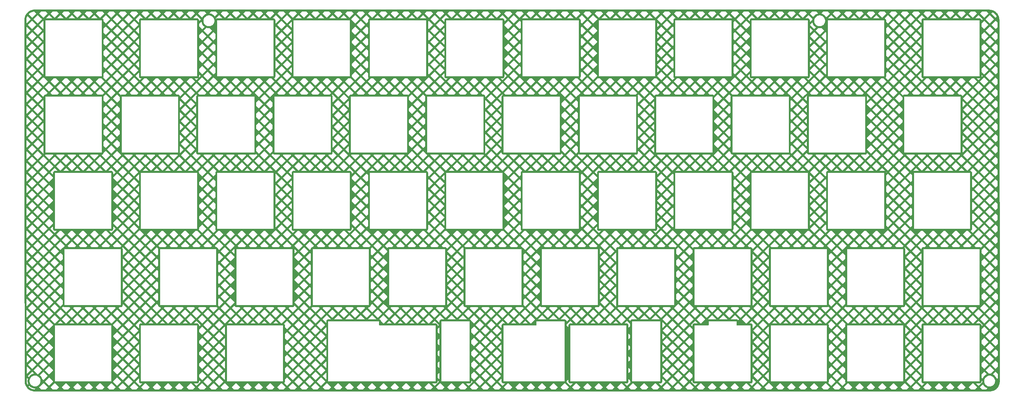
<source format=gbr>
%TF.GenerationSoftware,KiCad,Pcbnew,(6.0.7)*%
%TF.CreationDate,2022-10-26T00:05:01+02:00*%
%TF.ProjectId,the PETER switchplate,74686520-5045-4544-9552-207377697463,rev?*%
%TF.SameCoordinates,Original*%
%TF.FileFunction,Copper,L2,Bot*%
%TF.FilePolarity,Positive*%
%FSLAX46Y46*%
G04 Gerber Fmt 4.6, Leading zero omitted, Abs format (unit mm)*
G04 Created by KiCad (PCBNEW (6.0.7)) date 2022-10-26 00:05:01*
%MOMM*%
%LPD*%
G01*
G04 APERTURE LIST*
G04 APERTURE END LIST*
%TA.AperFunction,NonConductor*%
G36*
X143240388Y-46987690D02*
G01*
X263427291Y-46991000D01*
X263434354Y-46991198D01*
X263661576Y-47003961D01*
X263662120Y-47003993D01*
X263710427Y-47006916D01*
X263723924Y-47008466D01*
X263796823Y-47020853D01*
X263898364Y-47038107D01*
X263899839Y-47038367D01*
X264001985Y-47057088D01*
X264014133Y-47059944D01*
X264173677Y-47105910D01*
X264176215Y-47106671D01*
X264215508Y-47118915D01*
X264285603Y-47140759D01*
X264296335Y-47144645D01*
X264445561Y-47206458D01*
X264449054Y-47207967D01*
X264494377Y-47228365D01*
X264557494Y-47256773D01*
X264566690Y-47261373D01*
X264681327Y-47324733D01*
X264706117Y-47338434D01*
X264710350Y-47340882D01*
X264745404Y-47362072D01*
X264813932Y-47403500D01*
X264821629Y-47408547D01*
X264899374Y-47463712D01*
X264950587Y-47500050D01*
X264955380Y-47503625D01*
X264998013Y-47537026D01*
X265048726Y-47576757D01*
X265051442Y-47578885D01*
X265057688Y-47584113D01*
X265175209Y-47689138D01*
X265180344Y-47693994D01*
X265266839Y-47780491D01*
X265271694Y-47785626D01*
X265376699Y-47903128D01*
X265381933Y-47909381D01*
X265457185Y-48005434D01*
X265460761Y-48010228D01*
X265552263Y-48139189D01*
X265557328Y-48146913D01*
X265616431Y-48244681D01*
X265619929Y-48250468D01*
X265622372Y-48254692D01*
X265633760Y-48275297D01*
X265699431Y-48394122D01*
X265704051Y-48403358D01*
X265752842Y-48511767D01*
X265754345Y-48515244D01*
X265816173Y-48664513D01*
X265820050Y-48675221D01*
X265836575Y-48728250D01*
X265854124Y-48784568D01*
X265854904Y-48787168D01*
X265893846Y-48922338D01*
X265900865Y-48946702D01*
X265903725Y-48958872D01*
X265922426Y-49060926D01*
X265922710Y-49062532D01*
X265952342Y-49236937D01*
X265953891Y-49250418D01*
X265956701Y-49296771D01*
X265956734Y-49297331D01*
X265969641Y-49527178D01*
X265969839Y-49534111D01*
X266063996Y-139823389D01*
X266063798Y-139830585D01*
X266051033Y-140057890D01*
X266051001Y-140058433D01*
X266048088Y-140106589D01*
X266046538Y-140120086D01*
X266016913Y-140294450D01*
X266016629Y-140296058D01*
X265997920Y-140398144D01*
X265995060Y-140410312D01*
X265949117Y-140569787D01*
X265948336Y-140572392D01*
X265914247Y-140681786D01*
X265910361Y-140692518D01*
X265901733Y-140713348D01*
X265854323Y-140827808D01*
X265848558Y-140841725D01*
X265847048Y-140845219D01*
X265798241Y-140953664D01*
X265793624Y-140962894D01*
X265718394Y-141099013D01*
X265716578Y-141102298D01*
X265714147Y-141106501D01*
X265651508Y-141210120D01*
X265646455Y-141217824D01*
X265554956Y-141346778D01*
X265551393Y-141351557D01*
X265476111Y-141447647D01*
X265470901Y-141453871D01*
X265394198Y-141539702D01*
X265365875Y-141571395D01*
X265361019Y-141576530D01*
X265274530Y-141663019D01*
X265269397Y-141667873D01*
X265182183Y-141745813D01*
X265151877Y-141772896D01*
X265145647Y-141778111D01*
X265049557Y-141853393D01*
X265044778Y-141856956D01*
X264915824Y-141948455D01*
X264908120Y-141953508D01*
X264804501Y-142016147D01*
X264800316Y-142018568D01*
X264660894Y-142095624D01*
X264651664Y-142100241D01*
X264543219Y-142149048D01*
X264539739Y-142150552D01*
X264486765Y-142172494D01*
X264390518Y-142212361D01*
X264379786Y-142216247D01*
X264328134Y-142232343D01*
X264270376Y-142250341D01*
X264267787Y-142251117D01*
X264108312Y-142297060D01*
X264096144Y-142299920D01*
X263994058Y-142318629D01*
X263992450Y-142318913D01*
X263818086Y-142348538D01*
X263804589Y-142350088D01*
X263756433Y-142353001D01*
X263755890Y-142353033D01*
X263528522Y-142365802D01*
X263521457Y-142366000D01*
X25276543Y-142366000D01*
X25269478Y-142365802D01*
X25042110Y-142353033D01*
X25041567Y-142353001D01*
X24993411Y-142350088D01*
X24979914Y-142348538D01*
X24805550Y-142318913D01*
X24803942Y-142318629D01*
X24701856Y-142299920D01*
X24689688Y-142297060D01*
X24530213Y-142251117D01*
X24527624Y-142250341D01*
X24469866Y-142232343D01*
X24418214Y-142216247D01*
X24407482Y-142212361D01*
X24311235Y-142172494D01*
X24258261Y-142150552D01*
X24254781Y-142149048D01*
X24146336Y-142100241D01*
X24137106Y-142095624D01*
X23997684Y-142018568D01*
X23993499Y-142016147D01*
X23889880Y-141953508D01*
X23882176Y-141948455D01*
X23753222Y-141856956D01*
X23748443Y-141853393D01*
X23652353Y-141778111D01*
X23646123Y-141772896D01*
X23615818Y-141745813D01*
X23528603Y-141667873D01*
X23523470Y-141663019D01*
X23436981Y-141576530D01*
X23432125Y-141571395D01*
X23403802Y-141539702D01*
X23327099Y-141453871D01*
X23321889Y-141447647D01*
X23246607Y-141351557D01*
X23243044Y-141346778D01*
X23151545Y-141217824D01*
X23146492Y-141210120D01*
X23098697Y-141131057D01*
X23706496Y-141131057D01*
X23796522Y-141231795D01*
X23868205Y-141303478D01*
X23968987Y-141393543D01*
X24048612Y-141455924D01*
X24159222Y-141534407D01*
X24244912Y-141586209D01*
X24364642Y-141652381D01*
X24454021Y-141692606D01*
X24582474Y-141745813D01*
X24671953Y-141773697D01*
X24809798Y-141813408D01*
X24891345Y-141828353D01*
X25043531Y-141854210D01*
X25070676Y-141855852D01*
X25103981Y-141857722D01*
X25366388Y-141595315D01*
X25219668Y-141595315D01*
X25218191Y-141595306D01*
X25212390Y-141595238D01*
X25210896Y-141595212D01*
X25204961Y-141595072D01*
X25203471Y-141595028D01*
X25197684Y-141594823D01*
X25196210Y-141594762D01*
X25172121Y-141593626D01*
X25167979Y-141593362D01*
X25151826Y-141592066D01*
X25147694Y-141591666D01*
X25131208Y-141589795D01*
X25127091Y-141589259D01*
X25111058Y-141586902D01*
X25106963Y-141586231D01*
X24880765Y-141545328D01*
X24875541Y-141544269D01*
X24855233Y-141539702D01*
X24850056Y-141538422D01*
X24829486Y-141532872D01*
X24824369Y-141531375D01*
X24804515Y-141525106D01*
X24799463Y-141523392D01*
X24583390Y-141444961D01*
X24578411Y-141443033D01*
X24559160Y-141435107D01*
X24554278Y-141432976D01*
X24534937Y-141424039D01*
X24530148Y-141421702D01*
X24511639Y-141412180D01*
X24506948Y-141409639D01*
X24332541Y-141310361D01*
X26355619Y-141310361D01*
X26913258Y-141868000D01*
X27922129Y-141868000D01*
X28479768Y-141310361D01*
X29184046Y-141310361D01*
X29741685Y-141868000D01*
X30750556Y-141868000D01*
X31308195Y-141310361D01*
X32012473Y-141310361D01*
X32570112Y-141868000D01*
X33578983Y-141868000D01*
X34136623Y-141310360D01*
X34840901Y-141310360D01*
X35398541Y-141868000D01*
X36407412Y-141868000D01*
X36965051Y-141310361D01*
X36965050Y-141310360D01*
X37669328Y-141310360D01*
X38226968Y-141868000D01*
X39235839Y-141868000D01*
X39793478Y-141310361D01*
X40497755Y-141310361D01*
X41055394Y-141868000D01*
X42064266Y-141868000D01*
X42621905Y-141310361D01*
X43326182Y-141310361D01*
X43883821Y-141868000D01*
X44892693Y-141868000D01*
X45450332Y-141310361D01*
X46154609Y-141310361D01*
X46712248Y-141868000D01*
X47721120Y-141868000D01*
X48278759Y-141310361D01*
X48983036Y-141310361D01*
X49540675Y-141868000D01*
X50549546Y-141868000D01*
X51107185Y-141310361D01*
X51811463Y-141310361D01*
X52369102Y-141868000D01*
X53377973Y-141868000D01*
X53935612Y-141310361D01*
X54639890Y-141310361D01*
X55197529Y-141868000D01*
X56206400Y-141868000D01*
X56764040Y-141310360D01*
X57468318Y-141310360D01*
X58025958Y-141868000D01*
X59034829Y-141868000D01*
X59592468Y-141310361D01*
X59592467Y-141310360D01*
X60296745Y-141310360D01*
X60854385Y-141868000D01*
X61863256Y-141868000D01*
X62420895Y-141310361D01*
X63125172Y-141310361D01*
X63682811Y-141868000D01*
X64691683Y-141868000D01*
X65249322Y-141310361D01*
X65953599Y-141310361D01*
X66511238Y-141868000D01*
X67520110Y-141868000D01*
X68077749Y-141310361D01*
X68782026Y-141310361D01*
X69339665Y-141868000D01*
X70348537Y-141868000D01*
X70906176Y-141310361D01*
X71610453Y-141310361D01*
X72168092Y-141868000D01*
X73176964Y-141868000D01*
X73734603Y-141310361D01*
X74438880Y-141310361D01*
X74996519Y-141868000D01*
X76005390Y-141868000D01*
X76563029Y-141310361D01*
X77267307Y-141310361D01*
X77824946Y-141868000D01*
X78833817Y-141868000D01*
X79391457Y-141310360D01*
X80095735Y-141310360D01*
X80653375Y-141868000D01*
X81662246Y-141868000D01*
X82219885Y-141310361D01*
X82219884Y-141310360D01*
X82924162Y-141310360D01*
X83481802Y-141868000D01*
X84490673Y-141868000D01*
X85048312Y-141310361D01*
X85752589Y-141310361D01*
X86310228Y-141868000D01*
X87319100Y-141868000D01*
X87876739Y-141310361D01*
X88581016Y-141310361D01*
X89138655Y-141868000D01*
X90147527Y-141868000D01*
X90705166Y-141310361D01*
X91409443Y-141310361D01*
X91967082Y-141868000D01*
X92975954Y-141868000D01*
X93533593Y-141310361D01*
X94237870Y-141310361D01*
X94795509Y-141868000D01*
X95804381Y-141868000D01*
X96362020Y-141310361D01*
X97066297Y-141310361D01*
X97623936Y-141868000D01*
X98632807Y-141868000D01*
X99190446Y-141310361D01*
X99894724Y-141310361D01*
X100452363Y-141868000D01*
X101461234Y-141868000D01*
X102018874Y-141310360D01*
X102723152Y-141310360D01*
X103280792Y-141868000D01*
X104289663Y-141868000D01*
X104847302Y-141310361D01*
X104847301Y-141310360D01*
X105551579Y-141310360D01*
X106109219Y-141868000D01*
X107118090Y-141868000D01*
X107675729Y-141310361D01*
X108380006Y-141310361D01*
X108937645Y-141868000D01*
X109946517Y-141868000D01*
X110504156Y-141310361D01*
X111208433Y-141310361D01*
X111766072Y-141868000D01*
X112774944Y-141868000D01*
X113332583Y-141310361D01*
X114036860Y-141310361D01*
X114594499Y-141868000D01*
X115603371Y-141868000D01*
X116161010Y-141310361D01*
X116865287Y-141310361D01*
X117422926Y-141868000D01*
X118431798Y-141868000D01*
X118989437Y-141310361D01*
X119693714Y-141310361D01*
X120251353Y-141868000D01*
X121260224Y-141868000D01*
X121817863Y-141310361D01*
X122522141Y-141310361D01*
X123079780Y-141868000D01*
X124088651Y-141868000D01*
X124646291Y-141310360D01*
X125350569Y-141310360D01*
X125908209Y-141868000D01*
X126917080Y-141868000D01*
X127474719Y-141310361D01*
X127474718Y-141310360D01*
X128178996Y-141310360D01*
X128736636Y-141868000D01*
X129745507Y-141868000D01*
X130303146Y-141310361D01*
X131007423Y-141310361D01*
X131565062Y-141868000D01*
X132573934Y-141868000D01*
X133131573Y-141310361D01*
X133835850Y-141310361D01*
X134393489Y-141868000D01*
X135402361Y-141868000D01*
X135960000Y-141310361D01*
X136664277Y-141310361D01*
X137221916Y-141868000D01*
X138230788Y-141868000D01*
X138788427Y-141310361D01*
X139492704Y-141310361D01*
X140050343Y-141868000D01*
X141059215Y-141868000D01*
X141616854Y-141310361D01*
X142321131Y-141310361D01*
X142878770Y-141868000D01*
X143887641Y-141868000D01*
X144445280Y-141310361D01*
X145149558Y-141310361D01*
X145707197Y-141868000D01*
X146716068Y-141868000D01*
X147273708Y-141310360D01*
X147977986Y-141310360D01*
X148535626Y-141868000D01*
X149544497Y-141868000D01*
X150102136Y-141310361D01*
X150102135Y-141310360D01*
X150806413Y-141310360D01*
X151364053Y-141868000D01*
X152372924Y-141868000D01*
X152930563Y-141310361D01*
X153634840Y-141310361D01*
X154192479Y-141868000D01*
X155201351Y-141868000D01*
X155758990Y-141310361D01*
X156463267Y-141310361D01*
X157020906Y-141868000D01*
X158029778Y-141868000D01*
X158587417Y-141310361D01*
X159291694Y-141310361D01*
X159849333Y-141868000D01*
X160858205Y-141868000D01*
X161415844Y-141310361D01*
X162120121Y-141310361D01*
X162677760Y-141868000D01*
X163686632Y-141868000D01*
X164244271Y-141310361D01*
X164948548Y-141310361D01*
X165506187Y-141868000D01*
X166515058Y-141868000D01*
X167072697Y-141310361D01*
X167776975Y-141310361D01*
X168334614Y-141868000D01*
X169343485Y-141868000D01*
X169901125Y-141310360D01*
X170605403Y-141310360D01*
X171163043Y-141868000D01*
X172171914Y-141868000D01*
X172729553Y-141310361D01*
X172729552Y-141310360D01*
X173433830Y-141310360D01*
X173991470Y-141868000D01*
X175000341Y-141868000D01*
X175557980Y-141310361D01*
X176262257Y-141310361D01*
X176819896Y-141868000D01*
X177828768Y-141868000D01*
X178386407Y-141310361D01*
X179090684Y-141310361D01*
X179648323Y-141868000D01*
X180657195Y-141868000D01*
X181214834Y-141310361D01*
X181919111Y-141310361D01*
X182476750Y-141868000D01*
X183485622Y-141868000D01*
X184043261Y-141310361D01*
X184747538Y-141310361D01*
X185305177Y-141868000D01*
X186314049Y-141868000D01*
X186871688Y-141310361D01*
X187575965Y-141310361D01*
X188133604Y-141868000D01*
X189142475Y-141868000D01*
X189700114Y-141310361D01*
X190404392Y-141310361D01*
X190962031Y-141868000D01*
X191970902Y-141868000D01*
X192528542Y-141310360D01*
X193232820Y-141310360D01*
X193790460Y-141868000D01*
X194799331Y-141868000D01*
X195356970Y-141310361D01*
X195356969Y-141310360D01*
X196061247Y-141310360D01*
X196618887Y-141868000D01*
X197627758Y-141868000D01*
X198185397Y-141310361D01*
X198889674Y-141310361D01*
X199447313Y-141868000D01*
X200456185Y-141868000D01*
X201013824Y-141310361D01*
X201718101Y-141310361D01*
X202275740Y-141868000D01*
X203284612Y-141868000D01*
X203842251Y-141310361D01*
X204546528Y-141310361D01*
X205104167Y-141868000D01*
X206113039Y-141868000D01*
X206670678Y-141310361D01*
X207374955Y-141310361D01*
X207932594Y-141868000D01*
X208941466Y-141868000D01*
X209499105Y-141310361D01*
X210203382Y-141310361D01*
X210761021Y-141868000D01*
X211769892Y-141868000D01*
X212327531Y-141310361D01*
X213031809Y-141310361D01*
X213589448Y-141868000D01*
X214598319Y-141868000D01*
X215155959Y-141310360D01*
X215860237Y-141310360D01*
X216417877Y-141868000D01*
X217426748Y-141868000D01*
X217984387Y-141310361D01*
X217984386Y-141310360D01*
X218688664Y-141310360D01*
X219246304Y-141868000D01*
X220255175Y-141868000D01*
X220812814Y-141310361D01*
X221517091Y-141310361D01*
X222074730Y-141868000D01*
X223083602Y-141868000D01*
X223641241Y-141310361D01*
X224345518Y-141310361D01*
X224903157Y-141868000D01*
X225912029Y-141868000D01*
X226469668Y-141310361D01*
X227173945Y-141310361D01*
X227731584Y-141868000D01*
X228740456Y-141868000D01*
X229298095Y-141310361D01*
X230002372Y-141310361D01*
X230560011Y-141868000D01*
X231568883Y-141868000D01*
X232126522Y-141310361D01*
X232830799Y-141310361D01*
X233388438Y-141868000D01*
X234397309Y-141868000D01*
X234954948Y-141310361D01*
X235659226Y-141310361D01*
X236216865Y-141868000D01*
X237225736Y-141868000D01*
X237783376Y-141310360D01*
X238487654Y-141310360D01*
X239045294Y-141868000D01*
X240054165Y-141868000D01*
X240611804Y-141310361D01*
X240611803Y-141310360D01*
X241316081Y-141310360D01*
X241873721Y-141868000D01*
X242882592Y-141868000D01*
X243440231Y-141310361D01*
X244144508Y-141310361D01*
X244702147Y-141868000D01*
X245711019Y-141868000D01*
X246268658Y-141310361D01*
X246972935Y-141310361D01*
X247530574Y-141868000D01*
X248539446Y-141868000D01*
X249097085Y-141310361D01*
X249801362Y-141310361D01*
X250359001Y-141868000D01*
X251367873Y-141868000D01*
X251925512Y-141310361D01*
X252629789Y-141310361D01*
X253187428Y-141868000D01*
X254196300Y-141868000D01*
X254753939Y-141310361D01*
X255458216Y-141310361D01*
X256015855Y-141868000D01*
X257024726Y-141868000D01*
X257582365Y-141310361D01*
X258286643Y-141310361D01*
X258844282Y-141868000D01*
X259853153Y-141868000D01*
X260410792Y-141310361D01*
X261115071Y-141310361D01*
X261672711Y-141868000D01*
X262681582Y-141868000D01*
X263000618Y-141548964D01*
X262784880Y-141470654D01*
X262779901Y-141468726D01*
X262760650Y-141460800D01*
X262755768Y-141458669D01*
X262736427Y-141449732D01*
X262731638Y-141447395D01*
X262713129Y-141437873D01*
X262708438Y-141435332D01*
X262508669Y-141321617D01*
X262504091Y-141318881D01*
X262486451Y-141307826D01*
X262481994Y-141304900D01*
X262464435Y-141292832D01*
X262460103Y-141289718D01*
X262443461Y-141277211D01*
X262439269Y-141273919D01*
X262261516Y-141128170D01*
X262257468Y-141124706D01*
X262241945Y-141110840D01*
X262238042Y-141107202D01*
X262222768Y-141092349D01*
X262219024Y-141088550D01*
X262204726Y-141073417D01*
X262201147Y-141069465D01*
X262050492Y-140895851D01*
X262047081Y-140891747D01*
X262034114Y-140875459D01*
X262030883Y-140871220D01*
X262018329Y-140854004D01*
X262015279Y-140849630D01*
X262003737Y-140832307D01*
X262000875Y-140827808D01*
X261881626Y-140631292D01*
X261878958Y-140626679D01*
X261868919Y-140608438D01*
X261866445Y-140603708D01*
X261856972Y-140584624D01*
X261854703Y-140579798D01*
X261851912Y-140573521D01*
X261115071Y-141310361D01*
X260410792Y-141310361D01*
X260410793Y-141310360D01*
X259456432Y-140356000D01*
X260160711Y-140356000D01*
X260762933Y-140958222D01*
X261687774Y-140033380D01*
X261687365Y-140031201D01*
X261683955Y-140010659D01*
X261683193Y-140005377D01*
X261680597Y-139984230D01*
X261680059Y-139978928D01*
X261678399Y-139958183D01*
X261678087Y-139952860D01*
X261670144Y-139741284D01*
X261633332Y-139704472D01*
X262167112Y-139704472D01*
X262175736Y-139934177D01*
X262176831Y-139939395D01*
X262214744Y-140120086D01*
X262222939Y-140159145D01*
X262246345Y-140218412D01*
X262300681Y-140356000D01*
X262307372Y-140372944D01*
X262340809Y-140428047D01*
X262395107Y-140517526D01*
X262426621Y-140569460D01*
X262430116Y-140573488D01*
X262430117Y-140573489D01*
X262557920Y-140720768D01*
X262577276Y-140743074D01*
X262581407Y-140746461D01*
X262750901Y-140885439D01*
X262750907Y-140885443D01*
X262755029Y-140888823D01*
X262759665Y-140891462D01*
X262759668Y-140891464D01*
X262885166Y-140962901D01*
X262954798Y-141002538D01*
X263079283Y-141047724D01*
X263165856Y-141079149D01*
X263165860Y-141079150D01*
X263170871Y-141080969D01*
X263176120Y-141081918D01*
X263176123Y-141081919D01*
X263250897Y-141095440D01*
X263397069Y-141121872D01*
X263401208Y-141122067D01*
X263401215Y-141122068D01*
X263419670Y-141122938D01*
X263419677Y-141122938D01*
X263421158Y-141123008D01*
X263582712Y-141123008D01*
X263662444Y-141116243D01*
X263748733Y-141108921D01*
X263748737Y-141108920D01*
X263754044Y-141108470D01*
X263759199Y-141107132D01*
X263759205Y-141107131D01*
X263971368Y-141052064D01*
X263971367Y-141052064D01*
X263976539Y-141050722D01*
X264136495Y-140978667D01*
X264181262Y-140958501D01*
X264181265Y-140958500D01*
X264186123Y-140956311D01*
X264376803Y-140827938D01*
X264400613Y-140805225D01*
X264539271Y-140672951D01*
X264543128Y-140669272D01*
X264680342Y-140484850D01*
X264695823Y-140454402D01*
X264782102Y-140284702D01*
X264782102Y-140284701D01*
X264784520Y-140279946D01*
X264852685Y-140060419D01*
X264858515Y-140016433D01*
X264882188Y-139837827D01*
X264882188Y-139837824D01*
X264882888Y-139832544D01*
X264882673Y-139826803D01*
X264877881Y-139699189D01*
X264874264Y-139602839D01*
X264841316Y-139445809D01*
X264828158Y-139383098D01*
X264828157Y-139383095D01*
X264827061Y-139377871D01*
X264771220Y-139236472D01*
X264744591Y-139169042D01*
X264744590Y-139169039D01*
X264742628Y-139164072D01*
X264665629Y-139037182D01*
X264626147Y-138972117D01*
X264626145Y-138972114D01*
X264623379Y-138967556D01*
X264612881Y-138955458D01*
X264476224Y-138797975D01*
X264476222Y-138797973D01*
X264472724Y-138793942D01*
X264369384Y-138709208D01*
X264299099Y-138651577D01*
X264299093Y-138651573D01*
X264294971Y-138648193D01*
X264290335Y-138645554D01*
X264290332Y-138645552D01*
X264099845Y-138537121D01*
X264099846Y-138537121D01*
X264095202Y-138534478D01*
X263950446Y-138481934D01*
X263884144Y-138457867D01*
X263884140Y-138457866D01*
X263879129Y-138456047D01*
X263873880Y-138455098D01*
X263873877Y-138455097D01*
X263778807Y-138437906D01*
X263652931Y-138415144D01*
X263648792Y-138414949D01*
X263648785Y-138414948D01*
X263630330Y-138414078D01*
X263630323Y-138414078D01*
X263628842Y-138414008D01*
X263467288Y-138414008D01*
X263387556Y-138420773D01*
X263301267Y-138428095D01*
X263301263Y-138428096D01*
X263295956Y-138428546D01*
X263290801Y-138429884D01*
X263290795Y-138429885D01*
X263145675Y-138467551D01*
X263073461Y-138486294D01*
X262966497Y-138534478D01*
X262868738Y-138578515D01*
X262868735Y-138578516D01*
X262863877Y-138580705D01*
X262673197Y-138709078D01*
X262506872Y-138867744D01*
X262503689Y-138872021D01*
X262503689Y-138872022D01*
X262453954Y-138938868D01*
X262369658Y-139052166D01*
X262367242Y-139056917D01*
X262367240Y-139056921D01*
X262272428Y-139243404D01*
X262265480Y-139257070D01*
X262197315Y-139476597D01*
X262196614Y-139481886D01*
X262171218Y-139673496D01*
X262167112Y-139704472D01*
X261633332Y-139704472D01*
X261514000Y-139585140D01*
X261514000Y-139856802D01*
X261511579Y-139881382D01*
X261506398Y-139907429D01*
X261502365Y-139944958D01*
X261499174Y-139962650D01*
X261482223Y-140029077D01*
X261479977Y-140028504D01*
X261479127Y-140033430D01*
X261480928Y-140033945D01*
X261480926Y-140033952D01*
X261477186Y-140044679D01*
X261477058Y-140045422D01*
X261477045Y-140045454D01*
X261476860Y-140045905D01*
X261476326Y-140047205D01*
X261476308Y-140047198D01*
X261476186Y-140047548D01*
X261476104Y-140047746D01*
X261476073Y-140047821D01*
X261476034Y-140047915D01*
X261475817Y-140048439D01*
X261473073Y-140054589D01*
X261461721Y-140078309D01*
X261458650Y-140084308D01*
X261445760Y-140107911D01*
X261431862Y-140128314D01*
X261370346Y-140201929D01*
X261352736Y-140219231D01*
X261297462Y-140263787D01*
X261282695Y-140274043D01*
X261222481Y-140309781D01*
X261206407Y-140317830D01*
X261205642Y-140318147D01*
X261199341Y-140320562D01*
X261174500Y-140329329D01*
X261168077Y-140331404D01*
X261142221Y-140338999D01*
X261117950Y-140343605D01*
X261066245Y-140348236D01*
X261039385Y-140353579D01*
X261014802Y-140356000D01*
X260160711Y-140356000D01*
X259456432Y-140356000D01*
X259241004Y-140356000D01*
X258286643Y-141310361D01*
X257582365Y-141310361D01*
X257582366Y-141310360D01*
X256628005Y-140356000D01*
X256412577Y-140356000D01*
X255458216Y-141310361D01*
X254753939Y-141310361D01*
X253799578Y-140356000D01*
X253584150Y-140356000D01*
X252629789Y-141310361D01*
X251925512Y-141310361D01*
X250971151Y-140356000D01*
X250755723Y-140356000D01*
X249801362Y-141310361D01*
X249097085Y-141310361D01*
X248142724Y-140356000D01*
X247927296Y-140356000D01*
X246972935Y-141310361D01*
X246268658Y-141310361D01*
X245206583Y-140248286D01*
X244144508Y-141310361D01*
X243440231Y-141310361D01*
X242378156Y-140248286D01*
X241316081Y-141310360D01*
X240611803Y-141310360D01*
X239657443Y-140356000D01*
X239442015Y-140356000D01*
X238487654Y-141310360D01*
X237783376Y-141310360D01*
X236829015Y-140356000D01*
X236613587Y-140356000D01*
X235659226Y-141310361D01*
X234954948Y-141310361D01*
X234954949Y-141310360D01*
X234000588Y-140356000D01*
X233785160Y-140356000D01*
X232830799Y-141310361D01*
X232126522Y-141310361D01*
X231172161Y-140356000D01*
X230956733Y-140356000D01*
X230002372Y-141310361D01*
X229298095Y-141310361D01*
X228343734Y-140356000D01*
X228128306Y-140356000D01*
X227173945Y-141310361D01*
X226469668Y-141310361D01*
X225407593Y-140248286D01*
X224345518Y-141310361D01*
X223641241Y-141310361D01*
X222686880Y-140356000D01*
X222471452Y-140356000D01*
X221517091Y-141310361D01*
X220812814Y-141310361D01*
X219858453Y-140356000D01*
X219643025Y-140356000D01*
X218688664Y-141310360D01*
X217984386Y-141310360D01*
X217030026Y-140356000D01*
X216814598Y-140356000D01*
X215860237Y-141310360D01*
X215155959Y-141310360D01*
X214201598Y-140356000D01*
X213986170Y-140356000D01*
X213031809Y-141310361D01*
X212327531Y-141310361D01*
X212327532Y-141310360D01*
X211373171Y-140356000D01*
X211157743Y-140356000D01*
X210203382Y-141310361D01*
X209499105Y-141310361D01*
X208437030Y-140248286D01*
X207374955Y-141310361D01*
X206670678Y-141310361D01*
X205608603Y-140248286D01*
X204546528Y-141310361D01*
X203842251Y-141310361D01*
X202887890Y-140356000D01*
X203592167Y-140356000D01*
X204194390Y-140958223D01*
X205256465Y-139896147D01*
X205960741Y-139896147D01*
X207022817Y-140958223D01*
X207762627Y-140218412D01*
X223253570Y-140218412D01*
X223993380Y-140958222D01*
X225055455Y-139896147D01*
X225759731Y-139896147D01*
X226821806Y-140958222D01*
X227594970Y-140185058D01*
X227558232Y-140139489D01*
X227547976Y-140124724D01*
X227512234Y-140064513D01*
X227504183Y-140048439D01*
X227503948Y-140047872D01*
X227503927Y-140047821D01*
X227503896Y-140047746D01*
X227503814Y-140047548D01*
X227503695Y-140047230D01*
X227503686Y-140047234D01*
X227503156Y-140045945D01*
X227502955Y-140045454D01*
X227502942Y-140045422D01*
X227502913Y-140045134D01*
X227500951Y-140039875D01*
X227500920Y-140039886D01*
X227492647Y-140016433D01*
X227490575Y-140010016D01*
X227482990Y-139984184D01*
X227478388Y-139959921D01*
X227473760Y-139908224D01*
X227471358Y-139896147D01*
X242730294Y-139896147D01*
X243792369Y-140958223D01*
X244854445Y-139896147D01*
X245558721Y-139896147D01*
X246620796Y-140958223D01*
X247223019Y-140356000D01*
X247015198Y-140356000D01*
X246990616Y-140353579D01*
X246964562Y-140348396D01*
X246926947Y-140344347D01*
X246909255Y-140341153D01*
X246841414Y-140323827D01*
X246824358Y-140318147D01*
X246823593Y-140317830D01*
X246817443Y-140315086D01*
X246793725Y-140303737D01*
X246787727Y-140300668D01*
X246764123Y-140287780D01*
X246743718Y-140273883D01*
X246670096Y-140212370D01*
X246652792Y-140194760D01*
X246608232Y-140139489D01*
X246597976Y-140124724D01*
X246562234Y-140064513D01*
X246554183Y-140048439D01*
X246553948Y-140047872D01*
X246553927Y-140047821D01*
X246553896Y-140047746D01*
X246553814Y-140047548D01*
X246553695Y-140047230D01*
X246553686Y-140047234D01*
X246553156Y-140045945D01*
X246552955Y-140045454D01*
X246552942Y-140045422D01*
X246552913Y-140045134D01*
X246550951Y-140039875D01*
X246550920Y-140039886D01*
X246542647Y-140016433D01*
X246540575Y-140010016D01*
X246532990Y-139984184D01*
X246528388Y-139959921D01*
X246523760Y-139908224D01*
X246518421Y-139881383D01*
X246516020Y-139857000D01*
X247013918Y-139857000D01*
X247014000Y-139857198D01*
X247014235Y-139857765D01*
X247015000Y-139858082D01*
X247015198Y-139858000D01*
X261014802Y-139858000D01*
X261015000Y-139858082D01*
X261015765Y-139857765D01*
X261016000Y-139857198D01*
X261016082Y-139857000D01*
X261016000Y-139856802D01*
X261016000Y-138880863D01*
X261514000Y-138880863D01*
X261778660Y-139145523D01*
X261789879Y-139109393D01*
X261791568Y-139104334D01*
X261798577Y-139084732D01*
X261800478Y-139079751D01*
X261808494Y-139060010D01*
X261810605Y-139055113D01*
X261819246Y-139036174D01*
X261821561Y-139031370D01*
X261925739Y-138826466D01*
X261928255Y-138821766D01*
X261938469Y-138803620D01*
X261941185Y-138799026D01*
X261952413Y-138780918D01*
X261955318Y-138776447D01*
X261967024Y-138759239D01*
X261970115Y-138754896D01*
X262107329Y-138570474D01*
X262110602Y-138566264D01*
X262123721Y-138550107D01*
X262127167Y-138546042D01*
X262141284Y-138530085D01*
X262144901Y-138526166D01*
X262159345Y-138511169D01*
X262163126Y-138507406D01*
X262329451Y-138348740D01*
X262333390Y-138345139D01*
X262349053Y-138331416D01*
X262353137Y-138327988D01*
X262369742Y-138314638D01*
X262373966Y-138311387D01*
X262390722Y-138299045D01*
X262395080Y-138295975D01*
X262585760Y-138167602D01*
X262590240Y-138164721D01*
X262607980Y-138153838D01*
X262612587Y-138151145D01*
X262631203Y-138140783D01*
X262635921Y-138138286D01*
X262654527Y-138128939D01*
X262659338Y-138126648D01*
X262728377Y-138095548D01*
X264329884Y-138095548D01*
X264336871Y-138099143D01*
X264341562Y-138101684D01*
X264541331Y-138215399D01*
X264545909Y-138218135D01*
X264563549Y-138229190D01*
X264568006Y-138232116D01*
X264585565Y-138244184D01*
X264589897Y-138247298D01*
X264606539Y-138259805D01*
X264610731Y-138263097D01*
X264788484Y-138408846D01*
X264792532Y-138412310D01*
X264808055Y-138426176D01*
X264811958Y-138429814D01*
X264827232Y-138444667D01*
X264830976Y-138448466D01*
X264845274Y-138463599D01*
X264848853Y-138467551D01*
X264999508Y-138641165D01*
X265002919Y-138645269D01*
X265015886Y-138661557D01*
X265019117Y-138665796D01*
X265031671Y-138683012D01*
X265034721Y-138687386D01*
X265046263Y-138704709D01*
X265049125Y-138709208D01*
X265168374Y-138905724D01*
X265171042Y-138910337D01*
X265181081Y-138928578D01*
X265183555Y-138933308D01*
X265193028Y-138952392D01*
X265195297Y-138957218D01*
X265203754Y-138976236D01*
X265205816Y-138981151D01*
X265290249Y-139194950D01*
X265292103Y-139199951D01*
X265298921Y-139219613D01*
X265300560Y-139224682D01*
X265306178Y-139243404D01*
X265565120Y-138984462D01*
X265564071Y-137978357D01*
X265005573Y-137419859D01*
X264329884Y-138095548D01*
X262728377Y-138095548D01*
X262814182Y-138056895D01*
X262177146Y-137419859D01*
X261514000Y-138083005D01*
X261514000Y-138880863D01*
X261016000Y-138880863D01*
X261016000Y-137067720D01*
X262529284Y-137067720D01*
X263382939Y-137921375D01*
X263425183Y-137917791D01*
X263427839Y-137917594D01*
X263438233Y-137916933D01*
X263440901Y-137916792D01*
X263451554Y-137916341D01*
X263454219Y-137916256D01*
X263464624Y-137916036D01*
X263467288Y-137916008D01*
X263628842Y-137916008D01*
X263630319Y-137916017D01*
X263636120Y-137916085D01*
X263637614Y-137916111D01*
X263643549Y-137916251D01*
X263645039Y-137916295D01*
X263650826Y-137916500D01*
X263652300Y-137916561D01*
X263676389Y-137917697D01*
X263680531Y-137917961D01*
X263696684Y-137919257D01*
X263700816Y-137919657D01*
X263717302Y-137921528D01*
X263721419Y-137922064D01*
X263737452Y-137924421D01*
X263741547Y-137925092D01*
X263787715Y-137933440D01*
X264653434Y-137067720D01*
X263591359Y-136005645D01*
X262529284Y-137067720D01*
X261016000Y-137067720D01*
X261016000Y-136052436D01*
X261514000Y-136052436D01*
X262177146Y-136715582D01*
X263239221Y-135653507D01*
X263943497Y-135653507D01*
X265005573Y-136715582D01*
X265562175Y-136158980D01*
X265561119Y-135146977D01*
X265005573Y-134591431D01*
X263943497Y-135653507D01*
X263239221Y-135653507D01*
X262177146Y-134591431D01*
X261514000Y-135254577D01*
X261514000Y-136052436D01*
X261016000Y-136052436D01*
X261016000Y-134239293D01*
X262529284Y-134239293D01*
X263591359Y-135301368D01*
X264653434Y-134239293D01*
X263591359Y-133177218D01*
X262529284Y-134239293D01*
X261016000Y-134239293D01*
X261016000Y-133224009D01*
X261514000Y-133224009D01*
X262177146Y-133887155D01*
X263239221Y-132825080D01*
X263943497Y-132825080D01*
X265005573Y-133887155D01*
X265559228Y-133333500D01*
X265558166Y-132315599D01*
X265005572Y-131763005D01*
X263943497Y-132825080D01*
X263239221Y-132825080D01*
X262177146Y-131763004D01*
X261514000Y-132426150D01*
X261514000Y-133224009D01*
X261016000Y-133224009D01*
X261016000Y-131410866D01*
X262529284Y-131410866D01*
X263591359Y-132472941D01*
X264653434Y-131410866D01*
X263591359Y-130348791D01*
X262529284Y-131410866D01*
X261016000Y-131410866D01*
X261016000Y-130395582D01*
X261514000Y-130395582D01*
X262177146Y-131058728D01*
X263239221Y-129996652D01*
X263943497Y-129996652D01*
X265005573Y-131058728D01*
X265556281Y-130508020D01*
X265555213Y-129484217D01*
X265005573Y-128934577D01*
X263943497Y-129996652D01*
X263239221Y-129996652D01*
X262177146Y-128934577D01*
X261514000Y-129597723D01*
X261514000Y-130395582D01*
X261016000Y-130395582D01*
X261016000Y-128582439D01*
X262529284Y-128582439D01*
X263591359Y-129644514D01*
X264653434Y-128582439D01*
X263591359Y-127520364D01*
X262529284Y-128582439D01*
X261016000Y-128582439D01*
X261016000Y-127567155D01*
X261514000Y-127567155D01*
X262177146Y-128230301D01*
X263239221Y-127168225D01*
X263943497Y-127168225D01*
X265005572Y-128230300D01*
X265553335Y-127682538D01*
X265552261Y-126652838D01*
X265005573Y-126106150D01*
X263943497Y-127168225D01*
X263239221Y-127168225D01*
X262177146Y-126106150D01*
X261514000Y-126769296D01*
X261514000Y-127567155D01*
X261016000Y-127567155D01*
X261016000Y-125857198D01*
X261016082Y-125857000D01*
X261015765Y-125856235D01*
X261015198Y-125856000D01*
X261015000Y-125855918D01*
X261014802Y-125856000D01*
X247015198Y-125856000D01*
X247015000Y-125855918D01*
X247014802Y-125856000D01*
X247014235Y-125856235D01*
X247013918Y-125857000D01*
X247014000Y-125857198D01*
X247014000Y-139856802D01*
X247013918Y-139857000D01*
X246516020Y-139857000D01*
X246516000Y-139856802D01*
X246516000Y-138938868D01*
X245558721Y-139896147D01*
X244854445Y-139896147D01*
X243792369Y-138834072D01*
X242730294Y-139896147D01*
X227471358Y-139896147D01*
X227468421Y-139881383D01*
X227466020Y-139857000D01*
X227963918Y-139857000D01*
X227964000Y-139857198D01*
X227964235Y-139857765D01*
X227965000Y-139858082D01*
X227965198Y-139858000D01*
X241964802Y-139858000D01*
X241965000Y-139858082D01*
X241965765Y-139857765D01*
X241966000Y-139857198D01*
X241966082Y-139857000D01*
X241966000Y-139856802D01*
X241966000Y-137505703D01*
X242464000Y-137505703D01*
X242464000Y-139458165D01*
X243440231Y-138481934D01*
X244144508Y-138481934D01*
X245206583Y-139544009D01*
X246268658Y-138481934D01*
X245206583Y-137419859D01*
X244144508Y-138481934D01*
X243440231Y-138481934D01*
X242464000Y-137505703D01*
X241966000Y-137505703D01*
X241966000Y-137067720D01*
X242730294Y-137067720D01*
X243792369Y-138129796D01*
X244854445Y-137067720D01*
X245558721Y-137067720D01*
X246516000Y-138025000D01*
X246516000Y-136110441D01*
X245558721Y-137067720D01*
X244854445Y-137067720D01*
X243792369Y-136005645D01*
X242730294Y-137067720D01*
X241966000Y-137067720D01*
X241966000Y-134677275D01*
X242464000Y-134677275D01*
X242464000Y-136629738D01*
X243440231Y-135653507D01*
X244144508Y-135653507D01*
X245206583Y-136715582D01*
X246268658Y-135653507D01*
X245206583Y-134591431D01*
X244144508Y-135653507D01*
X243440231Y-135653507D01*
X242464000Y-134677275D01*
X241966000Y-134677275D01*
X241966000Y-134239293D01*
X242730294Y-134239293D01*
X243792369Y-135301368D01*
X244854445Y-134239293D01*
X245558721Y-134239293D01*
X246516000Y-135196572D01*
X246516000Y-133282014D01*
X245558721Y-134239293D01*
X244854445Y-134239293D01*
X243792369Y-133177218D01*
X242730294Y-134239293D01*
X241966000Y-134239293D01*
X241966000Y-131848848D01*
X242464000Y-131848848D01*
X242464000Y-133801311D01*
X243440231Y-132825080D01*
X244144508Y-132825080D01*
X245206583Y-133887155D01*
X246268658Y-132825080D01*
X245206583Y-131763004D01*
X244144508Y-132825080D01*
X243440231Y-132825080D01*
X242464000Y-131848848D01*
X241966000Y-131848848D01*
X241966000Y-131410866D01*
X242730294Y-131410866D01*
X243792369Y-132472941D01*
X244854445Y-131410866D01*
X245558721Y-131410866D01*
X246516000Y-132368145D01*
X246516000Y-130453587D01*
X245558721Y-131410866D01*
X244854445Y-131410866D01*
X243792369Y-130348791D01*
X242730294Y-131410866D01*
X241966000Y-131410866D01*
X241966000Y-129020421D01*
X242464000Y-129020421D01*
X242464000Y-130972884D01*
X243440231Y-129996652D01*
X244144508Y-129996652D01*
X245206583Y-131058728D01*
X246268658Y-129996652D01*
X245206583Y-128934577D01*
X244144508Y-129996652D01*
X243440231Y-129996652D01*
X242464000Y-129020421D01*
X241966000Y-129020421D01*
X241966000Y-128582439D01*
X242730294Y-128582439D01*
X243792369Y-129644514D01*
X244854445Y-128582439D01*
X245558721Y-128582439D01*
X246516000Y-129539718D01*
X246516000Y-127625160D01*
X245558721Y-128582439D01*
X244854445Y-128582439D01*
X243792369Y-127520364D01*
X242730294Y-128582439D01*
X241966000Y-128582439D01*
X241966000Y-126191994D01*
X242464000Y-126191994D01*
X242464000Y-128144457D01*
X243440231Y-127168225D01*
X244144508Y-127168225D01*
X245206583Y-128230301D01*
X246268658Y-127168225D01*
X245206583Y-126106150D01*
X244144508Y-127168225D01*
X243440231Y-127168225D01*
X242464000Y-126191994D01*
X241966000Y-126191994D01*
X241966000Y-125857198D01*
X241966082Y-125857000D01*
X241965765Y-125856235D01*
X241965198Y-125856000D01*
X241965000Y-125855918D01*
X241964802Y-125856000D01*
X227965198Y-125856000D01*
X227965000Y-125855918D01*
X227964802Y-125856000D01*
X227964235Y-125856235D01*
X227963918Y-125857000D01*
X227964000Y-125857198D01*
X227964000Y-139856802D01*
X227963918Y-139857000D01*
X227466020Y-139857000D01*
X227466000Y-139856802D01*
X227466000Y-139478265D01*
X226821807Y-138834072D01*
X225759731Y-139896147D01*
X225055455Y-139896147D01*
X223993379Y-138834072D01*
X223414000Y-139413451D01*
X223414000Y-139856802D01*
X223411579Y-139881382D01*
X223406398Y-139907429D01*
X223402365Y-139944958D01*
X223399174Y-139962650D01*
X223382223Y-140029077D01*
X223379977Y-140028504D01*
X223379127Y-140033430D01*
X223380928Y-140033945D01*
X223380926Y-140033952D01*
X223377186Y-140044679D01*
X223377058Y-140045422D01*
X223377045Y-140045454D01*
X223376860Y-140045905D01*
X223376326Y-140047205D01*
X223376308Y-140047198D01*
X223376186Y-140047548D01*
X223376104Y-140047746D01*
X223376073Y-140047821D01*
X223376034Y-140047915D01*
X223375817Y-140048439D01*
X223373073Y-140054589D01*
X223361721Y-140078309D01*
X223358650Y-140084308D01*
X223345760Y-140107911D01*
X223331862Y-140128314D01*
X223270346Y-140201929D01*
X223253570Y-140218412D01*
X207762627Y-140218412D01*
X208084892Y-139896147D01*
X208045745Y-139857000D01*
X208913918Y-139857000D01*
X208914000Y-139857198D01*
X208914235Y-139857765D01*
X208915000Y-139858082D01*
X208915198Y-139858000D01*
X222914802Y-139858000D01*
X222915000Y-139858082D01*
X222915765Y-139857765D01*
X222916000Y-139857198D01*
X222916082Y-139857000D01*
X222916000Y-139856802D01*
X222916000Y-138481934D01*
X224345518Y-138481934D01*
X225407593Y-139544009D01*
X226469668Y-138481934D01*
X225407593Y-137419859D01*
X224345518Y-138481934D01*
X222916000Y-138481934D01*
X222916000Y-137550415D01*
X223414000Y-137550415D01*
X223993380Y-138129795D01*
X225055455Y-137067720D01*
X225759731Y-137067720D01*
X226821806Y-138129795D01*
X227466000Y-137485601D01*
X227466000Y-136649838D01*
X226821807Y-136005645D01*
X225759731Y-137067720D01*
X225055455Y-137067720D01*
X223993379Y-136005645D01*
X223414000Y-136585024D01*
X223414000Y-137550415D01*
X222916000Y-137550415D01*
X222916000Y-135653507D01*
X224345518Y-135653507D01*
X225407593Y-136715582D01*
X226469668Y-135653507D01*
X225407593Y-134591431D01*
X224345518Y-135653507D01*
X222916000Y-135653507D01*
X222916000Y-134721989D01*
X223414000Y-134721989D01*
X223993379Y-135301368D01*
X225055455Y-134239293D01*
X225759731Y-134239293D01*
X226821807Y-135301368D01*
X227466000Y-134657175D01*
X227466000Y-133821411D01*
X226821807Y-133177218D01*
X225759731Y-134239293D01*
X225055455Y-134239293D01*
X223993379Y-133177218D01*
X223414000Y-133756597D01*
X223414000Y-134721989D01*
X222916000Y-134721989D01*
X222916000Y-132825080D01*
X224345518Y-132825080D01*
X225407593Y-133887155D01*
X226469668Y-132825080D01*
X225407593Y-131763004D01*
X224345518Y-132825080D01*
X222916000Y-132825080D01*
X222916000Y-131893562D01*
X223414000Y-131893562D01*
X223993379Y-132472941D01*
X225055455Y-131410866D01*
X225759731Y-131410866D01*
X226821807Y-132472941D01*
X227466000Y-131828748D01*
X227466000Y-130992984D01*
X226821807Y-130348791D01*
X225759731Y-131410866D01*
X225055455Y-131410866D01*
X223993379Y-130348791D01*
X223414000Y-130928170D01*
X223414000Y-131893562D01*
X222916000Y-131893562D01*
X222916000Y-129996652D01*
X224345518Y-129996652D01*
X225407593Y-131058728D01*
X226469668Y-129996652D01*
X225407593Y-128934577D01*
X224345518Y-129996652D01*
X222916000Y-129996652D01*
X222916000Y-129065135D01*
X223414000Y-129065135D01*
X223993379Y-129644514D01*
X225055455Y-128582439D01*
X225759731Y-128582439D01*
X226821807Y-129644514D01*
X227466000Y-129000321D01*
X227466000Y-128164557D01*
X226821807Y-127520364D01*
X225759731Y-128582439D01*
X225055455Y-128582439D01*
X223993379Y-127520364D01*
X223414000Y-128099743D01*
X223414000Y-129065135D01*
X222916000Y-129065135D01*
X222916000Y-127168225D01*
X224345518Y-127168225D01*
X225407593Y-128230301D01*
X226469668Y-127168225D01*
X225407593Y-126106150D01*
X224345518Y-127168225D01*
X222916000Y-127168225D01*
X222916000Y-125857198D01*
X222916082Y-125857000D01*
X222915765Y-125856235D01*
X222915198Y-125856000D01*
X222915000Y-125855918D01*
X222914802Y-125856000D01*
X208915198Y-125856000D01*
X208915000Y-125855918D01*
X208914802Y-125856000D01*
X208914235Y-125856235D01*
X208913918Y-125857000D01*
X208914000Y-125857198D01*
X208914000Y-139856802D01*
X208913918Y-139857000D01*
X208045745Y-139857000D01*
X207022817Y-138834072D01*
X205960741Y-139896147D01*
X205256465Y-139896147D01*
X204397500Y-139037182D01*
X204397500Y-139856802D01*
X204395079Y-139881382D01*
X204389898Y-139907429D01*
X204385865Y-139944958D01*
X204382674Y-139962650D01*
X204365723Y-140029077D01*
X204363477Y-140028504D01*
X204362627Y-140033430D01*
X204364428Y-140033945D01*
X204364426Y-140033952D01*
X204360686Y-140044679D01*
X204360558Y-140045422D01*
X204360545Y-140045454D01*
X204360360Y-140045905D01*
X204359826Y-140047205D01*
X204359808Y-140047198D01*
X204359686Y-140047548D01*
X204359604Y-140047746D01*
X204359573Y-140047821D01*
X204359534Y-140047915D01*
X204359317Y-140048439D01*
X204356573Y-140054589D01*
X204345221Y-140078309D01*
X204342150Y-140084308D01*
X204329260Y-140107911D01*
X204315362Y-140128314D01*
X204253846Y-140201929D01*
X204236236Y-140219231D01*
X204180962Y-140263787D01*
X204166195Y-140274043D01*
X204105981Y-140309781D01*
X204089907Y-140317830D01*
X204089142Y-140318147D01*
X204082841Y-140320562D01*
X204058000Y-140329329D01*
X204051577Y-140331404D01*
X204025721Y-140338999D01*
X204001450Y-140343605D01*
X203949745Y-140348236D01*
X203922885Y-140353579D01*
X203898302Y-140356000D01*
X203592167Y-140356000D01*
X202887890Y-140356000D01*
X202672462Y-140356000D01*
X201718101Y-141310361D01*
X201013824Y-141310361D01*
X200059463Y-140356000D01*
X199844035Y-140356000D01*
X198889674Y-141310361D01*
X198185397Y-141310361D01*
X197231036Y-140356000D01*
X197015608Y-140356000D01*
X196061247Y-141310360D01*
X195356969Y-141310360D01*
X194402609Y-140356000D01*
X194187181Y-140356000D01*
X193232820Y-141310360D01*
X192528542Y-141310360D01*
X191574181Y-140356000D01*
X191358753Y-140356000D01*
X190404392Y-141310361D01*
X189700114Y-141310361D01*
X189700115Y-141310360D01*
X188638040Y-140248286D01*
X187575965Y-141310361D01*
X186871688Y-141310361D01*
X185809613Y-140248286D01*
X184747538Y-141310361D01*
X184043261Y-141310361D01*
X182981186Y-140248286D01*
X181919111Y-141310361D01*
X181214834Y-141310361D01*
X180260473Y-140356000D01*
X180964750Y-140356000D01*
X181566973Y-140958223D01*
X182629048Y-139896147D01*
X183333324Y-139896147D01*
X184395400Y-140958223D01*
X185457475Y-139896147D01*
X186161751Y-139896147D01*
X187223827Y-140958223D01*
X188285902Y-139896147D01*
X188990179Y-139896147D01*
X190052253Y-140958222D01*
X190654475Y-140356000D01*
X189865198Y-140356000D01*
X189840616Y-140353579D01*
X189814562Y-140348396D01*
X189776947Y-140344347D01*
X189759255Y-140341153D01*
X189691414Y-140323827D01*
X189674358Y-140318147D01*
X189673593Y-140317830D01*
X189667443Y-140315086D01*
X189643725Y-140303737D01*
X189637727Y-140300668D01*
X189614123Y-140287780D01*
X189593718Y-140273883D01*
X189520096Y-140212370D01*
X189502792Y-140194760D01*
X189458232Y-140139489D01*
X189447976Y-140124724D01*
X189412234Y-140064513D01*
X189404183Y-140048439D01*
X189403948Y-140047872D01*
X189403927Y-140047821D01*
X189403896Y-140047746D01*
X189403814Y-140047548D01*
X189403695Y-140047230D01*
X189403686Y-140047234D01*
X189403156Y-140045945D01*
X189402955Y-140045454D01*
X189402942Y-140045422D01*
X189402913Y-140045134D01*
X189400951Y-140039875D01*
X189400920Y-140039886D01*
X189392647Y-140016433D01*
X189390575Y-140010016D01*
X189382990Y-139984184D01*
X189378388Y-139959921D01*
X189373760Y-139908224D01*
X189368421Y-139881383D01*
X189366020Y-139857000D01*
X189863918Y-139857000D01*
X189864000Y-139857198D01*
X189864235Y-139857765D01*
X189865000Y-139858082D01*
X189865198Y-139858000D01*
X203898302Y-139858000D01*
X203898500Y-139858082D01*
X203899265Y-139857765D01*
X203899500Y-139857198D01*
X203899582Y-139857000D01*
X203899500Y-139856802D01*
X203899500Y-138481934D01*
X204546528Y-138481934D01*
X205608603Y-139544009D01*
X206670678Y-138481934D01*
X207374955Y-138481934D01*
X208416000Y-139522979D01*
X208416000Y-137440889D01*
X207374955Y-138481934D01*
X206670678Y-138481934D01*
X205608603Y-137419859D01*
X204546528Y-138481934D01*
X203899500Y-138481934D01*
X203899500Y-136208755D01*
X204397500Y-136208755D01*
X204397500Y-137926686D01*
X205256465Y-137067720D01*
X205960741Y-137067720D01*
X207022817Y-138129796D01*
X208084892Y-137067720D01*
X207022817Y-136005645D01*
X205960741Y-137067720D01*
X205256465Y-137067720D01*
X204397500Y-136208755D01*
X203899500Y-136208755D01*
X203899500Y-135653507D01*
X204546528Y-135653507D01*
X205608603Y-136715582D01*
X206670678Y-135653507D01*
X207374955Y-135653507D01*
X208416000Y-136694552D01*
X208416000Y-134612461D01*
X207374955Y-135653507D01*
X206670678Y-135653507D01*
X205608603Y-134591431D01*
X204546528Y-135653507D01*
X203899500Y-135653507D01*
X203899500Y-133380328D01*
X204397500Y-133380328D01*
X204397500Y-135098258D01*
X205256465Y-134239293D01*
X205960741Y-134239293D01*
X207022817Y-135301368D01*
X208084892Y-134239293D01*
X207022817Y-133177218D01*
X205960741Y-134239293D01*
X205256465Y-134239293D01*
X204397500Y-133380328D01*
X203899500Y-133380328D01*
X203899500Y-132825080D01*
X204546528Y-132825080D01*
X205608603Y-133887155D01*
X206670678Y-132825080D01*
X207374955Y-132825080D01*
X208416000Y-133866125D01*
X208416000Y-131784034D01*
X207374955Y-132825080D01*
X206670678Y-132825080D01*
X205608603Y-131763004D01*
X204546528Y-132825080D01*
X203899500Y-132825080D01*
X203899500Y-130551901D01*
X204397500Y-130551901D01*
X204397500Y-132269831D01*
X205256465Y-131410866D01*
X205960741Y-131410866D01*
X207022817Y-132472941D01*
X208084892Y-131410866D01*
X207022817Y-130348791D01*
X205960741Y-131410866D01*
X205256465Y-131410866D01*
X204397500Y-130551901D01*
X203899500Y-130551901D01*
X203899500Y-129996652D01*
X204546528Y-129996652D01*
X205608603Y-131058728D01*
X206670678Y-129996652D01*
X207374955Y-129996652D01*
X208416000Y-131037698D01*
X208416000Y-128955607D01*
X207374955Y-129996652D01*
X206670678Y-129996652D01*
X205608603Y-128934577D01*
X204546528Y-129996652D01*
X203899500Y-129996652D01*
X203899500Y-127723474D01*
X204397500Y-127723474D01*
X204397500Y-129441404D01*
X205256465Y-128582439D01*
X205960741Y-128582439D01*
X207022817Y-129644514D01*
X208084892Y-128582439D01*
X207022817Y-127520364D01*
X205960741Y-128582439D01*
X205256465Y-128582439D01*
X204397500Y-127723474D01*
X203899500Y-127723474D01*
X203899500Y-127168225D01*
X204546528Y-127168225D01*
X205608603Y-128230301D01*
X206670678Y-127168225D01*
X207374955Y-127168225D01*
X208416000Y-128209271D01*
X208416000Y-126127180D01*
X207374955Y-127168225D01*
X206670678Y-127168225D01*
X205608603Y-126106150D01*
X204546528Y-127168225D01*
X203899500Y-127168225D01*
X203899500Y-125857198D01*
X203899582Y-125857000D01*
X203899265Y-125856235D01*
X203898698Y-125856000D01*
X203898500Y-125855918D01*
X203898302Y-125856000D01*
X200540500Y-125856000D01*
X200472379Y-125835998D01*
X200425886Y-125782342D01*
X200414500Y-125730000D01*
X200414500Y-124857198D01*
X200414582Y-124857000D01*
X200414265Y-124856235D01*
X200413698Y-124856000D01*
X200413500Y-124855918D01*
X200413302Y-124856000D01*
X193413698Y-124856000D01*
X193413500Y-124855918D01*
X193413302Y-124856000D01*
X193412735Y-124856235D01*
X193412418Y-124857000D01*
X193412500Y-124857198D01*
X193412500Y-125730000D01*
X193392498Y-125798121D01*
X193338842Y-125844614D01*
X193286500Y-125856000D01*
X189865198Y-125856000D01*
X189865000Y-125855918D01*
X189864802Y-125856000D01*
X189864235Y-125856235D01*
X189863918Y-125857000D01*
X189864000Y-125857198D01*
X189864000Y-139856802D01*
X189863918Y-139857000D01*
X189366020Y-139857000D01*
X189366000Y-139856802D01*
X189366000Y-139520326D01*
X188990179Y-139896147D01*
X188285902Y-139896147D01*
X187223827Y-138834072D01*
X186161751Y-139896147D01*
X185457475Y-139896147D01*
X184395400Y-138834072D01*
X183333324Y-139896147D01*
X182629048Y-139896147D01*
X181845750Y-139112849D01*
X181845750Y-139856802D01*
X181843329Y-139881382D01*
X181838148Y-139907429D01*
X181834115Y-139944958D01*
X181830924Y-139962650D01*
X181813973Y-140029077D01*
X181811727Y-140028504D01*
X181810877Y-140033430D01*
X181812678Y-140033945D01*
X181812676Y-140033952D01*
X181808936Y-140044679D01*
X181808808Y-140045422D01*
X181808795Y-140045454D01*
X181808610Y-140045905D01*
X181808076Y-140047205D01*
X181808058Y-140047198D01*
X181807936Y-140047548D01*
X181807854Y-140047746D01*
X181807823Y-140047821D01*
X181807784Y-140047915D01*
X181807567Y-140048439D01*
X181804823Y-140054589D01*
X181793471Y-140078309D01*
X181790400Y-140084308D01*
X181777510Y-140107911D01*
X181763612Y-140128314D01*
X181702096Y-140201929D01*
X181684486Y-140219231D01*
X181629212Y-140263787D01*
X181614445Y-140274043D01*
X181554231Y-140309781D01*
X181538157Y-140317830D01*
X181537392Y-140318147D01*
X181531091Y-140320562D01*
X181506250Y-140329329D01*
X181499827Y-140331404D01*
X181473971Y-140338999D01*
X181449700Y-140343605D01*
X181397995Y-140348236D01*
X181371135Y-140353579D01*
X181346552Y-140356000D01*
X180964750Y-140356000D01*
X180260473Y-140356000D01*
X180045045Y-140356000D01*
X179090684Y-141310361D01*
X178386407Y-141310361D01*
X177432046Y-140356000D01*
X177216618Y-140356000D01*
X176262257Y-141310361D01*
X175557980Y-141310361D01*
X174603619Y-140356000D01*
X174388191Y-140356000D01*
X173433830Y-141310360D01*
X172729552Y-141310360D01*
X171775192Y-140356000D01*
X172479470Y-140356000D01*
X173081692Y-140958222D01*
X173924311Y-140115602D01*
X173893984Y-140064513D01*
X173885933Y-140048439D01*
X173885698Y-140047872D01*
X173885677Y-140047821D01*
X173885646Y-140047746D01*
X173885564Y-140047548D01*
X173885445Y-140047230D01*
X173885436Y-140047234D01*
X173884906Y-140045945D01*
X173884705Y-140045454D01*
X173884692Y-140045422D01*
X173884663Y-140045134D01*
X173882701Y-140039875D01*
X173882670Y-140039886D01*
X173874397Y-140016433D01*
X173872325Y-140010016D01*
X173864740Y-139984184D01*
X173860138Y-139959921D01*
X173855510Y-139908224D01*
X173850171Y-139881383D01*
X173847770Y-139857000D01*
X174345668Y-139857000D01*
X174345750Y-139857198D01*
X174345985Y-139857765D01*
X174346750Y-139858082D01*
X174346948Y-139858000D01*
X181346552Y-139858000D01*
X181346750Y-139858082D01*
X181347515Y-139857765D01*
X181347750Y-139857198D01*
X181347832Y-139857000D01*
X181347750Y-139856802D01*
X181347750Y-138481934D01*
X181919111Y-138481934D01*
X182981186Y-139544009D01*
X184043261Y-138481934D01*
X184747538Y-138481934D01*
X185809613Y-139544009D01*
X186871688Y-138481934D01*
X187575965Y-138481934D01*
X188638040Y-139544009D01*
X189366000Y-138816049D01*
X189366000Y-138147819D01*
X188638040Y-137419859D01*
X187575965Y-138481934D01*
X186871688Y-138481934D01*
X185809613Y-137419859D01*
X184747538Y-138481934D01*
X184043261Y-138481934D01*
X182981186Y-137419859D01*
X181919111Y-138481934D01*
X181347750Y-138481934D01*
X181347750Y-136284422D01*
X181845750Y-136284422D01*
X181845750Y-137851019D01*
X182629048Y-137067720D01*
X183333324Y-137067720D01*
X184395400Y-138129796D01*
X185457475Y-137067720D01*
X186161751Y-137067720D01*
X187223827Y-138129796D01*
X188285902Y-137067720D01*
X187223827Y-136005645D01*
X186161751Y-137067720D01*
X185457475Y-137067720D01*
X184395400Y-136005645D01*
X183333324Y-137067720D01*
X182629048Y-137067720D01*
X181845750Y-136284422D01*
X181347750Y-136284422D01*
X181347750Y-135653507D01*
X181919111Y-135653507D01*
X182981186Y-136715582D01*
X184043261Y-135653507D01*
X184747538Y-135653507D01*
X185809613Y-136715582D01*
X186871688Y-135653507D01*
X187575965Y-135653507D01*
X188638040Y-136715582D01*
X189366000Y-135987622D01*
X189366000Y-135319391D01*
X188638040Y-134591431D01*
X187575965Y-135653507D01*
X186871688Y-135653507D01*
X185809613Y-134591431D01*
X184747538Y-135653507D01*
X184043261Y-135653507D01*
X182981186Y-134591431D01*
X181919111Y-135653507D01*
X181347750Y-135653507D01*
X181347750Y-133455995D01*
X181845750Y-133455995D01*
X181845750Y-135022591D01*
X182629048Y-134239293D01*
X183333324Y-134239293D01*
X184395400Y-135301368D01*
X185457475Y-134239293D01*
X186161751Y-134239293D01*
X187223827Y-135301368D01*
X188285902Y-134239293D01*
X187223827Y-133177218D01*
X186161751Y-134239293D01*
X185457475Y-134239293D01*
X184395400Y-133177218D01*
X183333324Y-134239293D01*
X182629048Y-134239293D01*
X181845750Y-133455995D01*
X181347750Y-133455995D01*
X181347750Y-132825080D01*
X181919111Y-132825080D01*
X182981186Y-133887155D01*
X184043261Y-132825080D01*
X184747538Y-132825080D01*
X185809613Y-133887155D01*
X186871688Y-132825080D01*
X187575965Y-132825080D01*
X188638040Y-133887155D01*
X189366000Y-133159195D01*
X189366000Y-132490964D01*
X188638040Y-131763004D01*
X187575965Y-132825080D01*
X186871688Y-132825080D01*
X185809613Y-131763004D01*
X184747538Y-132825080D01*
X184043261Y-132825080D01*
X182981186Y-131763004D01*
X181919111Y-132825080D01*
X181347750Y-132825080D01*
X181347750Y-130627568D01*
X181845750Y-130627568D01*
X181845750Y-132194164D01*
X182629048Y-131410866D01*
X183333324Y-131410866D01*
X184395400Y-132472941D01*
X185457475Y-131410866D01*
X186161751Y-131410866D01*
X187223827Y-132472941D01*
X188285902Y-131410866D01*
X187223827Y-130348791D01*
X186161751Y-131410866D01*
X185457475Y-131410866D01*
X184395400Y-130348791D01*
X183333324Y-131410866D01*
X182629048Y-131410866D01*
X181845750Y-130627568D01*
X181347750Y-130627568D01*
X181347750Y-129996652D01*
X181919111Y-129996652D01*
X182981186Y-131058728D01*
X184043261Y-129996652D01*
X184747538Y-129996652D01*
X185809613Y-131058728D01*
X186871688Y-129996652D01*
X187575965Y-129996652D01*
X188638040Y-131058728D01*
X189366000Y-130330768D01*
X189366000Y-129662537D01*
X188638040Y-128934577D01*
X187575965Y-129996652D01*
X186871688Y-129996652D01*
X185809613Y-128934577D01*
X184747538Y-129996652D01*
X184043261Y-129996652D01*
X182981186Y-128934577D01*
X181919111Y-129996652D01*
X181347750Y-129996652D01*
X181347750Y-127799141D01*
X181845750Y-127799141D01*
X181845750Y-129365737D01*
X182629048Y-128582439D01*
X183333324Y-128582439D01*
X184395400Y-129644514D01*
X185457475Y-128582439D01*
X186161751Y-128582439D01*
X187223827Y-129644514D01*
X188285902Y-128582439D01*
X187223827Y-127520364D01*
X186161751Y-128582439D01*
X185457475Y-128582439D01*
X184395400Y-127520364D01*
X183333324Y-128582439D01*
X182629048Y-128582439D01*
X181845750Y-127799141D01*
X181347750Y-127799141D01*
X181347750Y-127168225D01*
X181919111Y-127168225D01*
X182981186Y-128230301D01*
X184043261Y-127168225D01*
X184747538Y-127168225D01*
X185809613Y-128230301D01*
X186871688Y-127168225D01*
X187575965Y-127168225D01*
X188638040Y-128230301D01*
X189366000Y-127502341D01*
X189366000Y-126834110D01*
X188638040Y-126106150D01*
X187575965Y-127168225D01*
X186871688Y-127168225D01*
X185809613Y-126106150D01*
X184747538Y-127168225D01*
X184043261Y-127168225D01*
X182981186Y-126106150D01*
X181919111Y-127168225D01*
X181347750Y-127168225D01*
X181347750Y-124970713D01*
X181845750Y-124970713D01*
X181845750Y-126537310D01*
X182629048Y-125754012D01*
X183333324Y-125754012D01*
X184395400Y-126816087D01*
X185457475Y-125754012D01*
X186161751Y-125754012D01*
X187223827Y-126816087D01*
X188285902Y-125754012D01*
X188990179Y-125754012D01*
X189366000Y-126129833D01*
X189366000Y-125857198D01*
X189368421Y-125832616D01*
X189373604Y-125806562D01*
X189377653Y-125768947D01*
X189380847Y-125751255D01*
X189398173Y-125683414D01*
X189403853Y-125666358D01*
X189404170Y-125665593D01*
X189406914Y-125659443D01*
X189418263Y-125635725D01*
X189421332Y-125629727D01*
X189434220Y-125606123D01*
X189448117Y-125585718D01*
X189509630Y-125512096D01*
X189527240Y-125494792D01*
X189582511Y-125450232D01*
X189597276Y-125439976D01*
X189657487Y-125404234D01*
X189673561Y-125396183D01*
X189674128Y-125395948D01*
X189674179Y-125395927D01*
X189674254Y-125395896D01*
X189674452Y-125395814D01*
X189674770Y-125395695D01*
X189674766Y-125395686D01*
X189676055Y-125395156D01*
X189676546Y-125394955D01*
X189676578Y-125394942D01*
X189676866Y-125394913D01*
X189682125Y-125392951D01*
X189682114Y-125392920D01*
X189705567Y-125384647D01*
X189711984Y-125382575D01*
X189737816Y-125374990D01*
X189762079Y-125370388D01*
X189813776Y-125365760D01*
X189840617Y-125360421D01*
X189865198Y-125358000D01*
X190718316Y-125358000D01*
X190052253Y-124691937D01*
X188990179Y-125754012D01*
X188285902Y-125754012D01*
X187223827Y-124691936D01*
X186161751Y-125754012D01*
X185457475Y-125754012D01*
X184395400Y-124691936D01*
X183333324Y-125754012D01*
X182629048Y-125754012D01*
X181845750Y-124970713D01*
X181347750Y-124970713D01*
X181347750Y-124857198D01*
X181347832Y-124857000D01*
X181347515Y-124856235D01*
X181346948Y-124856000D01*
X181346750Y-124855918D01*
X181346552Y-124856000D01*
X174346948Y-124856000D01*
X174346750Y-124855918D01*
X174346552Y-124856000D01*
X174345985Y-124856235D01*
X174345668Y-124857000D01*
X174345750Y-124857198D01*
X174345750Y-139856802D01*
X174345668Y-139857000D01*
X173847770Y-139857000D01*
X173847750Y-139856802D01*
X173847750Y-139600131D01*
X173407750Y-139160131D01*
X173407750Y-139856802D01*
X173405329Y-139881382D01*
X173400148Y-139907429D01*
X173396115Y-139944958D01*
X173392924Y-139962650D01*
X173375973Y-140029077D01*
X173373727Y-140028504D01*
X173372877Y-140033430D01*
X173374678Y-140033945D01*
X173374676Y-140033952D01*
X173370936Y-140044679D01*
X173370808Y-140045422D01*
X173370795Y-140045454D01*
X173370610Y-140045905D01*
X173370076Y-140047205D01*
X173370058Y-140047198D01*
X173369936Y-140047548D01*
X173369854Y-140047746D01*
X173369823Y-140047821D01*
X173369784Y-140047915D01*
X173369567Y-140048439D01*
X173366823Y-140054589D01*
X173355471Y-140078309D01*
X173352400Y-140084308D01*
X173339510Y-140107911D01*
X173325612Y-140128314D01*
X173264096Y-140201929D01*
X173246486Y-140219231D01*
X173191212Y-140263787D01*
X173176445Y-140274043D01*
X173116231Y-140309781D01*
X173100157Y-140317830D01*
X173099392Y-140318147D01*
X173093091Y-140320562D01*
X173068250Y-140329329D01*
X173061827Y-140331404D01*
X173035971Y-140338999D01*
X173011700Y-140343605D01*
X172959995Y-140348236D01*
X172933135Y-140353579D01*
X172908552Y-140356000D01*
X172479470Y-140356000D01*
X171775192Y-140356000D01*
X171559764Y-140356000D01*
X170605403Y-141310360D01*
X169901125Y-141310360D01*
X168946764Y-140356000D01*
X168731336Y-140356000D01*
X167776975Y-141310361D01*
X167072697Y-141310361D01*
X167072698Y-141310360D01*
X166118337Y-140356000D01*
X165902909Y-140356000D01*
X164948548Y-141310361D01*
X164244271Y-141310361D01*
X163289910Y-140356000D01*
X163074482Y-140356000D01*
X162120121Y-141310361D01*
X161415844Y-141310361D01*
X160461483Y-140356000D01*
X160246055Y-140356000D01*
X159291694Y-141310361D01*
X158587417Y-141310361D01*
X157611949Y-140334893D01*
X157597971Y-140338999D01*
X157573700Y-140343605D01*
X157521995Y-140348236D01*
X157495135Y-140353579D01*
X157470552Y-140356000D01*
X157417628Y-140356000D01*
X156463267Y-141310361D01*
X155758990Y-141310361D01*
X154804629Y-140356000D01*
X154589201Y-140356000D01*
X153634840Y-141310361D01*
X152930563Y-141310361D01*
X151976202Y-140356000D01*
X151760774Y-140356000D01*
X150806413Y-141310360D01*
X150102135Y-141310360D01*
X149147775Y-140356000D01*
X148932347Y-140356000D01*
X147977986Y-141310360D01*
X147273708Y-141310360D01*
X146319347Y-140356000D01*
X146103919Y-140356000D01*
X145149558Y-141310361D01*
X144445280Y-141310361D01*
X144445281Y-141310360D01*
X143490920Y-140356000D01*
X143275492Y-140356000D01*
X142321131Y-141310361D01*
X141616854Y-141310361D01*
X140554779Y-140248286D01*
X139492704Y-141310361D01*
X138788427Y-141310361D01*
X137726352Y-140248286D01*
X136664277Y-141310361D01*
X135960000Y-141310361D01*
X134897925Y-140248286D01*
X133835850Y-141310361D01*
X133131573Y-141310361D01*
X132177212Y-140356000D01*
X132881490Y-140356000D01*
X133483712Y-140958222D01*
X134545786Y-139896148D01*
X134545785Y-139896147D01*
X135250063Y-139896147D01*
X136312139Y-140958223D01*
X137374214Y-139896147D01*
X138078490Y-139896147D01*
X139140566Y-140958223D01*
X140202641Y-139896147D01*
X140906917Y-139896147D01*
X141968992Y-140958222D01*
X142571214Y-140356000D01*
X142240198Y-140356000D01*
X142215616Y-140353579D01*
X142189562Y-140348396D01*
X142151947Y-140344347D01*
X142134255Y-140341153D01*
X142066414Y-140323827D01*
X142049358Y-140318147D01*
X142048593Y-140317830D01*
X142042443Y-140315086D01*
X142018725Y-140303737D01*
X142012727Y-140300668D01*
X141989123Y-140287780D01*
X141968718Y-140273883D01*
X141895096Y-140212370D01*
X141877792Y-140194760D01*
X141833232Y-140139489D01*
X141822976Y-140124724D01*
X141787234Y-140064513D01*
X141779183Y-140048439D01*
X141778948Y-140047872D01*
X141778927Y-140047821D01*
X141778896Y-140047746D01*
X141778814Y-140047548D01*
X141778695Y-140047230D01*
X141778686Y-140047234D01*
X141778156Y-140045945D01*
X141777955Y-140045454D01*
X141777942Y-140045422D01*
X141777913Y-140045134D01*
X141775951Y-140039875D01*
X141775920Y-140039886D01*
X141767647Y-140016433D01*
X141765575Y-140010016D01*
X141757990Y-139984184D01*
X141755559Y-139971367D01*
X157952700Y-139971367D01*
X158939555Y-140958222D01*
X159541777Y-140356000D01*
X158908948Y-140356000D01*
X158884366Y-140353579D01*
X158858312Y-140348396D01*
X158820697Y-140344347D01*
X158803005Y-140341153D01*
X158735164Y-140323827D01*
X158718108Y-140318147D01*
X158717343Y-140317830D01*
X158711193Y-140315086D01*
X158687475Y-140303737D01*
X158681477Y-140300668D01*
X158657873Y-140287780D01*
X158637468Y-140273883D01*
X158563846Y-140212370D01*
X158546542Y-140194760D01*
X158501982Y-140139489D01*
X158491726Y-140124724D01*
X158455984Y-140064513D01*
X158447933Y-140048439D01*
X158447698Y-140047872D01*
X158447677Y-140047821D01*
X158447646Y-140047746D01*
X158447564Y-140047548D01*
X158447445Y-140047230D01*
X158447436Y-140047234D01*
X158446906Y-140045945D01*
X158446705Y-140045454D01*
X158446692Y-140045422D01*
X158446663Y-140045134D01*
X158444701Y-140039875D01*
X158444670Y-140039886D01*
X158436397Y-140016433D01*
X158434325Y-140010016D01*
X158426740Y-139984184D01*
X158422138Y-139959921D01*
X158417510Y-139908224D01*
X158412171Y-139881383D01*
X158409770Y-139857000D01*
X158907668Y-139857000D01*
X158907750Y-139857198D01*
X158907985Y-139857765D01*
X158908750Y-139858082D01*
X158908948Y-139858000D01*
X172908552Y-139858000D01*
X172908750Y-139858082D01*
X172909515Y-139857765D01*
X172909750Y-139857198D01*
X172909832Y-139857000D01*
X172909750Y-139856802D01*
X172909750Y-136331704D01*
X173407750Y-136331704D01*
X173407750Y-137803736D01*
X173847750Y-137363735D01*
X173847750Y-136771704D01*
X173407750Y-136331704D01*
X172909750Y-136331704D01*
X172909750Y-133503277D01*
X173407750Y-133503277D01*
X173407750Y-134975309D01*
X173847750Y-134535309D01*
X173847750Y-133943277D01*
X173407750Y-133503277D01*
X172909750Y-133503277D01*
X172909750Y-130674850D01*
X173407750Y-130674850D01*
X173407750Y-132146882D01*
X173847750Y-131706882D01*
X173847750Y-131114850D01*
X173407750Y-130674850D01*
X172909750Y-130674850D01*
X172909750Y-127846423D01*
X173407750Y-127846423D01*
X173407750Y-129318455D01*
X173847750Y-128878455D01*
X173847750Y-128286423D01*
X173407750Y-127846423D01*
X172909750Y-127846423D01*
X172909750Y-125857198D01*
X172909832Y-125857000D01*
X172909515Y-125856235D01*
X172908948Y-125856000D01*
X172908750Y-125855918D01*
X172908552Y-125856000D01*
X158908948Y-125856000D01*
X158908750Y-125855918D01*
X158908552Y-125856000D01*
X158907985Y-125856235D01*
X158907668Y-125857000D01*
X158907750Y-125857198D01*
X158907750Y-139856802D01*
X158907668Y-139857000D01*
X158409770Y-139857000D01*
X158409750Y-139856802D01*
X158409750Y-139363879D01*
X157969750Y-139803878D01*
X157969750Y-139856802D01*
X157967329Y-139881382D01*
X157962148Y-139907429D01*
X157958115Y-139944958D01*
X157954924Y-139962650D01*
X157952700Y-139971367D01*
X141755559Y-139971367D01*
X141753388Y-139959921D01*
X141748760Y-139908224D01*
X141743421Y-139881383D01*
X141741020Y-139857000D01*
X142238918Y-139857000D01*
X142239000Y-139857198D01*
X142239235Y-139857765D01*
X142240000Y-139858082D01*
X142240198Y-139858000D01*
X157470552Y-139858000D01*
X157470750Y-139858082D01*
X157471515Y-139857765D01*
X157471750Y-139857198D01*
X157471832Y-139857000D01*
X157471750Y-139856802D01*
X157471750Y-125846281D01*
X157969750Y-125846281D01*
X158409750Y-126286280D01*
X158409750Y-125857198D01*
X158412171Y-125832616D01*
X158417354Y-125806562D01*
X158421403Y-125768947D01*
X158424597Y-125751255D01*
X158441923Y-125683414D01*
X158447603Y-125666358D01*
X158447920Y-125665593D01*
X158450664Y-125659443D01*
X158462013Y-125635725D01*
X158465082Y-125629727D01*
X158477970Y-125606123D01*
X158491867Y-125585718D01*
X158553380Y-125512096D01*
X158570990Y-125494792D01*
X158626261Y-125450232D01*
X158641026Y-125439976D01*
X158701237Y-125404234D01*
X158717311Y-125396183D01*
X158717878Y-125395948D01*
X158717929Y-125395927D01*
X158718004Y-125395896D01*
X158718202Y-125395814D01*
X158718520Y-125395695D01*
X158718516Y-125395686D01*
X158719805Y-125395156D01*
X158720296Y-125394955D01*
X158720328Y-125394942D01*
X158720616Y-125394913D01*
X158725875Y-125392951D01*
X158725864Y-125392920D01*
X158749317Y-125384647D01*
X158755734Y-125382575D01*
X158781566Y-125374990D01*
X158805829Y-125370388D01*
X158857526Y-125365760D01*
X158884367Y-125360421D01*
X158908948Y-125358000D01*
X159605618Y-125358000D01*
X158939555Y-124691937D01*
X157969750Y-125661742D01*
X157969750Y-125846281D01*
X157471750Y-125846281D01*
X157471750Y-124857198D01*
X157471832Y-124857000D01*
X157471515Y-124856235D01*
X157470948Y-124856000D01*
X157470750Y-124855918D01*
X157470552Y-124856000D01*
X150470948Y-124856000D01*
X150470750Y-124855918D01*
X150470552Y-124856000D01*
X150469985Y-124856235D01*
X150469668Y-124857000D01*
X150469750Y-124857198D01*
X150469750Y-125730000D01*
X150449748Y-125798121D01*
X150396092Y-125844614D01*
X150343750Y-125856000D01*
X142240198Y-125856000D01*
X142240000Y-125855918D01*
X142239802Y-125856000D01*
X142239235Y-125856235D01*
X142238918Y-125857000D01*
X142239000Y-125857198D01*
X142239000Y-139856802D01*
X142238918Y-139857000D01*
X141741020Y-139857000D01*
X141741000Y-139856802D01*
X141741000Y-139062065D01*
X140906917Y-139896147D01*
X140202641Y-139896147D01*
X139140566Y-138834072D01*
X138078490Y-139896147D01*
X137374214Y-139896147D01*
X136312139Y-138834072D01*
X135250063Y-139896147D01*
X134545785Y-139896147D01*
X134220750Y-139571112D01*
X134220750Y-139856802D01*
X134218329Y-139881382D01*
X134213148Y-139907429D01*
X134209115Y-139944958D01*
X134205924Y-139962650D01*
X134188973Y-140029077D01*
X134186727Y-140028504D01*
X134185877Y-140033430D01*
X134187678Y-140033945D01*
X134187676Y-140033952D01*
X134183936Y-140044679D01*
X134183808Y-140045422D01*
X134183795Y-140045454D01*
X134183610Y-140045905D01*
X134183076Y-140047205D01*
X134183058Y-140047198D01*
X134182936Y-140047548D01*
X134182854Y-140047746D01*
X134182823Y-140047821D01*
X134182784Y-140047915D01*
X134182567Y-140048439D01*
X134179823Y-140054589D01*
X134168471Y-140078309D01*
X134165400Y-140084308D01*
X134152510Y-140107911D01*
X134138612Y-140128314D01*
X134077096Y-140201929D01*
X134059486Y-140219231D01*
X134004212Y-140263787D01*
X133989445Y-140274043D01*
X133929231Y-140309781D01*
X133913157Y-140317830D01*
X133912392Y-140318147D01*
X133906091Y-140320562D01*
X133881250Y-140329329D01*
X133874827Y-140331404D01*
X133848971Y-140338999D01*
X133824700Y-140343605D01*
X133772995Y-140348236D01*
X133746135Y-140353579D01*
X133721552Y-140356000D01*
X132881490Y-140356000D01*
X132177212Y-140356000D01*
X131961784Y-140356000D01*
X131007423Y-141310361D01*
X130303146Y-141310361D01*
X129348785Y-140356000D01*
X129133357Y-140356000D01*
X128178996Y-141310360D01*
X127474718Y-141310360D01*
X126412644Y-140248286D01*
X125350569Y-141310360D01*
X124646291Y-141310360D01*
X123691930Y-140356000D01*
X124396209Y-140356000D01*
X124998431Y-140958222D01*
X126060505Y-139896147D01*
X126021358Y-139857000D01*
X126720668Y-139857000D01*
X126720750Y-139857198D01*
X126720985Y-139857765D01*
X126721750Y-139858082D01*
X126721948Y-139858000D01*
X133721552Y-139858000D01*
X133721750Y-139858082D01*
X133722515Y-139857765D01*
X133722750Y-139857198D01*
X133722832Y-139857000D01*
X133722750Y-139856802D01*
X133722750Y-138866834D01*
X134220750Y-138866834D01*
X134897925Y-139544009D01*
X135960000Y-138481934D01*
X136664277Y-138481934D01*
X137726352Y-139544009D01*
X138788427Y-138481934D01*
X139492704Y-138481934D01*
X140554779Y-139544009D01*
X141616854Y-138481934D01*
X140554779Y-137419859D01*
X139492704Y-138481934D01*
X138788427Y-138481934D01*
X137726352Y-137419859D01*
X136664277Y-138481934D01*
X135960000Y-138481934D01*
X134897925Y-137419859D01*
X134220750Y-138097034D01*
X134220750Y-138866834D01*
X133722750Y-138866834D01*
X133722750Y-137067720D01*
X135250063Y-137067720D01*
X136312139Y-138129796D01*
X137374214Y-137067720D01*
X138078490Y-137067720D01*
X139140566Y-138129796D01*
X140202641Y-137067720D01*
X140906917Y-137067720D01*
X141741000Y-137901803D01*
X141741000Y-136233638D01*
X140906917Y-137067720D01*
X140202641Y-137067720D01*
X139140566Y-136005645D01*
X138078490Y-137067720D01*
X137374214Y-137067720D01*
X136312139Y-136005645D01*
X135250063Y-137067720D01*
X133722750Y-137067720D01*
X133722750Y-136038407D01*
X134220750Y-136038407D01*
X134897925Y-136715582D01*
X135960000Y-135653507D01*
X136664277Y-135653507D01*
X137726352Y-136715582D01*
X138788427Y-135653507D01*
X139492704Y-135653507D01*
X140554779Y-136715582D01*
X141616854Y-135653507D01*
X140554779Y-134591431D01*
X139492704Y-135653507D01*
X138788427Y-135653507D01*
X137726352Y-134591431D01*
X136664277Y-135653507D01*
X135960000Y-135653507D01*
X134897926Y-134591432D01*
X134220750Y-135268608D01*
X134220750Y-136038407D01*
X133722750Y-136038407D01*
X133722750Y-134239293D01*
X135250063Y-134239293D01*
X136312139Y-135301368D01*
X137374214Y-134239293D01*
X138078490Y-134239293D01*
X139140566Y-135301368D01*
X140202641Y-134239293D01*
X140906917Y-134239293D01*
X141741000Y-135073375D01*
X141741000Y-133405211D01*
X140906917Y-134239293D01*
X140202641Y-134239293D01*
X139140566Y-133177218D01*
X138078490Y-134239293D01*
X137374214Y-134239293D01*
X136312139Y-133177218D01*
X135250063Y-134239293D01*
X133722750Y-134239293D01*
X133722750Y-133209980D01*
X134220750Y-133209980D01*
X134897925Y-133887155D01*
X135960000Y-132825080D01*
X136664277Y-132825080D01*
X137726352Y-133887155D01*
X138788427Y-132825080D01*
X139492704Y-132825080D01*
X140554779Y-133887155D01*
X141616854Y-132825080D01*
X140554779Y-131763004D01*
X139492704Y-132825080D01*
X138788427Y-132825080D01*
X137726352Y-131763004D01*
X136664277Y-132825080D01*
X135960000Y-132825080D01*
X134897926Y-131763005D01*
X134220750Y-132440181D01*
X134220750Y-133209980D01*
X133722750Y-133209980D01*
X133722750Y-131410866D01*
X135250063Y-131410866D01*
X136312139Y-132472941D01*
X137374214Y-131410866D01*
X138078490Y-131410866D01*
X139140566Y-132472941D01*
X140202641Y-131410866D01*
X140906917Y-131410866D01*
X141741000Y-132244948D01*
X141741000Y-130576784D01*
X140906917Y-131410866D01*
X140202641Y-131410866D01*
X139140566Y-130348791D01*
X138078490Y-131410866D01*
X137374214Y-131410866D01*
X136312139Y-130348791D01*
X135250063Y-131410866D01*
X133722750Y-131410866D01*
X133722750Y-130381551D01*
X134220750Y-130381551D01*
X134897926Y-131058727D01*
X135960000Y-129996652D01*
X136664277Y-129996652D01*
X137726352Y-131058728D01*
X138788427Y-129996652D01*
X139492704Y-129996652D01*
X140554779Y-131058728D01*
X141616854Y-129996652D01*
X140554779Y-128934577D01*
X139492704Y-129996652D01*
X138788427Y-129996652D01*
X137726352Y-128934577D01*
X136664277Y-129996652D01*
X135960000Y-129996652D01*
X134897925Y-128934577D01*
X134220750Y-129611752D01*
X134220750Y-130381551D01*
X133722750Y-130381551D01*
X133722750Y-128582439D01*
X135250063Y-128582439D01*
X136312139Y-129644514D01*
X137374214Y-128582439D01*
X138078490Y-128582439D01*
X139140566Y-129644514D01*
X140202641Y-128582439D01*
X140906917Y-128582439D01*
X141741000Y-129416521D01*
X141741000Y-127748357D01*
X140906917Y-128582439D01*
X140202641Y-128582439D01*
X139140566Y-127520364D01*
X138078490Y-128582439D01*
X137374214Y-128582439D01*
X136312139Y-127520364D01*
X135250063Y-128582439D01*
X133722750Y-128582439D01*
X133722750Y-127553124D01*
X134220750Y-127553124D01*
X134897926Y-128230300D01*
X135960000Y-127168225D01*
X136664277Y-127168225D01*
X137726352Y-128230301D01*
X138788427Y-127168225D01*
X139492704Y-127168225D01*
X140554779Y-128230301D01*
X141616854Y-127168225D01*
X140554779Y-126106150D01*
X139492704Y-127168225D01*
X138788427Y-127168225D01*
X137726352Y-126106150D01*
X136664277Y-127168225D01*
X135960000Y-127168225D01*
X134897925Y-126106150D01*
X134220750Y-126783325D01*
X134220750Y-127553124D01*
X133722750Y-127553124D01*
X133722750Y-125754012D01*
X135250063Y-125754012D01*
X136312139Y-126816087D01*
X137374214Y-125754012D01*
X138078490Y-125754012D01*
X139140566Y-126816087D01*
X140202641Y-125754012D01*
X140906917Y-125754012D01*
X141741000Y-126588094D01*
X141741000Y-125857198D01*
X141743421Y-125832616D01*
X141748604Y-125806562D01*
X141752653Y-125768947D01*
X141755847Y-125751255D01*
X141773173Y-125683414D01*
X141778853Y-125666358D01*
X141779170Y-125665593D01*
X141781914Y-125659443D01*
X141793263Y-125635725D01*
X141796332Y-125629727D01*
X141809220Y-125606123D01*
X141823117Y-125585718D01*
X141884630Y-125512096D01*
X141902240Y-125494792D01*
X141957511Y-125450232D01*
X141972276Y-125439976D01*
X142032487Y-125404234D01*
X142048561Y-125396183D01*
X142049128Y-125395948D01*
X142049179Y-125395927D01*
X142049254Y-125395896D01*
X142049452Y-125395814D01*
X142049770Y-125395695D01*
X142049766Y-125395686D01*
X142051055Y-125395156D01*
X142051546Y-125394955D01*
X142051578Y-125394942D01*
X142051866Y-125394913D01*
X142057125Y-125392951D01*
X142057114Y-125392920D01*
X142080567Y-125384647D01*
X142086984Y-125382575D01*
X142112816Y-125374990D01*
X142137079Y-125370388D01*
X142188776Y-125365760D01*
X142215617Y-125360421D01*
X142240198Y-125358000D01*
X142635055Y-125358000D01*
X141968992Y-124691937D01*
X140906917Y-125754012D01*
X140202641Y-125754012D01*
X139140566Y-124691936D01*
X138078490Y-125754012D01*
X137374214Y-125754012D01*
X136312139Y-124691936D01*
X135250063Y-125754012D01*
X133722750Y-125754012D01*
X133722750Y-124857198D01*
X133722832Y-124857000D01*
X133722515Y-124856235D01*
X133721948Y-124856000D01*
X133721750Y-124855918D01*
X133721552Y-124856000D01*
X126721948Y-124856000D01*
X126721750Y-124855918D01*
X126721552Y-124856000D01*
X126720985Y-124856235D01*
X126720668Y-124857000D01*
X126720750Y-124857198D01*
X126720750Y-139856802D01*
X126720668Y-139857000D01*
X126021358Y-139857000D01*
X125782750Y-139618392D01*
X125782750Y-139856802D01*
X125780329Y-139881382D01*
X125775148Y-139907429D01*
X125771115Y-139944958D01*
X125767924Y-139962650D01*
X125750973Y-140029077D01*
X125748727Y-140028504D01*
X125747877Y-140033430D01*
X125749678Y-140033945D01*
X125749676Y-140033952D01*
X125745936Y-140044679D01*
X125745808Y-140045422D01*
X125745795Y-140045454D01*
X125745610Y-140045905D01*
X125745076Y-140047205D01*
X125745058Y-140047198D01*
X125744936Y-140047548D01*
X125744854Y-140047746D01*
X125744823Y-140047821D01*
X125744784Y-140047915D01*
X125744567Y-140048439D01*
X125741823Y-140054589D01*
X125730471Y-140078309D01*
X125727400Y-140084308D01*
X125714510Y-140107911D01*
X125700612Y-140128314D01*
X125639096Y-140201929D01*
X125621486Y-140219231D01*
X125566212Y-140263787D01*
X125551445Y-140274043D01*
X125491231Y-140309781D01*
X125475157Y-140317830D01*
X125474392Y-140318147D01*
X125468091Y-140320562D01*
X125443250Y-140329329D01*
X125436827Y-140331404D01*
X125410971Y-140338999D01*
X125386700Y-140343605D01*
X125334995Y-140348236D01*
X125308135Y-140353579D01*
X125283552Y-140356000D01*
X124396209Y-140356000D01*
X123691930Y-140356000D01*
X123476502Y-140356000D01*
X122522141Y-141310361D01*
X121817863Y-141310361D01*
X121817864Y-141310360D01*
X120863503Y-140356000D01*
X120648075Y-140356000D01*
X119693714Y-141310361D01*
X118989437Y-141310361D01*
X118035076Y-140356000D01*
X117819648Y-140356000D01*
X116865287Y-141310361D01*
X116161010Y-141310361D01*
X115206649Y-140356000D01*
X114991221Y-140356000D01*
X114036860Y-141310361D01*
X113332583Y-141310361D01*
X112378222Y-140356000D01*
X112162794Y-140356000D01*
X111208433Y-141310361D01*
X110504156Y-141310361D01*
X109549795Y-140356000D01*
X109334367Y-140356000D01*
X108380006Y-141310361D01*
X107675729Y-141310361D01*
X106721368Y-140356000D01*
X106505940Y-140356000D01*
X105551579Y-141310360D01*
X104847301Y-141310360D01*
X103892941Y-140356000D01*
X103677513Y-140356000D01*
X102723152Y-141310360D01*
X102018874Y-141310360D01*
X101064513Y-140356000D01*
X100849085Y-140356000D01*
X99894724Y-141310361D01*
X99190446Y-141310361D01*
X99190447Y-141310360D01*
X98128372Y-140248286D01*
X97066297Y-141310361D01*
X96362020Y-141310361D01*
X95299945Y-140248286D01*
X94237870Y-141310361D01*
X93533593Y-141310361D01*
X92471518Y-140248286D01*
X91409443Y-141310361D01*
X90705166Y-141310361D01*
X89643091Y-140248286D01*
X88581016Y-141310361D01*
X87876739Y-141310361D01*
X86922378Y-140356000D01*
X86706950Y-140356000D01*
X85752589Y-141310361D01*
X85048312Y-141310361D01*
X84093951Y-140356000D01*
X83878523Y-140356000D01*
X82924162Y-141310360D01*
X82219884Y-141310360D01*
X81265524Y-140356000D01*
X81050096Y-140356000D01*
X80095735Y-141310360D01*
X79391457Y-141310360D01*
X78437096Y-140356000D01*
X78221668Y-140356000D01*
X77267307Y-141310361D01*
X76563029Y-141310361D01*
X76563030Y-141310360D01*
X75608669Y-140356000D01*
X75393241Y-140356000D01*
X74438880Y-141310361D01*
X73734603Y-141310361D01*
X72672528Y-140248286D01*
X71610453Y-141310361D01*
X70906176Y-141310361D01*
X69844101Y-140248286D01*
X68782026Y-141310361D01*
X68077749Y-141310361D01*
X67015674Y-140248286D01*
X65953599Y-141310361D01*
X65249322Y-141310361D01*
X64294961Y-140356000D01*
X64999239Y-140356000D01*
X65601461Y-140958222D01*
X66663535Y-139896148D01*
X66663534Y-139896147D01*
X67367812Y-139896147D01*
X68429888Y-140958223D01*
X69491963Y-139896147D01*
X70196239Y-139896147D01*
X71258315Y-140958223D01*
X71983203Y-140233334D01*
X87503990Y-140233334D01*
X88228878Y-140958222D01*
X89290953Y-139896147D01*
X89995229Y-139896147D01*
X91057305Y-140958223D01*
X92119380Y-139896147D01*
X92823656Y-139896147D01*
X93885732Y-140958223D01*
X94947807Y-139896147D01*
X95652083Y-139896147D01*
X96714159Y-140958223D01*
X97776234Y-139896147D01*
X97737087Y-139857000D01*
X98487418Y-139857000D01*
X98487500Y-139857198D01*
X98487735Y-139857765D01*
X98488500Y-139858082D01*
X98488698Y-139858000D01*
X125283552Y-139858000D01*
X125283750Y-139858082D01*
X125284515Y-139857765D01*
X125284750Y-139857198D01*
X125284832Y-139857000D01*
X125284750Y-139856802D01*
X125284750Y-138914115D01*
X125782750Y-138914115D01*
X126222750Y-139354114D01*
X126222750Y-137609754D01*
X125782750Y-138049753D01*
X125782750Y-138914115D01*
X125284750Y-138914115D01*
X125284750Y-136085688D01*
X125782750Y-136085688D01*
X126222750Y-136525687D01*
X126222750Y-134781325D01*
X125782750Y-135221325D01*
X125782750Y-136085688D01*
X125284750Y-136085688D01*
X125284750Y-133257261D01*
X125782750Y-133257261D01*
X126222750Y-133697260D01*
X126222750Y-131952898D01*
X125782750Y-132392898D01*
X125782750Y-133257261D01*
X125284750Y-133257261D01*
X125284750Y-130428834D01*
X125782750Y-130428834D01*
X126222750Y-130868834D01*
X126222750Y-129124472D01*
X125782750Y-129564471D01*
X125782750Y-130428834D01*
X125284750Y-130428834D01*
X125284750Y-127600407D01*
X125782750Y-127600407D01*
X126222750Y-128040407D01*
X126222750Y-126296045D01*
X125782750Y-126736044D01*
X125782750Y-127600407D01*
X125284750Y-127600407D01*
X125284750Y-125857198D01*
X125284832Y-125857000D01*
X125284515Y-125856235D01*
X125283948Y-125856000D01*
X125283750Y-125855918D01*
X125283552Y-125856000D01*
X111315500Y-125856000D01*
X111247379Y-125835998D01*
X111200886Y-125782342D01*
X111189500Y-125730000D01*
X111189500Y-124857198D01*
X111189582Y-124857000D01*
X111189265Y-124856235D01*
X111188698Y-124856000D01*
X111188500Y-124855918D01*
X111188302Y-124856000D01*
X98488698Y-124856000D01*
X98488500Y-124855918D01*
X98488302Y-124856000D01*
X98487735Y-124856235D01*
X98487418Y-124857000D01*
X98487500Y-124857198D01*
X98487500Y-139856802D01*
X98487418Y-139857000D01*
X97737087Y-139857000D01*
X96714159Y-138834072D01*
X95652083Y-139896147D01*
X94947807Y-139896147D01*
X93885732Y-138834072D01*
X92823656Y-139896147D01*
X92119380Y-139896147D01*
X91057305Y-138834072D01*
X89995229Y-139896147D01*
X89290953Y-139896147D01*
X88228877Y-138834072D01*
X87682750Y-139380199D01*
X87682750Y-139856802D01*
X87680329Y-139881382D01*
X87675148Y-139907429D01*
X87671115Y-139944958D01*
X87667924Y-139962650D01*
X87650973Y-140029077D01*
X87648727Y-140028504D01*
X87647877Y-140033430D01*
X87649678Y-140033945D01*
X87649676Y-140033952D01*
X87645936Y-140044679D01*
X87645808Y-140045422D01*
X87645795Y-140045454D01*
X87645610Y-140045905D01*
X87645076Y-140047205D01*
X87645058Y-140047198D01*
X87644936Y-140047548D01*
X87644854Y-140047746D01*
X87644823Y-140047821D01*
X87644784Y-140047915D01*
X87644567Y-140048439D01*
X87641823Y-140054589D01*
X87630471Y-140078309D01*
X87627400Y-140084308D01*
X87614510Y-140107911D01*
X87600612Y-140128314D01*
X87539096Y-140201929D01*
X87521486Y-140219231D01*
X87503990Y-140233334D01*
X71983203Y-140233334D01*
X72320390Y-139896147D01*
X72281243Y-139857000D01*
X73182668Y-139857000D01*
X73182750Y-139857198D01*
X73182985Y-139857765D01*
X73183750Y-139858082D01*
X73183948Y-139858000D01*
X87183552Y-139858000D01*
X87183750Y-139858082D01*
X87184515Y-139857765D01*
X87184750Y-139857198D01*
X87184832Y-139857000D01*
X87184750Y-139856802D01*
X87184750Y-138481934D01*
X88581016Y-138481934D01*
X89643091Y-139544009D01*
X90705166Y-138481934D01*
X91409443Y-138481934D01*
X92471518Y-139544009D01*
X93533593Y-138481934D01*
X94237870Y-138481934D01*
X95299945Y-139544009D01*
X96362020Y-138481934D01*
X97066297Y-138481934D01*
X97989500Y-139405137D01*
X97989500Y-137558731D01*
X97066297Y-138481934D01*
X96362020Y-138481934D01*
X95299945Y-137419859D01*
X94237870Y-138481934D01*
X93533593Y-138481934D01*
X92471518Y-137419859D01*
X91409443Y-138481934D01*
X90705166Y-138481934D01*
X89643091Y-137419859D01*
X88581016Y-138481934D01*
X87184750Y-138481934D01*
X87184750Y-137583667D01*
X87682750Y-137583667D01*
X88228878Y-138129795D01*
X89290953Y-137067720D01*
X89995229Y-137067720D01*
X91057305Y-138129796D01*
X92119380Y-137067720D01*
X92823656Y-137067720D01*
X93885732Y-138129796D01*
X94947807Y-137067720D01*
X95652083Y-137067720D01*
X96714159Y-138129796D01*
X97776234Y-137067720D01*
X96714159Y-136005645D01*
X95652083Y-137067720D01*
X94947807Y-137067720D01*
X93885732Y-136005645D01*
X92823656Y-137067720D01*
X92119380Y-137067720D01*
X91057305Y-136005645D01*
X89995229Y-137067720D01*
X89290953Y-137067720D01*
X88228877Y-136005645D01*
X87682750Y-136551772D01*
X87682750Y-137583667D01*
X87184750Y-137583667D01*
X87184750Y-135653507D01*
X88581016Y-135653507D01*
X89643091Y-136715582D01*
X90705166Y-135653507D01*
X91409443Y-135653507D01*
X92471518Y-136715582D01*
X93533593Y-135653507D01*
X94237870Y-135653507D01*
X95299945Y-136715582D01*
X96362020Y-135653507D01*
X97066297Y-135653507D01*
X97989500Y-136576710D01*
X97989500Y-134730303D01*
X97066297Y-135653507D01*
X96362020Y-135653507D01*
X95299945Y-134591431D01*
X94237870Y-135653507D01*
X93533593Y-135653507D01*
X92471518Y-134591431D01*
X91409443Y-135653507D01*
X90705166Y-135653507D01*
X89643091Y-134591431D01*
X88581016Y-135653507D01*
X87184750Y-135653507D01*
X87184750Y-134755241D01*
X87682750Y-134755241D01*
X88228877Y-135301368D01*
X89290953Y-134239293D01*
X89995229Y-134239293D01*
X91057305Y-135301368D01*
X92119380Y-134239293D01*
X92823656Y-134239293D01*
X93885732Y-135301368D01*
X94947807Y-134239293D01*
X95652083Y-134239293D01*
X96714159Y-135301368D01*
X97776234Y-134239293D01*
X96714159Y-133177218D01*
X95652083Y-134239293D01*
X94947807Y-134239293D01*
X93885732Y-133177218D01*
X92823656Y-134239293D01*
X92119380Y-134239293D01*
X91057305Y-133177218D01*
X89995229Y-134239293D01*
X89290953Y-134239293D01*
X88228877Y-133177218D01*
X87682750Y-133723345D01*
X87682750Y-134755241D01*
X87184750Y-134755241D01*
X87184750Y-132825080D01*
X88581016Y-132825080D01*
X89643091Y-133887155D01*
X90705166Y-132825080D01*
X91409443Y-132825080D01*
X92471518Y-133887155D01*
X93533593Y-132825080D01*
X94237870Y-132825080D01*
X95299945Y-133887155D01*
X96362020Y-132825080D01*
X97066297Y-132825080D01*
X97989500Y-133748283D01*
X97989500Y-131901876D01*
X97066297Y-132825080D01*
X96362020Y-132825080D01*
X95299945Y-131763004D01*
X94237870Y-132825080D01*
X93533593Y-132825080D01*
X92471518Y-131763004D01*
X91409443Y-132825080D01*
X90705166Y-132825080D01*
X89643091Y-131763004D01*
X88581016Y-132825080D01*
X87184750Y-132825080D01*
X87184750Y-131926814D01*
X87682750Y-131926814D01*
X88228877Y-132472941D01*
X89290953Y-131410866D01*
X89995229Y-131410866D01*
X91057305Y-132472941D01*
X92119380Y-131410866D01*
X92823656Y-131410866D01*
X93885732Y-132472941D01*
X94947807Y-131410866D01*
X95652083Y-131410866D01*
X96714159Y-132472941D01*
X97776234Y-131410866D01*
X96714159Y-130348791D01*
X95652083Y-131410866D01*
X94947807Y-131410866D01*
X93885732Y-130348791D01*
X92823656Y-131410866D01*
X92119380Y-131410866D01*
X91057305Y-130348791D01*
X89995229Y-131410866D01*
X89290953Y-131410866D01*
X88228877Y-130348791D01*
X87682750Y-130894918D01*
X87682750Y-131926814D01*
X87184750Y-131926814D01*
X87184750Y-129996652D01*
X88581016Y-129996652D01*
X89643091Y-131058728D01*
X90705166Y-129996652D01*
X91409443Y-129996652D01*
X92471518Y-131058728D01*
X93533593Y-129996652D01*
X94237870Y-129996652D01*
X95299945Y-131058728D01*
X96362020Y-129996652D01*
X97066297Y-129996652D01*
X97989500Y-130919856D01*
X97989500Y-129073449D01*
X97066297Y-129996652D01*
X96362020Y-129996652D01*
X95299945Y-128934577D01*
X94237870Y-129996652D01*
X93533593Y-129996652D01*
X92471518Y-128934577D01*
X91409443Y-129996652D01*
X90705166Y-129996652D01*
X89643091Y-128934577D01*
X88581016Y-129996652D01*
X87184750Y-129996652D01*
X87184750Y-129098387D01*
X87682750Y-129098387D01*
X88228877Y-129644514D01*
X89290953Y-128582439D01*
X89995229Y-128582439D01*
X91057305Y-129644514D01*
X92119380Y-128582439D01*
X92823656Y-128582439D01*
X93885732Y-129644514D01*
X94947807Y-128582439D01*
X95652083Y-128582439D01*
X96714159Y-129644514D01*
X97776234Y-128582439D01*
X96714159Y-127520364D01*
X95652083Y-128582439D01*
X94947807Y-128582439D01*
X93885732Y-127520364D01*
X92823656Y-128582439D01*
X92119380Y-128582439D01*
X91057305Y-127520364D01*
X89995229Y-128582439D01*
X89290953Y-128582439D01*
X88228877Y-127520364D01*
X87682750Y-128066491D01*
X87682750Y-129098387D01*
X87184750Y-129098387D01*
X87184750Y-127168225D01*
X88581016Y-127168225D01*
X89643091Y-128230301D01*
X90705166Y-127168225D01*
X91409443Y-127168225D01*
X92471518Y-128230301D01*
X93533593Y-127168225D01*
X94237870Y-127168225D01*
X95299945Y-128230301D01*
X96362020Y-127168225D01*
X97066297Y-127168225D01*
X97989500Y-128091429D01*
X97989500Y-126245022D01*
X97066297Y-127168225D01*
X96362020Y-127168225D01*
X95299945Y-126106150D01*
X94237870Y-127168225D01*
X93533593Y-127168225D01*
X92471518Y-126106150D01*
X91409443Y-127168225D01*
X90705166Y-127168225D01*
X89643091Y-126106150D01*
X88581016Y-127168225D01*
X87184750Y-127168225D01*
X87184750Y-125857198D01*
X87184832Y-125857000D01*
X87184515Y-125856235D01*
X87183948Y-125856000D01*
X87183750Y-125855918D01*
X87183552Y-125856000D01*
X73183948Y-125856000D01*
X73183750Y-125855918D01*
X73183552Y-125856000D01*
X73182985Y-125856235D01*
X73182668Y-125857000D01*
X73182750Y-125857198D01*
X73182750Y-139856802D01*
X73182668Y-139857000D01*
X72281243Y-139857000D01*
X71258315Y-138834072D01*
X70196239Y-139896147D01*
X69491963Y-139896147D01*
X68429888Y-138834072D01*
X67367812Y-139896147D01*
X66663534Y-139896147D01*
X66251500Y-139484113D01*
X66251500Y-139856802D01*
X66249079Y-139881382D01*
X66243898Y-139907429D01*
X66239865Y-139944958D01*
X66236674Y-139962650D01*
X66219723Y-140029077D01*
X66217477Y-140028504D01*
X66216627Y-140033430D01*
X66218428Y-140033945D01*
X66218426Y-140033952D01*
X66214686Y-140044679D01*
X66214558Y-140045422D01*
X66214545Y-140045454D01*
X66214360Y-140045905D01*
X66213826Y-140047205D01*
X66213808Y-140047198D01*
X66213686Y-140047548D01*
X66213604Y-140047746D01*
X66213573Y-140047821D01*
X66213534Y-140047915D01*
X66213317Y-140048439D01*
X66210573Y-140054589D01*
X66199221Y-140078309D01*
X66196150Y-140084308D01*
X66183260Y-140107911D01*
X66169362Y-140128314D01*
X66107846Y-140201929D01*
X66090236Y-140219231D01*
X66034962Y-140263787D01*
X66020195Y-140274043D01*
X65959981Y-140309781D01*
X65943907Y-140317830D01*
X65943142Y-140318147D01*
X65936841Y-140320562D01*
X65912000Y-140329329D01*
X65905577Y-140331404D01*
X65879721Y-140338999D01*
X65855450Y-140343605D01*
X65803745Y-140348236D01*
X65776885Y-140353579D01*
X65752302Y-140356000D01*
X64999239Y-140356000D01*
X64294961Y-140356000D01*
X64079533Y-140356000D01*
X63125172Y-141310361D01*
X62420895Y-141310361D01*
X61466534Y-140356000D01*
X61251106Y-140356000D01*
X60296745Y-141310360D01*
X59592467Y-141310360D01*
X58638107Y-140356000D01*
X58422679Y-140356000D01*
X57468318Y-141310360D01*
X56764040Y-141310360D01*
X55809679Y-140356000D01*
X55594251Y-140356000D01*
X54639890Y-141310361D01*
X53935612Y-141310361D01*
X53935613Y-141310360D01*
X52981252Y-140356000D01*
X52765824Y-140356000D01*
X51811463Y-141310361D01*
X51107185Y-141310361D01*
X51107186Y-141310360D01*
X50045111Y-140248286D01*
X48983036Y-141310361D01*
X48278759Y-141310361D01*
X47216684Y-140248286D01*
X46154609Y-141310361D01*
X45450332Y-141310361D01*
X44472045Y-140332074D01*
X44448471Y-140338999D01*
X44424200Y-140343605D01*
X44372495Y-140348236D01*
X44345635Y-140353579D01*
X44321052Y-140356000D01*
X44280543Y-140356000D01*
X43326182Y-141310361D01*
X42621905Y-141310361D01*
X41667544Y-140356000D01*
X41452116Y-140356000D01*
X40497755Y-141310361D01*
X39793478Y-141310361D01*
X38839117Y-140356000D01*
X38623689Y-140356000D01*
X37669328Y-141310360D01*
X36965050Y-141310360D01*
X36010690Y-140356000D01*
X35795262Y-140356000D01*
X34840901Y-141310360D01*
X34136623Y-141310360D01*
X33182262Y-140356000D01*
X32966834Y-140356000D01*
X32012473Y-141310361D01*
X31308195Y-141310361D01*
X31308196Y-141310360D01*
X30353835Y-140356000D01*
X30321448Y-140356000D01*
X30296866Y-140353579D01*
X30270812Y-140348396D01*
X30233197Y-140344347D01*
X30215505Y-140341153D01*
X30165918Y-140328489D01*
X29184046Y-141310361D01*
X28479768Y-141310361D01*
X28479769Y-141310360D01*
X27417694Y-140248286D01*
X26787831Y-140878149D01*
X26741181Y-140940849D01*
X26737908Y-140945059D01*
X26724789Y-140961216D01*
X26721343Y-140965281D01*
X26707226Y-140981238D01*
X26703609Y-140985157D01*
X26689165Y-141000154D01*
X26685384Y-141003917D01*
X26519059Y-141162583D01*
X26515120Y-141166184D01*
X26499457Y-141179907D01*
X26495373Y-141183335D01*
X26478768Y-141196685D01*
X26474544Y-141199936D01*
X26457788Y-141212278D01*
X26453430Y-141215348D01*
X26444867Y-141221113D01*
X26355619Y-141310361D01*
X24332541Y-141310361D01*
X24307179Y-141295924D01*
X24302601Y-141293188D01*
X24284961Y-141282133D01*
X24280504Y-141279207D01*
X24262945Y-141267139D01*
X24258613Y-141264025D01*
X24241971Y-141251518D01*
X24237779Y-141248226D01*
X24060026Y-141102477D01*
X24055978Y-141099013D01*
X24040455Y-141085147D01*
X24036552Y-141081509D01*
X24021278Y-141066656D01*
X24017534Y-141062857D01*
X24003236Y-141047724D01*
X23999657Y-141043772D01*
X23904007Y-140933546D01*
X23706496Y-141131057D01*
X23098697Y-141131057D01*
X23083853Y-141106501D01*
X23081422Y-141102298D01*
X23079607Y-141099013D01*
X23004376Y-140962894D01*
X22999759Y-140953664D01*
X22950952Y-140845219D01*
X22949442Y-140841725D01*
X22943678Y-140827808D01*
X22896267Y-140713348D01*
X22887639Y-140692518D01*
X22883753Y-140681786D01*
X22849664Y-140572392D01*
X22848883Y-140569787D01*
X22802940Y-140410312D01*
X22800080Y-140398144D01*
X22781371Y-140296058D01*
X22781087Y-140294450D01*
X22751462Y-140120086D01*
X22749912Y-140106589D01*
X22746999Y-140058433D01*
X22746967Y-140057890D01*
X22734196Y-139830478D01*
X22733998Y-139823508D01*
X22733297Y-138890316D01*
X23231298Y-138890316D01*
X23231990Y-139812834D01*
X23244147Y-140029298D01*
X23245790Y-140056469D01*
X23271647Y-140208655D01*
X23286592Y-140290202D01*
X23326303Y-140428047D01*
X23354187Y-140517526D01*
X23407394Y-140645979D01*
X23432193Y-140701083D01*
X23631485Y-140501790D01*
X23558261Y-140316373D01*
X23556407Y-140311372D01*
X23549589Y-140291710D01*
X23547950Y-140286641D01*
X23541827Y-140266234D01*
X23540403Y-140261093D01*
X23535268Y-140240912D01*
X23534062Y-140235716D01*
X23486859Y-140010748D01*
X23485875Y-140005508D01*
X23482465Y-139984966D01*
X23481703Y-139979684D01*
X23479107Y-139958537D01*
X23478569Y-139953235D01*
X23476909Y-139932490D01*
X23476597Y-139927167D01*
X23467973Y-139697462D01*
X23467885Y-139692129D01*
X23467949Y-139678779D01*
X23965622Y-139678779D01*
X23974246Y-139908484D01*
X23975341Y-139913702D01*
X24019618Y-140124724D01*
X24021449Y-140133452D01*
X24041829Y-140185058D01*
X24101002Y-140334893D01*
X24105882Y-140347251D01*
X24154910Y-140428047D01*
X24209208Y-140517526D01*
X24225131Y-140543767D01*
X24228626Y-140547795D01*
X24228627Y-140547796D01*
X24330327Y-140664994D01*
X24375786Y-140717381D01*
X24418282Y-140752226D01*
X24549411Y-140859746D01*
X24549417Y-140859750D01*
X24553539Y-140863130D01*
X24558175Y-140865769D01*
X24558178Y-140865771D01*
X24712585Y-140953664D01*
X24753308Y-140976845D01*
X24880008Y-141022835D01*
X24964366Y-141053456D01*
X24964370Y-141053457D01*
X24969381Y-141055276D01*
X24974630Y-141056225D01*
X24974633Y-141056226D01*
X25047848Y-141069465D01*
X25195579Y-141096179D01*
X25199718Y-141096374D01*
X25199725Y-141096375D01*
X25218180Y-141097245D01*
X25218187Y-141097245D01*
X25219668Y-141097315D01*
X25381222Y-141097315D01*
X25460954Y-141090550D01*
X25547243Y-141083228D01*
X25547247Y-141083227D01*
X25552554Y-141082777D01*
X25557709Y-141081439D01*
X25557715Y-141081438D01*
X25769878Y-141026371D01*
X25769877Y-141026371D01*
X25775049Y-141025029D01*
X25934210Y-140953332D01*
X25979772Y-140932808D01*
X25979775Y-140932807D01*
X25984633Y-140930618D01*
X26175313Y-140802245D01*
X26341638Y-140643579D01*
X26393787Y-140573489D01*
X26475666Y-140463439D01*
X26478852Y-140459157D01*
X26509873Y-140398144D01*
X26580612Y-140259009D01*
X26580612Y-140259008D01*
X26583030Y-140254253D01*
X26651195Y-140034726D01*
X26668634Y-139903153D01*
X26669563Y-139896147D01*
X27769832Y-139896147D01*
X28831908Y-140958223D01*
X29828729Y-139961401D01*
X44805649Y-139961401D01*
X45802471Y-140958223D01*
X46864546Y-139896147D01*
X47568822Y-139896147D01*
X48630898Y-140958223D01*
X49692973Y-139896147D01*
X50397249Y-139896147D01*
X51459324Y-140958222D01*
X52061546Y-140356000D01*
X51752698Y-140356000D01*
X51728116Y-140353579D01*
X51702062Y-140348396D01*
X51664447Y-140344347D01*
X51646755Y-140341153D01*
X51578914Y-140323827D01*
X51561858Y-140318147D01*
X51561093Y-140317830D01*
X51554943Y-140315086D01*
X51531225Y-140303737D01*
X51525227Y-140300668D01*
X51501623Y-140287780D01*
X51481218Y-140273883D01*
X51407596Y-140212370D01*
X51390292Y-140194760D01*
X51345732Y-140139489D01*
X51335476Y-140124724D01*
X51299734Y-140064513D01*
X51291683Y-140048439D01*
X51291448Y-140047872D01*
X51291427Y-140047821D01*
X51291396Y-140047746D01*
X51291314Y-140047548D01*
X51291195Y-140047230D01*
X51291186Y-140047234D01*
X51290656Y-140045945D01*
X51290455Y-140045454D01*
X51290442Y-140045422D01*
X51290413Y-140045134D01*
X51288451Y-140039875D01*
X51288420Y-140039886D01*
X51280147Y-140016433D01*
X51278075Y-140010016D01*
X51270490Y-139984184D01*
X51265888Y-139959921D01*
X51261260Y-139908224D01*
X51255921Y-139881383D01*
X51253520Y-139857000D01*
X51751418Y-139857000D01*
X51751500Y-139857198D01*
X51751735Y-139857765D01*
X51752500Y-139858082D01*
X51752698Y-139858000D01*
X65752302Y-139858000D01*
X65752500Y-139858082D01*
X65753265Y-139857765D01*
X65753500Y-139857198D01*
X65753582Y-139857000D01*
X65753500Y-139856802D01*
X65753500Y-138779835D01*
X66251500Y-138779835D01*
X67015674Y-139544009D01*
X68077749Y-138481934D01*
X68782026Y-138481934D01*
X69844101Y-139544009D01*
X70906176Y-138481934D01*
X71610453Y-138481934D01*
X72672528Y-139544009D01*
X72684750Y-139531787D01*
X72684750Y-137432081D01*
X72672528Y-137419859D01*
X71610453Y-138481934D01*
X70906176Y-138481934D01*
X69844101Y-137419859D01*
X68782026Y-138481934D01*
X68077749Y-138481934D01*
X67015674Y-137419859D01*
X66251500Y-138184033D01*
X66251500Y-138779835D01*
X65753500Y-138779835D01*
X65753500Y-137067720D01*
X67367812Y-137067720D01*
X68429888Y-138129796D01*
X69491963Y-137067720D01*
X70196239Y-137067720D01*
X71258315Y-138129796D01*
X72320390Y-137067720D01*
X71258315Y-136005645D01*
X70196239Y-137067720D01*
X69491963Y-137067720D01*
X68429888Y-136005645D01*
X67367812Y-137067720D01*
X65753500Y-137067720D01*
X65753500Y-135951408D01*
X66251500Y-135951408D01*
X67015674Y-136715582D01*
X68077749Y-135653507D01*
X68782026Y-135653507D01*
X69844101Y-136715582D01*
X70906176Y-135653507D01*
X71610453Y-135653507D01*
X72672528Y-136715582D01*
X72684750Y-136703360D01*
X72684750Y-134603653D01*
X72672528Y-134591431D01*
X71610453Y-135653507D01*
X70906176Y-135653507D01*
X69844101Y-134591431D01*
X68782026Y-135653507D01*
X68077749Y-135653507D01*
X67015675Y-134591432D01*
X66251500Y-135355607D01*
X66251500Y-135951408D01*
X65753500Y-135951408D01*
X65753500Y-134239293D01*
X67367812Y-134239293D01*
X68429888Y-135301368D01*
X69491963Y-134239293D01*
X70196239Y-134239293D01*
X71258315Y-135301368D01*
X72320390Y-134239293D01*
X71258315Y-133177218D01*
X70196239Y-134239293D01*
X69491963Y-134239293D01*
X68429888Y-133177218D01*
X67367812Y-134239293D01*
X65753500Y-134239293D01*
X65753500Y-133122981D01*
X66251500Y-133122981D01*
X67015674Y-133887155D01*
X68077749Y-132825080D01*
X68782026Y-132825080D01*
X69844101Y-133887155D01*
X70906176Y-132825080D01*
X71610453Y-132825080D01*
X72672528Y-133887155D01*
X72684750Y-133874933D01*
X72684750Y-131775226D01*
X72672528Y-131763004D01*
X71610453Y-132825080D01*
X70906176Y-132825080D01*
X69844101Y-131763004D01*
X68782026Y-132825080D01*
X68077749Y-132825080D01*
X67015675Y-131763005D01*
X66251500Y-132527180D01*
X66251500Y-133122981D01*
X65753500Y-133122981D01*
X65753500Y-131410866D01*
X67367812Y-131410866D01*
X68429888Y-132472941D01*
X69491963Y-131410866D01*
X70196239Y-131410866D01*
X71258315Y-132472941D01*
X72320390Y-131410866D01*
X71258315Y-130348791D01*
X70196239Y-131410866D01*
X69491963Y-131410866D01*
X68429888Y-130348791D01*
X67367812Y-131410866D01*
X65753500Y-131410866D01*
X65753500Y-130294552D01*
X66251500Y-130294552D01*
X67015675Y-131058727D01*
X68077749Y-129996652D01*
X68782026Y-129996652D01*
X69844101Y-131058728D01*
X70906176Y-129996652D01*
X71610453Y-129996652D01*
X72672528Y-131058728D01*
X72684750Y-131046506D01*
X72684750Y-128946799D01*
X72672528Y-128934577D01*
X71610453Y-129996652D01*
X70906176Y-129996652D01*
X69844101Y-128934577D01*
X68782026Y-129996652D01*
X68077749Y-129996652D01*
X67015674Y-128934577D01*
X66251500Y-129698751D01*
X66251500Y-130294552D01*
X65753500Y-130294552D01*
X65753500Y-128582439D01*
X67367812Y-128582439D01*
X68429888Y-129644514D01*
X69491963Y-128582439D01*
X70196239Y-128582439D01*
X71258315Y-129644514D01*
X72320390Y-128582439D01*
X71258315Y-127520364D01*
X70196239Y-128582439D01*
X69491963Y-128582439D01*
X68429888Y-127520364D01*
X67367812Y-128582439D01*
X65753500Y-128582439D01*
X65753500Y-127466125D01*
X66251500Y-127466125D01*
X67015675Y-128230300D01*
X68077749Y-127168225D01*
X68782026Y-127168225D01*
X69844101Y-128230301D01*
X70906176Y-127168225D01*
X71610453Y-127168225D01*
X72672528Y-128230301D01*
X72684750Y-128218079D01*
X72684750Y-126118372D01*
X72672528Y-126106150D01*
X71610453Y-127168225D01*
X70906176Y-127168225D01*
X69844101Y-126106150D01*
X68782026Y-127168225D01*
X68077749Y-127168225D01*
X67015674Y-126106150D01*
X66251500Y-126870324D01*
X66251500Y-127466125D01*
X65753500Y-127466125D01*
X65753500Y-125857198D01*
X65753582Y-125857000D01*
X65753265Y-125856235D01*
X65752698Y-125856000D01*
X65752500Y-125855918D01*
X65752302Y-125856000D01*
X51752698Y-125856000D01*
X51752500Y-125855918D01*
X51752302Y-125856000D01*
X51751735Y-125856235D01*
X51751418Y-125857000D01*
X51751500Y-125857198D01*
X51751500Y-139856802D01*
X51751418Y-139857000D01*
X51253520Y-139857000D01*
X51253500Y-139856802D01*
X51253500Y-139039897D01*
X50397249Y-139896147D01*
X49692973Y-139896147D01*
X48630898Y-138834072D01*
X47568822Y-139896147D01*
X46864546Y-139896147D01*
X45802471Y-138834072D01*
X44820250Y-139816292D01*
X44820250Y-139856802D01*
X44817829Y-139881382D01*
X44812648Y-139907429D01*
X44808615Y-139944958D01*
X44805649Y-139961401D01*
X29828729Y-139961401D01*
X29834274Y-139955856D01*
X29830010Y-139908224D01*
X29824671Y-139881383D01*
X29822270Y-139857000D01*
X30320168Y-139857000D01*
X30320250Y-139857198D01*
X30320485Y-139857765D01*
X30321250Y-139858082D01*
X30321448Y-139858000D01*
X44321052Y-139858000D01*
X44321250Y-139858082D01*
X44322015Y-139857765D01*
X44322250Y-139857198D01*
X44322332Y-139857000D01*
X44322250Y-139856802D01*
X44322250Y-138481934D01*
X46154609Y-138481934D01*
X47216684Y-139544009D01*
X48278759Y-138481934D01*
X48983036Y-138481934D01*
X50045111Y-139544009D01*
X51107187Y-138481934D01*
X50045111Y-137419859D01*
X48983036Y-138481934D01*
X48278759Y-138481934D01*
X47216684Y-137419859D01*
X46154609Y-138481934D01*
X44322250Y-138481934D01*
X44322250Y-137147575D01*
X44820250Y-137147575D01*
X45802471Y-138129796D01*
X46864546Y-137067720D01*
X47568822Y-137067720D01*
X48630898Y-138129796D01*
X49692973Y-137067720D01*
X50397249Y-137067720D01*
X51253500Y-137923971D01*
X51253500Y-136211470D01*
X50397249Y-137067720D01*
X49692973Y-137067720D01*
X48630898Y-136005645D01*
X47568822Y-137067720D01*
X46864546Y-137067720D01*
X45802471Y-136005645D01*
X44820250Y-136987865D01*
X44820250Y-137147575D01*
X44322250Y-137147575D01*
X44322250Y-135653507D01*
X46154609Y-135653507D01*
X47216684Y-136715582D01*
X48278759Y-135653507D01*
X48983036Y-135653507D01*
X50045111Y-136715582D01*
X51107187Y-135653507D01*
X50045111Y-134591431D01*
X48983036Y-135653507D01*
X48278759Y-135653507D01*
X47216684Y-134591431D01*
X46154609Y-135653507D01*
X44322250Y-135653507D01*
X44322250Y-134319148D01*
X44820250Y-134319148D01*
X45802471Y-135301368D01*
X46864546Y-134239293D01*
X47568822Y-134239293D01*
X48630898Y-135301368D01*
X49692973Y-134239293D01*
X50397249Y-134239293D01*
X51253500Y-135095543D01*
X51253500Y-133383043D01*
X50397249Y-134239293D01*
X49692973Y-134239293D01*
X48630898Y-133177218D01*
X47568822Y-134239293D01*
X46864546Y-134239293D01*
X45802471Y-133177218D01*
X44820250Y-134159438D01*
X44820250Y-134319148D01*
X44322250Y-134319148D01*
X44322250Y-132825080D01*
X46154609Y-132825080D01*
X47216684Y-133887155D01*
X48278759Y-132825080D01*
X48983036Y-132825080D01*
X50045111Y-133887155D01*
X51107187Y-132825080D01*
X50045111Y-131763004D01*
X48983036Y-132825080D01*
X48278759Y-132825080D01*
X47216684Y-131763004D01*
X46154609Y-132825080D01*
X44322250Y-132825080D01*
X44322250Y-131490721D01*
X44820250Y-131490721D01*
X45802471Y-132472941D01*
X46864546Y-131410866D01*
X47568822Y-131410866D01*
X48630898Y-132472941D01*
X49692973Y-131410866D01*
X50397249Y-131410866D01*
X51253500Y-132267116D01*
X51253500Y-130554616D01*
X50397249Y-131410866D01*
X49692973Y-131410866D01*
X48630898Y-130348791D01*
X47568822Y-131410866D01*
X46864546Y-131410866D01*
X45802471Y-130348791D01*
X44820250Y-131331011D01*
X44820250Y-131490721D01*
X44322250Y-131490721D01*
X44322250Y-129996652D01*
X46154609Y-129996652D01*
X47216684Y-131058728D01*
X48278759Y-129996652D01*
X48983036Y-129996652D01*
X50045111Y-131058728D01*
X51107187Y-129996652D01*
X50045111Y-128934577D01*
X48983036Y-129996652D01*
X48278759Y-129996652D01*
X47216684Y-128934577D01*
X46154609Y-129996652D01*
X44322250Y-129996652D01*
X44322250Y-128662294D01*
X44820250Y-128662294D01*
X45802471Y-129644514D01*
X46864546Y-128582439D01*
X47568822Y-128582439D01*
X48630898Y-129644514D01*
X49692973Y-128582439D01*
X50397249Y-128582439D01*
X51253500Y-129438689D01*
X51253500Y-127726189D01*
X50397249Y-128582439D01*
X49692973Y-128582439D01*
X48630898Y-127520364D01*
X47568822Y-128582439D01*
X46864546Y-128582439D01*
X45802471Y-127520364D01*
X44820250Y-128502584D01*
X44820250Y-128662294D01*
X44322250Y-128662294D01*
X44322250Y-127168225D01*
X46154609Y-127168225D01*
X47216684Y-128230301D01*
X48278759Y-127168225D01*
X48983036Y-127168225D01*
X50045111Y-128230301D01*
X51107187Y-127168225D01*
X50045111Y-126106150D01*
X48983036Y-127168225D01*
X48278759Y-127168225D01*
X47216684Y-126106150D01*
X46154609Y-127168225D01*
X44322250Y-127168225D01*
X44322250Y-125857198D01*
X44322332Y-125857000D01*
X44322015Y-125856235D01*
X44321448Y-125856000D01*
X44321250Y-125855918D01*
X44321052Y-125856000D01*
X30321448Y-125856000D01*
X30321250Y-125855918D01*
X30321052Y-125856000D01*
X30320485Y-125856235D01*
X30320168Y-125857000D01*
X30320250Y-125857198D01*
X30320250Y-139856802D01*
X30320168Y-139857000D01*
X29822270Y-139857000D01*
X29822250Y-139856802D01*
X29822250Y-139824414D01*
X28831908Y-138834072D01*
X27769832Y-139896147D01*
X26669563Y-139896147D01*
X26680698Y-139812134D01*
X26680698Y-139812131D01*
X26681398Y-139806851D01*
X26672774Y-139577146D01*
X26645217Y-139445809D01*
X26626668Y-139357405D01*
X26626667Y-139357402D01*
X26625571Y-139352178D01*
X26553332Y-139169257D01*
X26543101Y-139143349D01*
X26543100Y-139143346D01*
X26541138Y-139138379D01*
X26421889Y-138941863D01*
X26418393Y-138937834D01*
X26274734Y-138772282D01*
X26274732Y-138772280D01*
X26271234Y-138768249D01*
X26228738Y-138733404D01*
X26097609Y-138625884D01*
X26097603Y-138625880D01*
X26093481Y-138622500D01*
X26088845Y-138619861D01*
X26088842Y-138619859D01*
X25898355Y-138511428D01*
X25898356Y-138511428D01*
X25893712Y-138508785D01*
X25717071Y-138444667D01*
X25682654Y-138432174D01*
X25682650Y-138432173D01*
X25677639Y-138430354D01*
X25672390Y-138429405D01*
X25672387Y-138429404D01*
X25587244Y-138414008D01*
X25451441Y-138389451D01*
X25447302Y-138389256D01*
X25447295Y-138389255D01*
X25428840Y-138388385D01*
X25428833Y-138388385D01*
X25427352Y-138388315D01*
X25265798Y-138388315D01*
X25186066Y-138395080D01*
X25099777Y-138402402D01*
X25099773Y-138402403D01*
X25094466Y-138402853D01*
X25089311Y-138404191D01*
X25089305Y-138404192D01*
X24944185Y-138441858D01*
X24871971Y-138460601D01*
X24765007Y-138508785D01*
X24667248Y-138552822D01*
X24667245Y-138552823D01*
X24662387Y-138555012D01*
X24471707Y-138683385D01*
X24467850Y-138687064D01*
X24467848Y-138687066D01*
X24444774Y-138709078D01*
X24305382Y-138842051D01*
X24168168Y-139026473D01*
X24165752Y-139031224D01*
X24165750Y-139031228D01*
X24083034Y-139193920D01*
X24063990Y-139231377D01*
X24062408Y-139236472D01*
X24017780Y-139380199D01*
X23995825Y-139450904D01*
X23995124Y-139456193D01*
X23966611Y-139671320D01*
X23965622Y-139678779D01*
X23467949Y-139678779D01*
X23467985Y-139671320D01*
X23468124Y-139665995D01*
X23469127Y-139644712D01*
X23469491Y-139639390D01*
X23471351Y-139618647D01*
X23471939Y-139613344D01*
X23502142Y-139385469D01*
X23502955Y-139380200D01*
X23506561Y-139359697D01*
X23507595Y-139354465D01*
X23512170Y-139333657D01*
X23513425Y-139328475D01*
X23518751Y-139308352D01*
X23520224Y-139303227D01*
X23549601Y-139208619D01*
X23231298Y-138890316D01*
X22733297Y-138890316D01*
X22732990Y-138481934D01*
X23527192Y-138481934D01*
X23771115Y-138725857D01*
X23905839Y-138544781D01*
X23909112Y-138540571D01*
X23922231Y-138524414D01*
X23925677Y-138520349D01*
X23939794Y-138504392D01*
X23943411Y-138500473D01*
X23957855Y-138485476D01*
X23961636Y-138481713D01*
X24127575Y-138323415D01*
X26514138Y-138323415D01*
X26586994Y-138383153D01*
X26591042Y-138386617D01*
X26606565Y-138400483D01*
X26610468Y-138404121D01*
X26625742Y-138418974D01*
X26629486Y-138422773D01*
X26643784Y-138437906D01*
X26647363Y-138441858D01*
X26798018Y-138615472D01*
X26801429Y-138619576D01*
X26814396Y-138635864D01*
X26817627Y-138640103D01*
X26830181Y-138657319D01*
X26833231Y-138661693D01*
X26844773Y-138679016D01*
X26847635Y-138683515D01*
X26966884Y-138880031D01*
X26969552Y-138884644D01*
X26979591Y-138902885D01*
X26982065Y-138907615D01*
X26991538Y-138926699D01*
X26993807Y-138931525D01*
X27002264Y-138950543D01*
X27004326Y-138955458D01*
X27088759Y-139169257D01*
X27090613Y-139174258D01*
X27097431Y-139193920D01*
X27099070Y-139198989D01*
X27105193Y-139219396D01*
X27106617Y-139224537D01*
X27109482Y-139235797D01*
X27417694Y-139544009D01*
X28479770Y-138481934D01*
X27417694Y-137419859D01*
X26514138Y-138323415D01*
X24127575Y-138323415D01*
X24127961Y-138323047D01*
X24131900Y-138319446D01*
X24147563Y-138305723D01*
X24151647Y-138302295D01*
X24168252Y-138288945D01*
X24172476Y-138285694D01*
X24189232Y-138273352D01*
X24193590Y-138270282D01*
X24384270Y-138141909D01*
X24388750Y-138139028D01*
X24406490Y-138128145D01*
X24411097Y-138125452D01*
X24429713Y-138115090D01*
X24434431Y-138112593D01*
X24453037Y-138103246D01*
X24457848Y-138100955D01*
X24667432Y-138006544D01*
X24672337Y-138004458D01*
X24691665Y-137996717D01*
X24696660Y-137994838D01*
X24716757Y-137987761D01*
X24721822Y-137986098D01*
X24741730Y-137980021D01*
X24746862Y-137978572D01*
X24969357Y-137920824D01*
X24974545Y-137919594D01*
X24994895Y-137915222D01*
X25000130Y-137914213D01*
X25021131Y-137910623D01*
X25026409Y-137909835D01*
X25047061Y-137907199D01*
X25052361Y-137906636D01*
X25074192Y-137904784D01*
X24589267Y-137419859D01*
X23527192Y-138481934D01*
X22732990Y-138481934D01*
X22731172Y-136059763D01*
X23229172Y-136059763D01*
X23230684Y-138074166D01*
X24237129Y-137067720D01*
X24941405Y-137067720D01*
X25830381Y-137956696D01*
X25842505Y-137960524D01*
X25847557Y-137962238D01*
X26063630Y-138040669D01*
X26068609Y-138042597D01*
X26084243Y-138049034D01*
X27065556Y-137067720D01*
X27769832Y-137067720D01*
X28831908Y-138129796D01*
X29822250Y-137139453D01*
X29822250Y-136995987D01*
X28831908Y-136005645D01*
X27769832Y-137067720D01*
X27065556Y-137067720D01*
X26003481Y-136005645D01*
X24941405Y-137067720D01*
X24237129Y-137067720D01*
X23229172Y-136059763D01*
X22731172Y-136059763D01*
X22730867Y-135653507D01*
X23527192Y-135653507D01*
X24589267Y-136715582D01*
X25651342Y-135653507D01*
X26355619Y-135653507D01*
X27417694Y-136715582D01*
X28479770Y-135653507D01*
X27417694Y-134591431D01*
X26355619Y-135653507D01*
X25651342Y-135653507D01*
X24589267Y-134591431D01*
X23527192Y-135653507D01*
X22730867Y-135653507D01*
X22729046Y-133229210D01*
X23227046Y-133229210D01*
X23228562Y-135247860D01*
X24237129Y-134239293D01*
X24941405Y-134239293D01*
X26003481Y-135301368D01*
X27065556Y-134239293D01*
X27769832Y-134239293D01*
X28831908Y-135301368D01*
X29822250Y-134311026D01*
X29822250Y-134167560D01*
X28831908Y-133177218D01*
X27769832Y-134239293D01*
X27065556Y-134239293D01*
X26003481Y-133177218D01*
X24941405Y-134239293D01*
X24237129Y-134239293D01*
X23227046Y-133229210D01*
X22729046Y-133229210D01*
X22728743Y-132825080D01*
X23527192Y-132825080D01*
X24589267Y-133887155D01*
X25651342Y-132825080D01*
X26355619Y-132825080D01*
X27417694Y-133887155D01*
X28479770Y-132825080D01*
X27417694Y-131763004D01*
X26355619Y-132825080D01*
X25651342Y-132825080D01*
X24589267Y-131763004D01*
X23527192Y-132825080D01*
X22728743Y-132825080D01*
X22726921Y-130398658D01*
X23224921Y-130398658D01*
X23226440Y-132421555D01*
X24237129Y-131410866D01*
X24941405Y-131410866D01*
X26003481Y-132472941D01*
X27065556Y-131410866D01*
X27769832Y-131410866D01*
X28831908Y-132472941D01*
X29822250Y-131482599D01*
X29822250Y-131339133D01*
X28831908Y-130348791D01*
X27769832Y-131410866D01*
X27065556Y-131410866D01*
X26003481Y-130348791D01*
X24941405Y-131410866D01*
X24237129Y-131410866D01*
X23224921Y-130398658D01*
X22726921Y-130398658D01*
X22726619Y-129996652D01*
X23527192Y-129996652D01*
X24589267Y-131058728D01*
X25651342Y-129996652D01*
X26355619Y-129996652D01*
X27417694Y-131058728D01*
X28479770Y-129996652D01*
X27417694Y-128934577D01*
X26355619Y-129996652D01*
X25651342Y-129996652D01*
X24589267Y-128934577D01*
X23527192Y-129996652D01*
X22726619Y-129996652D01*
X22724795Y-127568105D01*
X23222795Y-127568105D01*
X23224318Y-129595250D01*
X24237129Y-128582439D01*
X24941405Y-128582439D01*
X26003481Y-129644514D01*
X27065556Y-128582439D01*
X27769832Y-128582439D01*
X28831908Y-129644514D01*
X29822250Y-128654172D01*
X29822250Y-128510706D01*
X28831908Y-127520364D01*
X27769832Y-128582439D01*
X27065556Y-128582439D01*
X26003481Y-127520364D01*
X24941405Y-128582439D01*
X24237129Y-128582439D01*
X23222795Y-127568105D01*
X22724795Y-127568105D01*
X22724495Y-127168225D01*
X23527192Y-127168225D01*
X24589267Y-128230301D01*
X25651342Y-127168225D01*
X26355619Y-127168225D01*
X27417694Y-128230301D01*
X28479770Y-127168225D01*
X27417694Y-126106150D01*
X26355619Y-127168225D01*
X25651342Y-127168225D01*
X24589267Y-126106150D01*
X23527192Y-127168225D01*
X22724495Y-127168225D01*
X22722670Y-124737552D01*
X23220670Y-124737552D01*
X23222195Y-126768946D01*
X24237129Y-125754012D01*
X24941405Y-125754012D01*
X26003481Y-126816087D01*
X27065556Y-125754012D01*
X27769832Y-125754012D01*
X28831908Y-126816087D01*
X29826978Y-125821017D01*
X29829854Y-125806562D01*
X29833903Y-125768947D01*
X29837097Y-125751255D01*
X29848109Y-125708138D01*
X29839986Y-125700015D01*
X44794392Y-125700015D01*
X44795654Y-125703923D01*
X44803249Y-125729779D01*
X44807855Y-125754050D01*
X44812486Y-125805755D01*
X44817539Y-125831156D01*
X45802471Y-126816087D01*
X46864546Y-125754012D01*
X47568822Y-125754012D01*
X48630898Y-126816087D01*
X49692973Y-125754012D01*
X50397249Y-125754012D01*
X51253500Y-126610262D01*
X51253500Y-125857198D01*
X51255921Y-125832616D01*
X51261104Y-125806562D01*
X51265153Y-125768947D01*
X51268347Y-125751255D01*
X51285673Y-125683414D01*
X51291353Y-125666358D01*
X51291670Y-125665593D01*
X51294414Y-125659443D01*
X51305763Y-125635725D01*
X51308832Y-125629727D01*
X51321720Y-125606123D01*
X51335617Y-125585718D01*
X51397130Y-125512096D01*
X51414740Y-125494792D01*
X51470011Y-125450232D01*
X51484776Y-125439976D01*
X51544987Y-125404234D01*
X51561061Y-125396183D01*
X51561628Y-125395948D01*
X51561679Y-125395927D01*
X51561754Y-125395896D01*
X51561952Y-125395814D01*
X51562270Y-125395695D01*
X51562266Y-125395686D01*
X51563555Y-125395156D01*
X51564046Y-125394955D01*
X51564078Y-125394942D01*
X51564366Y-125394913D01*
X51569625Y-125392951D01*
X51569614Y-125392920D01*
X51593067Y-125384647D01*
X51599484Y-125382575D01*
X51625316Y-125374990D01*
X51649579Y-125370388D01*
X51701276Y-125365760D01*
X51728117Y-125360421D01*
X51752698Y-125358000D01*
X52125387Y-125358000D01*
X51459324Y-124691937D01*
X50397249Y-125754012D01*
X49692973Y-125754012D01*
X48630898Y-124691936D01*
X47568822Y-125754012D01*
X46864546Y-125754012D01*
X45802471Y-124691936D01*
X44794392Y-125700015D01*
X29839986Y-125700015D01*
X28831908Y-124691936D01*
X27769832Y-125754012D01*
X27065556Y-125754012D01*
X26003481Y-124691936D01*
X24941405Y-125754012D01*
X24237129Y-125754012D01*
X23220670Y-124737552D01*
X22722670Y-124737552D01*
X22722371Y-124339798D01*
X23527192Y-124339798D01*
X24589267Y-125401874D01*
X25651342Y-124339798D01*
X26355619Y-124339798D01*
X27417694Y-125401874D01*
X28479770Y-124339798D01*
X29184046Y-124339798D01*
X30215224Y-125370977D01*
X30218329Y-125370388D01*
X30270026Y-125365760D01*
X30285267Y-125362728D01*
X30289995Y-125358000D01*
X30994273Y-125358000D01*
X32326397Y-125358000D01*
X31660335Y-124691937D01*
X30994273Y-125358000D01*
X30289995Y-125358000D01*
X31308197Y-124339798D01*
X32012473Y-124339798D01*
X33030674Y-125358000D01*
X33118422Y-125358000D01*
X33822700Y-125358000D01*
X35154824Y-125358000D01*
X34488762Y-124691937D01*
X33822700Y-125358000D01*
X33118422Y-125358000D01*
X34136624Y-124339798D01*
X34840900Y-124339798D01*
X35859102Y-125358000D01*
X35946850Y-125358000D01*
X36651127Y-125358000D01*
X37983251Y-125358000D01*
X37317189Y-124691937D01*
X36651127Y-125358000D01*
X35946850Y-125358000D01*
X36965051Y-124339798D01*
X37669327Y-124339798D01*
X38687529Y-125358000D01*
X38775277Y-125358000D01*
X39479554Y-125358000D01*
X40811680Y-125358000D01*
X40145617Y-124691937D01*
X39479554Y-125358000D01*
X38775277Y-125358000D01*
X39793478Y-124339798D01*
X40497755Y-124339798D01*
X41515956Y-125358000D01*
X41603704Y-125358000D01*
X42307981Y-125358000D01*
X43640107Y-125358000D01*
X42974044Y-124691937D01*
X42307981Y-125358000D01*
X41603704Y-125358000D01*
X42621905Y-124339798D01*
X43326182Y-124339798D01*
X44347095Y-125360712D01*
X44371679Y-125365602D01*
X44409208Y-125369635D01*
X44418771Y-125371360D01*
X45450332Y-124339798D01*
X46154609Y-124339798D01*
X47216684Y-125401874D01*
X48278759Y-124339798D01*
X48983036Y-124339798D01*
X50045111Y-125401874D01*
X51107187Y-124339798D01*
X51811463Y-124339798D01*
X52829664Y-125358000D01*
X52917412Y-125358000D01*
X53621690Y-125358000D01*
X54953814Y-125358000D01*
X54287752Y-124691937D01*
X53621690Y-125358000D01*
X52917412Y-125358000D01*
X53935614Y-124339798D01*
X54639890Y-124339798D01*
X55658091Y-125358000D01*
X55745839Y-125358000D01*
X56450117Y-125358000D01*
X57782241Y-125358000D01*
X57116179Y-124691937D01*
X56450117Y-125358000D01*
X55745839Y-125358000D01*
X56764041Y-124339798D01*
X57468317Y-124339798D01*
X58486519Y-125358000D01*
X58574267Y-125358000D01*
X59278544Y-125358000D01*
X60610668Y-125358000D01*
X59944606Y-124691937D01*
X59278544Y-125358000D01*
X58574267Y-125358000D01*
X59592468Y-124339798D01*
X60296744Y-124339798D01*
X61314946Y-125358000D01*
X61402694Y-125358000D01*
X62106971Y-125358000D01*
X63439097Y-125358000D01*
X62773034Y-124691937D01*
X62106971Y-125358000D01*
X61402694Y-125358000D01*
X62420895Y-124339798D01*
X63125172Y-124339798D01*
X64143373Y-125358000D01*
X64231121Y-125358000D01*
X64935398Y-125358000D01*
X65752302Y-125358000D01*
X65776882Y-125360421D01*
X65802929Y-125365602D01*
X65840458Y-125369635D01*
X65858150Y-125372826D01*
X65924577Y-125389777D01*
X65924004Y-125392023D01*
X65928930Y-125392873D01*
X65929445Y-125391072D01*
X65929452Y-125391074D01*
X65940179Y-125394814D01*
X65940922Y-125394942D01*
X65940954Y-125394955D01*
X65941405Y-125395140D01*
X65942705Y-125395674D01*
X65942698Y-125395692D01*
X65943048Y-125395814D01*
X65943246Y-125395896D01*
X65943321Y-125395927D01*
X65943372Y-125395948D01*
X65943939Y-125396183D01*
X65950089Y-125398927D01*
X65973809Y-125410279D01*
X65979808Y-125413350D01*
X66003411Y-125426240D01*
X66023814Y-125440138D01*
X66097429Y-125501654D01*
X66114731Y-125519264D01*
X66159287Y-125574538D01*
X66169543Y-125589305D01*
X66205281Y-125649519D01*
X66213330Y-125665593D01*
X66213647Y-125666358D01*
X66216062Y-125672659D01*
X66224829Y-125697500D01*
X66226904Y-125703923D01*
X66234499Y-125729779D01*
X66239105Y-125754050D01*
X66243736Y-125805755D01*
X66249079Y-125832615D01*
X66251500Y-125857198D01*
X66251500Y-126166046D01*
X66663534Y-125754012D01*
X67367812Y-125754012D01*
X68429888Y-126816087D01*
X69491963Y-125754012D01*
X70196239Y-125754012D01*
X71258315Y-126816087D01*
X72320390Y-125754012D01*
X72018175Y-125451797D01*
X87469017Y-125451797D01*
X87528679Y-125501654D01*
X87545981Y-125519264D01*
X87590537Y-125574538D01*
X87600793Y-125589305D01*
X87636531Y-125649519D01*
X87644580Y-125665593D01*
X87644897Y-125666358D01*
X87647312Y-125672659D01*
X87656079Y-125697500D01*
X87658154Y-125703923D01*
X87665749Y-125729779D01*
X87670355Y-125754050D01*
X87674986Y-125805755D01*
X87680329Y-125832615D01*
X87682750Y-125857198D01*
X87682750Y-126269960D01*
X88228877Y-126816087D01*
X89290953Y-125754012D01*
X89995229Y-125754012D01*
X91057305Y-126816087D01*
X92119380Y-125754012D01*
X92823656Y-125754012D01*
X93885732Y-126816087D01*
X94947807Y-125754012D01*
X95652083Y-125754012D01*
X96714159Y-126816087D01*
X97776234Y-125754012D01*
X96714159Y-124691936D01*
X95652083Y-125754012D01*
X94947807Y-125754012D01*
X93885732Y-124691936D01*
X92823656Y-125754012D01*
X92119380Y-125754012D01*
X91057305Y-124691936D01*
X89995229Y-125754012D01*
X89290953Y-125754012D01*
X88228877Y-124691936D01*
X87469017Y-125451797D01*
X72018175Y-125451797D01*
X71258315Y-124691936D01*
X70196239Y-125754012D01*
X69491963Y-125754012D01*
X68429888Y-124691936D01*
X67367812Y-125754012D01*
X66663534Y-125754012D01*
X66663535Y-125754011D01*
X65601461Y-124691937D01*
X64935398Y-125358000D01*
X64231121Y-125358000D01*
X65249322Y-124339798D01*
X65953599Y-124339798D01*
X67015674Y-125401874D01*
X68077749Y-124339798D01*
X68782026Y-124339798D01*
X69844101Y-125401874D01*
X70906176Y-124339798D01*
X71610453Y-124339798D01*
X72672528Y-125401874D01*
X72716402Y-125358000D01*
X73420678Y-125358000D01*
X74752804Y-125358000D01*
X74086741Y-124691937D01*
X73420678Y-125358000D01*
X72716402Y-125358000D01*
X73734603Y-124339798D01*
X74438880Y-124339798D01*
X75457081Y-125358000D01*
X75544829Y-125358000D01*
X76249107Y-125358000D01*
X77581231Y-125358000D01*
X76915169Y-124691937D01*
X76249107Y-125358000D01*
X75544829Y-125358000D01*
X76563031Y-124339798D01*
X77267307Y-124339798D01*
X78285508Y-125358000D01*
X78373256Y-125358000D01*
X79077534Y-125358000D01*
X80409658Y-125358000D01*
X79743596Y-124691937D01*
X79077534Y-125358000D01*
X78373256Y-125358000D01*
X79391458Y-124339798D01*
X80095734Y-124339798D01*
X81113936Y-125358000D01*
X81201684Y-125358000D01*
X81905961Y-125358000D01*
X83238085Y-125358000D01*
X82572023Y-124691937D01*
X81905961Y-125358000D01*
X81201684Y-125358000D01*
X82219885Y-124339798D01*
X82924161Y-124339798D01*
X83942363Y-125358000D01*
X84030111Y-125358000D01*
X84734388Y-125358000D01*
X86066514Y-125358000D01*
X85400451Y-124691937D01*
X84734388Y-125358000D01*
X84030111Y-125358000D01*
X85048312Y-124339798D01*
X85752589Y-124339798D01*
X86770790Y-125358000D01*
X86858538Y-125358000D01*
X87876739Y-124339798D01*
X88581016Y-124339798D01*
X89643091Y-125401874D01*
X90705166Y-124339798D01*
X91409443Y-124339798D01*
X92471518Y-125401874D01*
X93533593Y-124339798D01*
X94237870Y-124339798D01*
X95299945Y-125401874D01*
X96362020Y-124339798D01*
X97066297Y-124339798D01*
X97989500Y-125263002D01*
X97989500Y-124857198D01*
X97991921Y-124832616D01*
X97997104Y-124806562D01*
X98001153Y-124768947D01*
X98004347Y-124751255D01*
X98021673Y-124683414D01*
X98027353Y-124666358D01*
X98027670Y-124665593D01*
X98030414Y-124659443D01*
X98041763Y-124635725D01*
X98044832Y-124629727D01*
X98057720Y-124606123D01*
X98071617Y-124585718D01*
X98133130Y-124512096D01*
X98150740Y-124494792D01*
X98206011Y-124450232D01*
X98220776Y-124439976D01*
X98280987Y-124404234D01*
X98297061Y-124396183D01*
X98297628Y-124395948D01*
X98297679Y-124395927D01*
X98297754Y-124395896D01*
X98297952Y-124395814D01*
X98298270Y-124395695D01*
X98298266Y-124395686D01*
X98299555Y-124395156D01*
X98300046Y-124394955D01*
X98300078Y-124394942D01*
X98300366Y-124394913D01*
X98305625Y-124392951D01*
X98305614Y-124392920D01*
X98329067Y-124384647D01*
X98335484Y-124382575D01*
X98361316Y-124374990D01*
X98385579Y-124370388D01*
X98437276Y-124365760D01*
X98464117Y-124360421D01*
X98488698Y-124358000D01*
X99172246Y-124358000D01*
X99190448Y-124339798D01*
X99894724Y-124339798D01*
X99912926Y-124358000D01*
X102000673Y-124358000D01*
X102018875Y-124339798D01*
X102723151Y-124339798D01*
X102741353Y-124358000D01*
X104829100Y-124358000D01*
X104847302Y-124339798D01*
X105551578Y-124339798D01*
X105569780Y-124358000D01*
X107657527Y-124358000D01*
X107675729Y-124339798D01*
X108380006Y-124339798D01*
X108398208Y-124358000D01*
X110485954Y-124358000D01*
X110504156Y-124339798D01*
X111208433Y-124339798D01*
X111233072Y-124364437D01*
X111238929Y-124365602D01*
X111276458Y-124369635D01*
X111294150Y-124372826D01*
X111360577Y-124389777D01*
X111360004Y-124392023D01*
X111364930Y-124392873D01*
X111365445Y-124391072D01*
X111365452Y-124391074D01*
X111376179Y-124394814D01*
X111376922Y-124394942D01*
X111376954Y-124394955D01*
X111377405Y-124395140D01*
X111378705Y-124395674D01*
X111378698Y-124395692D01*
X111379048Y-124395814D01*
X111379246Y-124395896D01*
X111379321Y-124395927D01*
X111379372Y-124395948D01*
X111379939Y-124396183D01*
X111386089Y-124398927D01*
X111409809Y-124410279D01*
X111415808Y-124413350D01*
X111439411Y-124426240D01*
X111459814Y-124440138D01*
X111533429Y-124501654D01*
X111550731Y-124519264D01*
X111595287Y-124574538D01*
X111605543Y-124589305D01*
X111641281Y-124649519D01*
X111649330Y-124665593D01*
X111649647Y-124666358D01*
X111652062Y-124672659D01*
X111660829Y-124697500D01*
X111662904Y-124703923D01*
X111670499Y-124729779D01*
X111675105Y-124754050D01*
X111679736Y-124805755D01*
X111681063Y-124812427D01*
X112226635Y-125358000D01*
X112314382Y-125358000D01*
X113018658Y-125358000D01*
X114350784Y-125358000D01*
X113684721Y-124691937D01*
X113018658Y-125358000D01*
X112314382Y-125358000D01*
X113332583Y-124339798D01*
X114036860Y-124339798D01*
X115055061Y-125358000D01*
X115142809Y-125358000D01*
X115847085Y-125358000D01*
X117179211Y-125358000D01*
X116513148Y-124691937D01*
X115847085Y-125358000D01*
X115142809Y-125358000D01*
X116161010Y-124339798D01*
X116865287Y-124339798D01*
X117883488Y-125358000D01*
X117971236Y-125358000D01*
X118675512Y-125358000D01*
X120007638Y-125358000D01*
X119341575Y-124691937D01*
X118675512Y-125358000D01*
X117971236Y-125358000D01*
X118989437Y-124339798D01*
X119693714Y-124339798D01*
X120711915Y-125358000D01*
X120799663Y-125358000D01*
X121503941Y-125358000D01*
X122836065Y-125358000D01*
X122170003Y-124691937D01*
X121503941Y-125358000D01*
X120799663Y-125358000D01*
X121817865Y-124339798D01*
X122522141Y-124339798D01*
X123540342Y-125358000D01*
X123628090Y-125358000D01*
X124332368Y-125358000D01*
X125283552Y-125358000D01*
X125308132Y-125360421D01*
X125334179Y-125365602D01*
X125371708Y-125369635D01*
X125389400Y-125372826D01*
X125455827Y-125389777D01*
X125455254Y-125392023D01*
X125460180Y-125392873D01*
X125460695Y-125391072D01*
X125460702Y-125391074D01*
X125471429Y-125394814D01*
X125472172Y-125394942D01*
X125472204Y-125394955D01*
X125472655Y-125395140D01*
X125473955Y-125395674D01*
X125473948Y-125395692D01*
X125474298Y-125395814D01*
X125474496Y-125395896D01*
X125474571Y-125395927D01*
X125474622Y-125395948D01*
X125475189Y-125396183D01*
X125481339Y-125398927D01*
X125505059Y-125410279D01*
X125511058Y-125413350D01*
X125534661Y-125426240D01*
X125555064Y-125440138D01*
X125628679Y-125501654D01*
X125645981Y-125519264D01*
X125690537Y-125574538D01*
X125700793Y-125589305D01*
X125736531Y-125649519D01*
X125744580Y-125665593D01*
X125744897Y-125666358D01*
X125747312Y-125672659D01*
X125756079Y-125697500D01*
X125758154Y-125703923D01*
X125765749Y-125729779D01*
X125770355Y-125754050D01*
X125774986Y-125805755D01*
X125780329Y-125832615D01*
X125782750Y-125857198D01*
X125782750Y-126031767D01*
X126060505Y-125754012D01*
X124998431Y-124691937D01*
X124332368Y-125358000D01*
X123628090Y-125358000D01*
X124646292Y-124339798D01*
X125350568Y-124339798D01*
X126222750Y-125211980D01*
X126222750Y-124857198D01*
X126225171Y-124832616D01*
X126230354Y-124806562D01*
X126234403Y-124768947D01*
X126237597Y-124751255D01*
X126254923Y-124683414D01*
X126260603Y-124666358D01*
X126260920Y-124665593D01*
X126263664Y-124659443D01*
X126275013Y-124635725D01*
X126278082Y-124629727D01*
X126290970Y-124606123D01*
X126304867Y-124585718D01*
X126366380Y-124512096D01*
X126383990Y-124494792D01*
X126439261Y-124450232D01*
X126454026Y-124439976D01*
X126514237Y-124404234D01*
X126530311Y-124396183D01*
X126530878Y-124395948D01*
X126530929Y-124395927D01*
X126531004Y-124395896D01*
X126531202Y-124395814D01*
X126531520Y-124395695D01*
X126531516Y-124395686D01*
X126532805Y-124395156D01*
X126533296Y-124394955D01*
X126533328Y-124394942D01*
X126533616Y-124394913D01*
X126538875Y-124392951D01*
X126538864Y-124392920D01*
X126562317Y-124384647D01*
X126568734Y-124382575D01*
X126594566Y-124374990D01*
X126618829Y-124370388D01*
X126670526Y-124365760D01*
X126697367Y-124360421D01*
X126721948Y-124358000D01*
X127456517Y-124358000D01*
X127474719Y-124339798D01*
X128178995Y-124339798D01*
X128197197Y-124358000D01*
X130284944Y-124358000D01*
X130303146Y-124339798D01*
X131007423Y-124339798D01*
X131025625Y-124358000D01*
X133113371Y-124358000D01*
X133131573Y-124339798D01*
X133835850Y-124339798D01*
X133883089Y-124387037D01*
X133893826Y-124389777D01*
X133893253Y-124392023D01*
X133898180Y-124392873D01*
X133898695Y-124391072D01*
X133898702Y-124391074D01*
X133909429Y-124394814D01*
X133910172Y-124394942D01*
X133910204Y-124394955D01*
X133910655Y-124395140D01*
X133911955Y-124395674D01*
X133911948Y-124395692D01*
X133912298Y-124395814D01*
X133912496Y-124395896D01*
X133912571Y-124395927D01*
X133912622Y-124395948D01*
X133913189Y-124396183D01*
X133919339Y-124398927D01*
X133943059Y-124410279D01*
X133949058Y-124413350D01*
X133972661Y-124426240D01*
X133993064Y-124440138D01*
X134066679Y-124501654D01*
X134083981Y-124519264D01*
X134128537Y-124574538D01*
X134138793Y-124589305D01*
X134174531Y-124649519D01*
X134182580Y-124665593D01*
X134182897Y-124666358D01*
X134185312Y-124672659D01*
X134194079Y-124697500D01*
X134194331Y-124698280D01*
X134897925Y-125401874D01*
X135960000Y-124339798D01*
X136664277Y-124339798D01*
X137726352Y-125401874D01*
X138788427Y-124339798D01*
X139492704Y-124339798D01*
X140554779Y-125401874D01*
X141616854Y-124339798D01*
X142321131Y-124339798D01*
X143339332Y-125358000D01*
X143427080Y-125358000D01*
X144131358Y-125358000D01*
X145463482Y-125358000D01*
X144797420Y-124691937D01*
X144131358Y-125358000D01*
X143427080Y-125358000D01*
X144445282Y-124339798D01*
X145149558Y-124339798D01*
X146167759Y-125358000D01*
X146255507Y-125358000D01*
X146959785Y-125358000D01*
X148291909Y-125358000D01*
X147625847Y-124691937D01*
X146959785Y-125358000D01*
X146255507Y-125358000D01*
X147273709Y-124339798D01*
X147977985Y-124339798D01*
X148996187Y-125358000D01*
X149083935Y-125358000D01*
X150102136Y-124339798D01*
X150806412Y-124339798D01*
X150824614Y-124358000D01*
X152912361Y-124358000D01*
X152930563Y-124339798D01*
X153634840Y-124339798D01*
X153653042Y-124358000D01*
X155740788Y-124358000D01*
X155758990Y-124339798D01*
X156463267Y-124339798D01*
X156481469Y-124358000D01*
X157470552Y-124358000D01*
X157495132Y-124360421D01*
X157521179Y-124365602D01*
X157558708Y-124369635D01*
X157576400Y-124372826D01*
X157642827Y-124389777D01*
X157642254Y-124392023D01*
X157647180Y-124392873D01*
X157647695Y-124391072D01*
X157647702Y-124391074D01*
X157658429Y-124394814D01*
X157659172Y-124394942D01*
X157659204Y-124394955D01*
X157659655Y-124395140D01*
X157660955Y-124395674D01*
X157660948Y-124395692D01*
X157661298Y-124395814D01*
X157661496Y-124395896D01*
X157661571Y-124395927D01*
X157661622Y-124395948D01*
X157662189Y-124396183D01*
X157668339Y-124398927D01*
X157692059Y-124410279D01*
X157698058Y-124413350D01*
X157721661Y-124426240D01*
X157742064Y-124440138D01*
X157815679Y-124501654D01*
X157832981Y-124519264D01*
X157877537Y-124574538D01*
X157887793Y-124589305D01*
X157923531Y-124649519D01*
X157931580Y-124665593D01*
X157931897Y-124666358D01*
X157934312Y-124672659D01*
X157943079Y-124697500D01*
X157945154Y-124703923D01*
X157952749Y-124729779D01*
X157957355Y-124754050D01*
X157961986Y-124805755D01*
X157967329Y-124832615D01*
X157969750Y-124857198D01*
X157969750Y-124957465D01*
X158587417Y-124339798D01*
X159291694Y-124339798D01*
X160309895Y-125358000D01*
X160397643Y-125358000D01*
X161101919Y-125358000D01*
X162434045Y-125358000D01*
X161767982Y-124691937D01*
X161101919Y-125358000D01*
X160397643Y-125358000D01*
X161415844Y-124339798D01*
X162120121Y-124339798D01*
X163138322Y-125358000D01*
X163226070Y-125358000D01*
X163930346Y-125358000D01*
X165262472Y-125358000D01*
X164596409Y-124691937D01*
X163930346Y-125358000D01*
X163226070Y-125358000D01*
X164244271Y-124339798D01*
X164948548Y-124339798D01*
X165966749Y-125358000D01*
X166054497Y-125358000D01*
X166758775Y-125358000D01*
X168090899Y-125358000D01*
X167424837Y-124691937D01*
X166758775Y-125358000D01*
X166054497Y-125358000D01*
X167072699Y-124339798D01*
X167776975Y-124339798D01*
X168795176Y-125358000D01*
X168882924Y-125358000D01*
X169587202Y-125358000D01*
X170919326Y-125358000D01*
X170253264Y-124691937D01*
X169587202Y-125358000D01*
X168882924Y-125358000D01*
X169901126Y-124339798D01*
X170605402Y-124339798D01*
X171623604Y-125358000D01*
X171711352Y-125358000D01*
X172415629Y-125358000D01*
X172908552Y-125358000D01*
X172933132Y-125360421D01*
X172959179Y-125365602D01*
X172996708Y-125369635D01*
X173014400Y-125372826D01*
X173080827Y-125389777D01*
X173080254Y-125392023D01*
X173085180Y-125392873D01*
X173085695Y-125391072D01*
X173085702Y-125391074D01*
X173096429Y-125394814D01*
X173097172Y-125394942D01*
X173097204Y-125394955D01*
X173097655Y-125395140D01*
X173098955Y-125395674D01*
X173098948Y-125395692D01*
X173099298Y-125395814D01*
X173099496Y-125395896D01*
X173099571Y-125395927D01*
X173099622Y-125395948D01*
X173100189Y-125396183D01*
X173106339Y-125398927D01*
X173130059Y-125410279D01*
X173136058Y-125413350D01*
X173159661Y-125426240D01*
X173180064Y-125440138D01*
X173253679Y-125501654D01*
X173270981Y-125519264D01*
X173315537Y-125574538D01*
X173325793Y-125589305D01*
X173361531Y-125649519D01*
X173369580Y-125665593D01*
X173369897Y-125666358D01*
X173372312Y-125672659D01*
X173381079Y-125697500D01*
X173383154Y-125703923D01*
X173390749Y-125729779D01*
X173395355Y-125754050D01*
X173399986Y-125805755D01*
X173405329Y-125832615D01*
X173407750Y-125857198D01*
X173407750Y-126490028D01*
X173847750Y-126050028D01*
X173847750Y-125457997D01*
X173081691Y-124691937D01*
X172415629Y-125358000D01*
X171711352Y-125358000D01*
X172729553Y-124339798D01*
X173433829Y-124339798D01*
X173859950Y-124765919D01*
X173862597Y-124751255D01*
X173879923Y-124683414D01*
X173885603Y-124666358D01*
X173885920Y-124665593D01*
X173888664Y-124659443D01*
X173900013Y-124635725D01*
X173903082Y-124629727D01*
X173915970Y-124606123D01*
X173929867Y-124585718D01*
X173991380Y-124512096D01*
X174008990Y-124494792D01*
X174064261Y-124450232D01*
X174079026Y-124439976D01*
X174139237Y-124404234D01*
X174155311Y-124396183D01*
X174155878Y-124395948D01*
X174155929Y-124395927D01*
X174156004Y-124395896D01*
X174156202Y-124395814D01*
X174156520Y-124395695D01*
X174156516Y-124395686D01*
X174157805Y-124395156D01*
X174158296Y-124394955D01*
X174158328Y-124394942D01*
X174158616Y-124394913D01*
X174163875Y-124392951D01*
X174163864Y-124392920D01*
X174187317Y-124384647D01*
X174193734Y-124382575D01*
X174219566Y-124374990D01*
X174243829Y-124370388D01*
X174295526Y-124365760D01*
X174322367Y-124360421D01*
X174346948Y-124358000D01*
X175539778Y-124358000D01*
X175557980Y-124339798D01*
X176262257Y-124339798D01*
X176280459Y-124358000D01*
X178368205Y-124358000D01*
X178386407Y-124339798D01*
X179090684Y-124339798D01*
X179108886Y-124358000D01*
X181196632Y-124358000D01*
X181214834Y-124339798D01*
X181919111Y-124339798D01*
X182981186Y-125401874D01*
X184043261Y-124339798D01*
X184747538Y-124339798D01*
X185809613Y-125401874D01*
X186871688Y-124339798D01*
X187575965Y-124339798D01*
X188638040Y-125401874D01*
X189700116Y-124339798D01*
X190404392Y-124339798D01*
X191422593Y-125358000D01*
X191510341Y-125358000D01*
X192528543Y-124339798D01*
X193232819Y-124339798D01*
X193272166Y-124379145D01*
X193286316Y-124374990D01*
X193310579Y-124370388D01*
X193362276Y-124365760D01*
X193389117Y-124360421D01*
X193413698Y-124358000D01*
X195338768Y-124358000D01*
X195356970Y-124339798D01*
X196061246Y-124339798D01*
X196079448Y-124358000D01*
X198167195Y-124358000D01*
X198185397Y-124339798D01*
X198889674Y-124339798D01*
X198907876Y-124358000D01*
X200413302Y-124358000D01*
X200437882Y-124360421D01*
X200463929Y-124365602D01*
X200501458Y-124369635D01*
X200519150Y-124372826D01*
X200585577Y-124389777D01*
X200585004Y-124392023D01*
X200589930Y-124392873D01*
X200590445Y-124391072D01*
X200590452Y-124391074D01*
X200601179Y-124394814D01*
X200601922Y-124394942D01*
X200601954Y-124394955D01*
X200602405Y-124395140D01*
X200603705Y-124395674D01*
X200603698Y-124395692D01*
X200604048Y-124395814D01*
X200604246Y-124395896D01*
X200604321Y-124395927D01*
X200604372Y-124395948D01*
X200604939Y-124396183D01*
X200611089Y-124398927D01*
X200634809Y-124410279D01*
X200640808Y-124413350D01*
X200664411Y-124426240D01*
X200684814Y-124440138D01*
X200758429Y-124501654D01*
X200775731Y-124519264D01*
X200801897Y-124551725D01*
X201013824Y-124339798D01*
X201718101Y-124339798D01*
X202736302Y-125358000D01*
X202824050Y-125358000D01*
X203528326Y-125358000D01*
X203898302Y-125358000D01*
X203922882Y-125360421D01*
X203948929Y-125365602D01*
X203986458Y-125369635D01*
X204004150Y-125372826D01*
X204070577Y-125389777D01*
X204070004Y-125392023D01*
X204074930Y-125392873D01*
X204075445Y-125391072D01*
X204075452Y-125391074D01*
X204086179Y-125394814D01*
X204086922Y-125394942D01*
X204086954Y-125394955D01*
X204087405Y-125395140D01*
X204088705Y-125395674D01*
X204088698Y-125395692D01*
X204089048Y-125395814D01*
X204089246Y-125395896D01*
X204089321Y-125395927D01*
X204089372Y-125395948D01*
X204089939Y-125396183D01*
X204096089Y-125398927D01*
X204119809Y-125410279D01*
X204125808Y-125413350D01*
X204149411Y-125426240D01*
X204169814Y-125440138D01*
X204243429Y-125501654D01*
X204260731Y-125519264D01*
X204305287Y-125574538D01*
X204315543Y-125589305D01*
X204351281Y-125649519D01*
X204359330Y-125665593D01*
X204359647Y-125666358D01*
X204362062Y-125672659D01*
X204370829Y-125697500D01*
X204372904Y-125703923D01*
X204380499Y-125729779D01*
X204385105Y-125754050D01*
X204389736Y-125805755D01*
X204395079Y-125832615D01*
X204397500Y-125857198D01*
X204397500Y-126612977D01*
X205256465Y-125754012D01*
X205960741Y-125754012D01*
X207022817Y-126816087D01*
X208084892Y-125754012D01*
X207797814Y-125466934D01*
X223218381Y-125466934D01*
X223259929Y-125501654D01*
X223277231Y-125519264D01*
X223321787Y-125574538D01*
X223332043Y-125589305D01*
X223367781Y-125649519D01*
X223375830Y-125665593D01*
X223376147Y-125666358D01*
X223378562Y-125672659D01*
X223387329Y-125697500D01*
X223389404Y-125703923D01*
X223396999Y-125729779D01*
X223401605Y-125754050D01*
X223406236Y-125805755D01*
X223411579Y-125832615D01*
X223414000Y-125857198D01*
X223414000Y-126236708D01*
X223993379Y-126816087D01*
X225055455Y-125754012D01*
X225759731Y-125754012D01*
X226821807Y-126816087D01*
X227466000Y-126171894D01*
X227466000Y-125857198D01*
X227468421Y-125832616D01*
X227473604Y-125806562D01*
X227477653Y-125768947D01*
X227480349Y-125754012D01*
X242730294Y-125754012D01*
X243792369Y-126816087D01*
X244854445Y-125754012D01*
X245558721Y-125754012D01*
X246516000Y-126711291D01*
X246516000Y-125857198D01*
X246518421Y-125832616D01*
X246523604Y-125806562D01*
X246527653Y-125768947D01*
X246530847Y-125751255D01*
X246548173Y-125683414D01*
X246553853Y-125666358D01*
X246554170Y-125665593D01*
X246556914Y-125659443D01*
X246568263Y-125635725D01*
X246571332Y-125629727D01*
X246584220Y-125606123D01*
X246598117Y-125585718D01*
X246659630Y-125512096D01*
X246677240Y-125494792D01*
X246732511Y-125450232D01*
X246747276Y-125439976D01*
X246807487Y-125404234D01*
X246823561Y-125396183D01*
X246824128Y-125395948D01*
X246824179Y-125395927D01*
X246824254Y-125395896D01*
X246824452Y-125395814D01*
X246824770Y-125395695D01*
X246824766Y-125395686D01*
X246826055Y-125395156D01*
X246826546Y-125394955D01*
X246826578Y-125394942D01*
X246826866Y-125394913D01*
X246832125Y-125392951D01*
X246832114Y-125392920D01*
X246855567Y-125384647D01*
X246861984Y-125382575D01*
X246887816Y-125374990D01*
X246912079Y-125370388D01*
X246963776Y-125365760D01*
X246990617Y-125360421D01*
X247015198Y-125358000D01*
X247286860Y-125358000D01*
X246620796Y-124691936D01*
X245558721Y-125754012D01*
X244854445Y-125754012D01*
X243792369Y-124691936D01*
X242730294Y-125754012D01*
X227480349Y-125754012D01*
X227480847Y-125751255D01*
X227498173Y-125683414D01*
X227503853Y-125666358D01*
X227504170Y-125665593D01*
X227506914Y-125659443D01*
X227518263Y-125635725D01*
X227521332Y-125629727D01*
X227534220Y-125606123D01*
X227548117Y-125585718D01*
X227609630Y-125512096D01*
X227625940Y-125496070D01*
X226821807Y-124691936D01*
X225759731Y-125754012D01*
X225055455Y-125754012D01*
X223993379Y-124691936D01*
X223218381Y-125466934D01*
X207797814Y-125466934D01*
X207022817Y-124691936D01*
X205960741Y-125754012D01*
X205256465Y-125754012D01*
X204194390Y-124691936D01*
X203528326Y-125358000D01*
X202824050Y-125358000D01*
X203842251Y-124339798D01*
X204546528Y-124339798D01*
X205608603Y-125401874D01*
X206670678Y-124339798D01*
X207374955Y-124339798D01*
X208437030Y-125401874D01*
X208480904Y-125358000D01*
X209185180Y-125358000D01*
X210517306Y-125358000D01*
X209851243Y-124691937D01*
X209185180Y-125358000D01*
X208480904Y-125358000D01*
X209499105Y-124339798D01*
X210203382Y-124339798D01*
X211221583Y-125358000D01*
X211309331Y-125358000D01*
X212013609Y-125358000D01*
X213345733Y-125358000D01*
X212679671Y-124691937D01*
X212013609Y-125358000D01*
X211309331Y-125358000D01*
X212327533Y-124339798D01*
X213031809Y-124339798D01*
X214050010Y-125358000D01*
X214137758Y-125358000D01*
X214842036Y-125358000D01*
X216174160Y-125358000D01*
X215508098Y-124691937D01*
X214842036Y-125358000D01*
X214137758Y-125358000D01*
X215155960Y-124339798D01*
X215860236Y-124339798D01*
X216878438Y-125358000D01*
X216966186Y-125358000D01*
X217670463Y-125358000D01*
X219002587Y-125358000D01*
X218336525Y-124691937D01*
X217670463Y-125358000D01*
X216966186Y-125358000D01*
X217984387Y-124339798D01*
X218688663Y-124339798D01*
X219706865Y-125358000D01*
X219794613Y-125358000D01*
X220498890Y-125358000D01*
X221831016Y-125358000D01*
X221164953Y-124691937D01*
X220498890Y-125358000D01*
X219794613Y-125358000D01*
X220812814Y-124339798D01*
X221517091Y-124339798D01*
X222535292Y-125358000D01*
X222623040Y-125358000D01*
X223641241Y-124339798D01*
X224345518Y-124339798D01*
X225407593Y-125401874D01*
X226469668Y-124339798D01*
X227173945Y-124339798D01*
X228192146Y-125358000D01*
X228279894Y-125358000D01*
X228984170Y-125358000D01*
X230316296Y-125358000D01*
X229650233Y-124691937D01*
X228984170Y-125358000D01*
X228279894Y-125358000D01*
X229298095Y-124339798D01*
X230002372Y-124339798D01*
X231020573Y-125358000D01*
X231108321Y-125358000D01*
X231812597Y-125358000D01*
X233144723Y-125358000D01*
X232478660Y-124691937D01*
X231812597Y-125358000D01*
X231108321Y-125358000D01*
X232126522Y-124339798D01*
X232830799Y-124339798D01*
X233849000Y-125358000D01*
X233936748Y-125358000D01*
X234641026Y-125358000D01*
X235973150Y-125358000D01*
X235307088Y-124691937D01*
X234641026Y-125358000D01*
X233936748Y-125358000D01*
X234954950Y-124339798D01*
X235659226Y-124339798D01*
X236677427Y-125358000D01*
X236765175Y-125358000D01*
X237469453Y-125358000D01*
X238801577Y-125358000D01*
X238135515Y-124691937D01*
X237469453Y-125358000D01*
X236765175Y-125358000D01*
X237783377Y-124339798D01*
X238487653Y-124339798D01*
X239505855Y-125358000D01*
X239593603Y-125358000D01*
X240297880Y-125358000D01*
X241630004Y-125358000D01*
X240963942Y-124691937D01*
X240297880Y-125358000D01*
X239593603Y-125358000D01*
X240611804Y-124339798D01*
X241316080Y-124339798D01*
X242378156Y-125401874D01*
X243440231Y-124339798D01*
X244144508Y-124339798D01*
X245206583Y-125401874D01*
X246268658Y-124339798D01*
X246972935Y-124339798D01*
X247991136Y-125358000D01*
X248078884Y-125358000D01*
X248783160Y-125358000D01*
X250115286Y-125358000D01*
X249449223Y-124691937D01*
X248783160Y-125358000D01*
X248078884Y-125358000D01*
X249097085Y-124339798D01*
X249801362Y-124339798D01*
X250819563Y-125358000D01*
X250907311Y-125358000D01*
X251611587Y-125358000D01*
X252943713Y-125358000D01*
X252277650Y-124691937D01*
X251611587Y-125358000D01*
X250907311Y-125358000D01*
X251925512Y-124339798D01*
X252629789Y-124339798D01*
X253647990Y-125358000D01*
X253735738Y-125358000D01*
X254440014Y-125358000D01*
X255772140Y-125358000D01*
X255106077Y-124691937D01*
X254440014Y-125358000D01*
X253735738Y-125358000D01*
X254753939Y-124339798D01*
X255458216Y-124339798D01*
X256476417Y-125358000D01*
X256564165Y-125358000D01*
X257268443Y-125358000D01*
X258600567Y-125358000D01*
X257934505Y-124691937D01*
X257268443Y-125358000D01*
X256564165Y-125358000D01*
X257582367Y-124339798D01*
X258286643Y-124339798D01*
X259304844Y-125358000D01*
X259392592Y-125358000D01*
X260096870Y-125358000D01*
X261014802Y-125358000D01*
X261039382Y-125360421D01*
X261065429Y-125365602D01*
X261102958Y-125369635D01*
X261120650Y-125372826D01*
X261187077Y-125389777D01*
X261186504Y-125392023D01*
X261191430Y-125392873D01*
X261191945Y-125391072D01*
X261191952Y-125391074D01*
X261202679Y-125394814D01*
X261203422Y-125394942D01*
X261203454Y-125394955D01*
X261203905Y-125395140D01*
X261205205Y-125395674D01*
X261205198Y-125395692D01*
X261205548Y-125395814D01*
X261205746Y-125395896D01*
X261205821Y-125395927D01*
X261205872Y-125395948D01*
X261206439Y-125396183D01*
X261212589Y-125398927D01*
X261236309Y-125410279D01*
X261242308Y-125413350D01*
X261265911Y-125426240D01*
X261286314Y-125440138D01*
X261359929Y-125501654D01*
X261377231Y-125519264D01*
X261421787Y-125574538D01*
X261432043Y-125589305D01*
X261467781Y-125649519D01*
X261475830Y-125665593D01*
X261476147Y-125666358D01*
X261478562Y-125672659D01*
X261487329Y-125697500D01*
X261489404Y-125703923D01*
X261496999Y-125729779D01*
X261501605Y-125754050D01*
X261506236Y-125805755D01*
X261511579Y-125832615D01*
X261514000Y-125857198D01*
X261514000Y-126065019D01*
X261825007Y-125754012D01*
X262529284Y-125754012D01*
X263591359Y-126816087D01*
X264653434Y-125754012D01*
X263591359Y-124691936D01*
X262529284Y-125754012D01*
X261825007Y-125754012D01*
X260762933Y-124691937D01*
X260096870Y-125358000D01*
X259392592Y-125358000D01*
X260410794Y-124339798D01*
X261115070Y-124339798D01*
X262177146Y-125401874D01*
X263239221Y-124339798D01*
X263943497Y-124339798D01*
X265005573Y-125401874D01*
X265550388Y-124857059D01*
X265549308Y-123821458D01*
X265005573Y-123277723D01*
X263943497Y-124339798D01*
X263239221Y-124339798D01*
X262177146Y-123277723D01*
X261115070Y-124339798D01*
X260410794Y-124339798D01*
X259348718Y-123277723D01*
X258286643Y-124339798D01*
X257582367Y-124339798D01*
X256520291Y-123277723D01*
X255458216Y-124339798D01*
X254753939Y-124339798D01*
X253691864Y-123277723D01*
X252629789Y-124339798D01*
X251925512Y-124339798D01*
X250863437Y-123277723D01*
X249801362Y-124339798D01*
X249097085Y-124339798D01*
X248035010Y-123277723D01*
X246972935Y-124339798D01*
X246268658Y-124339798D01*
X245206583Y-123277723D01*
X244144508Y-124339798D01*
X243440231Y-124339798D01*
X242378156Y-123277723D01*
X241316080Y-124339798D01*
X240611804Y-124339798D01*
X239549729Y-123277723D01*
X238487653Y-124339798D01*
X237783377Y-124339798D01*
X236721301Y-123277723D01*
X235659226Y-124339798D01*
X234954950Y-124339798D01*
X233892874Y-123277723D01*
X232830799Y-124339798D01*
X232126522Y-124339798D01*
X231064447Y-123277723D01*
X230002372Y-124339798D01*
X229298095Y-124339798D01*
X228236020Y-123277723D01*
X227173945Y-124339798D01*
X226469668Y-124339798D01*
X225407593Y-123277723D01*
X224345518Y-124339798D01*
X223641241Y-124339798D01*
X222579166Y-123277723D01*
X221517091Y-124339798D01*
X220812814Y-124339798D01*
X219750739Y-123277723D01*
X218688663Y-124339798D01*
X217984387Y-124339798D01*
X216922312Y-123277723D01*
X215860236Y-124339798D01*
X215155960Y-124339798D01*
X214093884Y-123277723D01*
X213031809Y-124339798D01*
X212327533Y-124339798D01*
X211265457Y-123277723D01*
X210203382Y-124339798D01*
X209499105Y-124339798D01*
X208437030Y-123277723D01*
X207374955Y-124339798D01*
X206670678Y-124339798D01*
X205608603Y-123277723D01*
X204546528Y-124339798D01*
X203842251Y-124339798D01*
X202780176Y-123277723D01*
X201718101Y-124339798D01*
X201013824Y-124339798D01*
X199951749Y-123277723D01*
X198889674Y-124339798D01*
X198185397Y-124339798D01*
X197123322Y-123277723D01*
X196061246Y-124339798D01*
X195356970Y-124339798D01*
X194294895Y-123277723D01*
X193232819Y-124339798D01*
X192528543Y-124339798D01*
X191466467Y-123277723D01*
X190404392Y-124339798D01*
X189700116Y-124339798D01*
X188638040Y-123277723D01*
X187575965Y-124339798D01*
X186871688Y-124339798D01*
X185809613Y-123277723D01*
X184747538Y-124339798D01*
X184043261Y-124339798D01*
X182981186Y-123277723D01*
X181919111Y-124339798D01*
X181214834Y-124339798D01*
X180152759Y-123277723D01*
X179090684Y-124339798D01*
X178386407Y-124339798D01*
X177324332Y-123277723D01*
X176262257Y-124339798D01*
X175557980Y-124339798D01*
X174495905Y-123277723D01*
X173433829Y-124339798D01*
X172729553Y-124339798D01*
X171667478Y-123277723D01*
X170605402Y-124339798D01*
X169901126Y-124339798D01*
X168839050Y-123277723D01*
X167776975Y-124339798D01*
X167072699Y-124339798D01*
X166010623Y-123277723D01*
X164948548Y-124339798D01*
X164244271Y-124339798D01*
X163182196Y-123277723D01*
X162120121Y-124339798D01*
X161415844Y-124339798D01*
X160353769Y-123277723D01*
X159291694Y-124339798D01*
X158587417Y-124339798D01*
X157525342Y-123277723D01*
X156463267Y-124339798D01*
X155758990Y-124339798D01*
X154696915Y-123277723D01*
X153634840Y-124339798D01*
X152930563Y-124339798D01*
X151868488Y-123277723D01*
X150806412Y-124339798D01*
X150102136Y-124339798D01*
X149040061Y-123277723D01*
X147977985Y-124339798D01*
X147273709Y-124339798D01*
X146211633Y-123277723D01*
X145149558Y-124339798D01*
X144445282Y-124339798D01*
X143383206Y-123277723D01*
X142321131Y-124339798D01*
X141616854Y-124339798D01*
X140554779Y-123277723D01*
X139492704Y-124339798D01*
X138788427Y-124339798D01*
X137726352Y-123277723D01*
X136664277Y-124339798D01*
X135960000Y-124339798D01*
X134897925Y-123277723D01*
X133835850Y-124339798D01*
X133131573Y-124339798D01*
X132069498Y-123277723D01*
X131007423Y-124339798D01*
X130303146Y-124339798D01*
X129241071Y-123277723D01*
X128178995Y-124339798D01*
X127474719Y-124339798D01*
X126412644Y-123277723D01*
X125350568Y-124339798D01*
X124646292Y-124339798D01*
X123584216Y-123277723D01*
X122522141Y-124339798D01*
X121817865Y-124339798D01*
X120755789Y-123277723D01*
X119693714Y-124339798D01*
X118989437Y-124339798D01*
X117927362Y-123277723D01*
X116865287Y-124339798D01*
X116161010Y-124339798D01*
X115098935Y-123277723D01*
X114036860Y-124339798D01*
X113332583Y-124339798D01*
X112270508Y-123277723D01*
X111208433Y-124339798D01*
X110504156Y-124339798D01*
X109442081Y-123277723D01*
X108380006Y-124339798D01*
X107675729Y-124339798D01*
X106613654Y-123277723D01*
X105551578Y-124339798D01*
X104847302Y-124339798D01*
X103785227Y-123277723D01*
X102723151Y-124339798D01*
X102018875Y-124339798D01*
X100956799Y-123277723D01*
X99894724Y-124339798D01*
X99190448Y-124339798D01*
X98128372Y-123277723D01*
X97066297Y-124339798D01*
X96362020Y-124339798D01*
X95299945Y-123277723D01*
X94237870Y-124339798D01*
X93533593Y-124339798D01*
X92471518Y-123277723D01*
X91409443Y-124339798D01*
X90705166Y-124339798D01*
X89643091Y-123277723D01*
X88581016Y-124339798D01*
X87876739Y-124339798D01*
X86814664Y-123277723D01*
X85752589Y-124339798D01*
X85048312Y-124339798D01*
X83986237Y-123277723D01*
X82924161Y-124339798D01*
X82219885Y-124339798D01*
X81157810Y-123277723D01*
X80095734Y-124339798D01*
X79391458Y-124339798D01*
X78329382Y-123277723D01*
X77267307Y-124339798D01*
X76563031Y-124339798D01*
X75500955Y-123277723D01*
X74438880Y-124339798D01*
X73734603Y-124339798D01*
X72672528Y-123277723D01*
X71610453Y-124339798D01*
X70906176Y-124339798D01*
X69844101Y-123277723D01*
X68782026Y-124339798D01*
X68077749Y-124339798D01*
X67015674Y-123277723D01*
X65953599Y-124339798D01*
X65249322Y-124339798D01*
X64187247Y-123277723D01*
X63125172Y-124339798D01*
X62420895Y-124339798D01*
X61358820Y-123277723D01*
X60296744Y-124339798D01*
X59592468Y-124339798D01*
X58530393Y-123277723D01*
X57468317Y-124339798D01*
X56764041Y-124339798D01*
X55701965Y-123277723D01*
X54639890Y-124339798D01*
X53935614Y-124339798D01*
X52873538Y-123277723D01*
X51811463Y-124339798D01*
X51107187Y-124339798D01*
X50045111Y-123277723D01*
X48983036Y-124339798D01*
X48278759Y-124339798D01*
X47216684Y-123277723D01*
X46154609Y-124339798D01*
X45450332Y-124339798D01*
X44388257Y-123277723D01*
X43326182Y-124339798D01*
X42621905Y-124339798D01*
X41559830Y-123277723D01*
X40497755Y-124339798D01*
X39793478Y-124339798D01*
X38731403Y-123277723D01*
X37669327Y-124339798D01*
X36965051Y-124339798D01*
X35902976Y-123277723D01*
X34840900Y-124339798D01*
X34136624Y-124339798D01*
X33074548Y-123277723D01*
X32012473Y-124339798D01*
X31308197Y-124339798D01*
X30246121Y-123277723D01*
X29184046Y-124339798D01*
X28479770Y-124339798D01*
X27417694Y-123277723D01*
X26355619Y-124339798D01*
X25651342Y-124339798D01*
X24589267Y-123277723D01*
X23527192Y-124339798D01*
X22722371Y-124339798D01*
X22720544Y-121906999D01*
X23218544Y-121906999D01*
X23220072Y-123942642D01*
X24237129Y-122925585D01*
X24941405Y-122925585D01*
X26003481Y-123987660D01*
X27065556Y-122925585D01*
X27769832Y-122925585D01*
X28831908Y-123987660D01*
X29893983Y-122925585D01*
X30598260Y-122925585D01*
X31660335Y-123987660D01*
X32722410Y-122925585D01*
X33426687Y-122925585D01*
X34488762Y-123987660D01*
X35550837Y-122925585D01*
X36255114Y-122925585D01*
X37317189Y-123987660D01*
X38379264Y-122925585D01*
X39083541Y-122925585D01*
X40145616Y-123987660D01*
X41207692Y-122925585D01*
X41911968Y-122925585D01*
X42974043Y-123987660D01*
X44036119Y-122925585D01*
X44740395Y-122925585D01*
X45802471Y-123987660D01*
X46864546Y-122925585D01*
X47568822Y-122925585D01*
X48630898Y-123987660D01*
X49692973Y-122925585D01*
X50397249Y-122925585D01*
X51459325Y-123987660D01*
X52521400Y-122925585D01*
X53225677Y-122925585D01*
X54287752Y-123987660D01*
X55349827Y-122925585D01*
X56054104Y-122925585D01*
X57116179Y-123987660D01*
X58178254Y-122925585D01*
X58882531Y-122925585D01*
X59944606Y-123987660D01*
X61006681Y-122925585D01*
X61710958Y-122925585D01*
X62773033Y-123987660D01*
X63835109Y-122925585D01*
X64539385Y-122925585D01*
X65601460Y-123987660D01*
X66663536Y-122925585D01*
X67367812Y-122925585D01*
X68429888Y-123987660D01*
X69491963Y-122925585D01*
X70196239Y-122925585D01*
X71258315Y-123987660D01*
X72320390Y-122925585D01*
X73024666Y-122925585D01*
X74086742Y-123987660D01*
X75148817Y-122925585D01*
X75853094Y-122925585D01*
X76915169Y-123987660D01*
X77977244Y-122925585D01*
X78681521Y-122925585D01*
X79743596Y-123987660D01*
X80805671Y-122925585D01*
X81509948Y-122925585D01*
X82572023Y-123987660D01*
X83634098Y-122925585D01*
X84338375Y-122925585D01*
X85400450Y-123987660D01*
X86462526Y-122925585D01*
X87166802Y-122925585D01*
X88228877Y-123987660D01*
X89290953Y-122925585D01*
X89995229Y-122925585D01*
X91057305Y-123987660D01*
X92119380Y-122925585D01*
X92823656Y-122925585D01*
X93885732Y-123987660D01*
X94947807Y-122925585D01*
X95652083Y-122925585D01*
X96714159Y-123987660D01*
X97776234Y-122925585D01*
X98480511Y-122925585D01*
X99542586Y-123987660D01*
X100604661Y-122925585D01*
X101308938Y-122925585D01*
X102371013Y-123987660D01*
X103433088Y-122925585D01*
X104137365Y-122925585D01*
X105199440Y-123987660D01*
X106261515Y-122925585D01*
X106965792Y-122925585D01*
X108027867Y-123987660D01*
X109089943Y-122925585D01*
X109794219Y-122925585D01*
X110856294Y-123987660D01*
X111918370Y-122925585D01*
X112622646Y-122925585D01*
X113684722Y-123987660D01*
X114746797Y-122925585D01*
X115451073Y-122925585D01*
X116513149Y-123987660D01*
X117575224Y-122925585D01*
X118279500Y-122925585D01*
X119341576Y-123987660D01*
X120403651Y-122925585D01*
X121107928Y-122925585D01*
X122170003Y-123987660D01*
X123232078Y-122925585D01*
X123936355Y-122925585D01*
X124998430Y-123987660D01*
X126060505Y-122925585D01*
X126764782Y-122925585D01*
X127826857Y-123987660D01*
X128888932Y-122925585D01*
X129593209Y-122925585D01*
X130655284Y-123987660D01*
X131717360Y-122925585D01*
X132421636Y-122925585D01*
X133483711Y-123987660D01*
X134545787Y-122925585D01*
X135250063Y-122925585D01*
X136312139Y-123987660D01*
X137374214Y-122925585D01*
X138078490Y-122925585D01*
X139140566Y-123987660D01*
X140202641Y-122925585D01*
X140906917Y-122925585D01*
X141968993Y-123987660D01*
X143031068Y-122925585D01*
X143735345Y-122925585D01*
X144797420Y-123987660D01*
X145859495Y-122925585D01*
X146563772Y-122925585D01*
X147625847Y-123987660D01*
X148687922Y-122925585D01*
X149392199Y-122925585D01*
X150454274Y-123987660D01*
X151516349Y-122925585D01*
X152220626Y-122925585D01*
X153282701Y-123987660D01*
X154344777Y-122925585D01*
X155049053Y-122925585D01*
X156111128Y-123987660D01*
X157173204Y-122925585D01*
X157877480Y-122925585D01*
X158939556Y-123987660D01*
X160001631Y-122925585D01*
X160705907Y-122925585D01*
X161767983Y-123987660D01*
X162830058Y-122925585D01*
X163534334Y-122925585D01*
X164596410Y-123987660D01*
X165658485Y-122925585D01*
X166362762Y-122925585D01*
X167424837Y-123987660D01*
X168486912Y-122925585D01*
X169191189Y-122925585D01*
X170253264Y-123987660D01*
X171315339Y-122925585D01*
X172019616Y-122925585D01*
X173081691Y-123987660D01*
X174143766Y-122925585D01*
X174848043Y-122925585D01*
X175910118Y-123987660D01*
X176972194Y-122925585D01*
X177676470Y-122925585D01*
X178738545Y-123987660D01*
X179800621Y-122925585D01*
X180504897Y-122925585D01*
X181566973Y-123987660D01*
X182629048Y-122925585D01*
X183333324Y-122925585D01*
X184395400Y-123987660D01*
X185457475Y-122925585D01*
X186161751Y-122925585D01*
X187223827Y-123987660D01*
X188285902Y-122925585D01*
X188990179Y-122925585D01*
X190052254Y-123987660D01*
X191114329Y-122925585D01*
X191818606Y-122925585D01*
X192880681Y-123987660D01*
X193942756Y-122925585D01*
X194647033Y-122925585D01*
X195709108Y-123987660D01*
X196771183Y-122925585D01*
X197475460Y-122925585D01*
X198537535Y-123987660D01*
X199599611Y-122925585D01*
X200303887Y-122925585D01*
X201365962Y-123987660D01*
X202428038Y-122925585D01*
X203132314Y-122925585D01*
X204194390Y-123987660D01*
X205256465Y-122925585D01*
X205960741Y-122925585D01*
X207022817Y-123987660D01*
X208084892Y-122925585D01*
X208789168Y-122925585D01*
X209851244Y-123987660D01*
X210913319Y-122925585D01*
X211617596Y-122925585D01*
X212679671Y-123987660D01*
X213741746Y-122925585D01*
X214446023Y-122925585D01*
X215508098Y-123987660D01*
X216570173Y-122925585D01*
X217274450Y-122925585D01*
X218336525Y-123987660D01*
X219398600Y-122925585D01*
X220102877Y-122925585D01*
X221164952Y-123987660D01*
X222227028Y-122925585D01*
X222931304Y-122925585D01*
X223993379Y-123987660D01*
X225055455Y-122925585D01*
X225759731Y-122925585D01*
X226821807Y-123987660D01*
X227883882Y-122925585D01*
X228588158Y-122925585D01*
X229650234Y-123987660D01*
X230712309Y-122925585D01*
X231416585Y-122925585D01*
X232478661Y-123987660D01*
X233540736Y-122925585D01*
X234245013Y-122925585D01*
X235307088Y-123987660D01*
X236369163Y-122925585D01*
X237073440Y-122925585D01*
X238135515Y-123987660D01*
X239197590Y-122925585D01*
X239901867Y-122925585D01*
X240963942Y-123987660D01*
X242026017Y-122925585D01*
X242730294Y-122925585D01*
X243792369Y-123987660D01*
X244854445Y-122925585D01*
X245558721Y-122925585D01*
X246620796Y-123987660D01*
X247682872Y-122925585D01*
X248387148Y-122925585D01*
X249449224Y-123987660D01*
X250511299Y-122925585D01*
X251215575Y-122925585D01*
X252277651Y-123987660D01*
X253339726Y-122925585D01*
X254044002Y-122925585D01*
X255106078Y-123987660D01*
X256168153Y-122925585D01*
X256872430Y-122925585D01*
X257934505Y-123987660D01*
X258996580Y-122925585D01*
X259700857Y-122925585D01*
X260762932Y-123987660D01*
X261825007Y-122925585D01*
X262529284Y-122925585D01*
X263591359Y-123987660D01*
X264653434Y-122925585D01*
X263591359Y-121863509D01*
X262529284Y-122925585D01*
X261825007Y-122925585D01*
X260762932Y-121863509D01*
X259700857Y-122925585D01*
X258996580Y-122925585D01*
X257934505Y-121863509D01*
X256872430Y-122925585D01*
X256168153Y-122925585D01*
X255106078Y-121863509D01*
X254044002Y-122925585D01*
X253339726Y-122925585D01*
X252277651Y-121863509D01*
X251215575Y-122925585D01*
X250511299Y-122925585D01*
X249449224Y-121863509D01*
X248387148Y-122925585D01*
X247682872Y-122925585D01*
X246620796Y-121863509D01*
X245558721Y-122925585D01*
X244854445Y-122925585D01*
X243792369Y-121863509D01*
X242730294Y-122925585D01*
X242026017Y-122925585D01*
X240963942Y-121863509D01*
X239901867Y-122925585D01*
X239197590Y-122925585D01*
X238135515Y-121863509D01*
X237073440Y-122925585D01*
X236369163Y-122925585D01*
X235307088Y-121863509D01*
X234245013Y-122925585D01*
X233540736Y-122925585D01*
X232478661Y-121863509D01*
X231416585Y-122925585D01*
X230712309Y-122925585D01*
X229650234Y-121863509D01*
X228588158Y-122925585D01*
X227883882Y-122925585D01*
X226821807Y-121863509D01*
X225759731Y-122925585D01*
X225055455Y-122925585D01*
X223993379Y-121863509D01*
X222931304Y-122925585D01*
X222227028Y-122925585D01*
X221164952Y-121863509D01*
X220102877Y-122925585D01*
X219398600Y-122925585D01*
X218336525Y-121863509D01*
X217274450Y-122925585D01*
X216570173Y-122925585D01*
X215508098Y-121863509D01*
X214446023Y-122925585D01*
X213741746Y-122925585D01*
X212679671Y-121863509D01*
X211617596Y-122925585D01*
X210913319Y-122925585D01*
X209851244Y-121863509D01*
X208789168Y-122925585D01*
X208084892Y-122925585D01*
X207022817Y-121863509D01*
X205960741Y-122925585D01*
X205256465Y-122925585D01*
X204194390Y-121863509D01*
X203132314Y-122925585D01*
X202428038Y-122925585D01*
X201365962Y-121863509D01*
X200303887Y-122925585D01*
X199599611Y-122925585D01*
X198537535Y-121863509D01*
X197475460Y-122925585D01*
X196771183Y-122925585D01*
X195709108Y-121863509D01*
X194647033Y-122925585D01*
X193942756Y-122925585D01*
X192880681Y-121863509D01*
X191818606Y-122925585D01*
X191114329Y-122925585D01*
X190052254Y-121863509D01*
X188990179Y-122925585D01*
X188285902Y-122925585D01*
X187223827Y-121863509D01*
X186161751Y-122925585D01*
X185457475Y-122925585D01*
X184395400Y-121863509D01*
X183333324Y-122925585D01*
X182629048Y-122925585D01*
X181566973Y-121863509D01*
X180504897Y-122925585D01*
X179800621Y-122925585D01*
X178738545Y-121863509D01*
X177676470Y-122925585D01*
X176972194Y-122925585D01*
X175910118Y-121863509D01*
X174848043Y-122925585D01*
X174143766Y-122925585D01*
X173081691Y-121863509D01*
X172019616Y-122925585D01*
X171315339Y-122925585D01*
X170253264Y-121863509D01*
X169191189Y-122925585D01*
X168486912Y-122925585D01*
X167424837Y-121863509D01*
X166362762Y-122925585D01*
X165658485Y-122925585D01*
X164596410Y-121863509D01*
X163534334Y-122925585D01*
X162830058Y-122925585D01*
X161767983Y-121863509D01*
X160705907Y-122925585D01*
X160001631Y-122925585D01*
X158939556Y-121863509D01*
X157877480Y-122925585D01*
X157173204Y-122925585D01*
X156111128Y-121863509D01*
X155049053Y-122925585D01*
X154344777Y-122925585D01*
X153282701Y-121863509D01*
X152220626Y-122925585D01*
X151516349Y-122925585D01*
X150454274Y-121863509D01*
X149392199Y-122925585D01*
X148687922Y-122925585D01*
X147625847Y-121863509D01*
X146563772Y-122925585D01*
X145859495Y-122925585D01*
X144797420Y-121863509D01*
X143735345Y-122925585D01*
X143031068Y-122925585D01*
X141968993Y-121863509D01*
X140906917Y-122925585D01*
X140202641Y-122925585D01*
X139140566Y-121863509D01*
X138078490Y-122925585D01*
X137374214Y-122925585D01*
X136312139Y-121863509D01*
X135250063Y-122925585D01*
X134545787Y-122925585D01*
X133483711Y-121863509D01*
X132421636Y-122925585D01*
X131717360Y-122925585D01*
X130655284Y-121863509D01*
X129593209Y-122925585D01*
X128888932Y-122925585D01*
X127826857Y-121863509D01*
X126764782Y-122925585D01*
X126060505Y-122925585D01*
X124998430Y-121863509D01*
X123936355Y-122925585D01*
X123232078Y-122925585D01*
X122170003Y-121863509D01*
X121107928Y-122925585D01*
X120403651Y-122925585D01*
X119341576Y-121863509D01*
X118279500Y-122925585D01*
X117575224Y-122925585D01*
X116513149Y-121863509D01*
X115451073Y-122925585D01*
X114746797Y-122925585D01*
X113684722Y-121863509D01*
X112622646Y-122925585D01*
X111918370Y-122925585D01*
X110856294Y-121863509D01*
X109794219Y-122925585D01*
X109089943Y-122925585D01*
X108027867Y-121863509D01*
X106965792Y-122925585D01*
X106261515Y-122925585D01*
X105199440Y-121863509D01*
X104137365Y-122925585D01*
X103433088Y-122925585D01*
X102371013Y-121863509D01*
X101308938Y-122925585D01*
X100604661Y-122925585D01*
X99542586Y-121863509D01*
X98480511Y-122925585D01*
X97776234Y-122925585D01*
X96714159Y-121863509D01*
X95652083Y-122925585D01*
X94947807Y-122925585D01*
X93885732Y-121863509D01*
X92823656Y-122925585D01*
X92119380Y-122925585D01*
X91057305Y-121863509D01*
X89995229Y-122925585D01*
X89290953Y-122925585D01*
X88228877Y-121863509D01*
X87166802Y-122925585D01*
X86462526Y-122925585D01*
X85400450Y-121863509D01*
X84338375Y-122925585D01*
X83634098Y-122925585D01*
X82572023Y-121863509D01*
X81509948Y-122925585D01*
X80805671Y-122925585D01*
X79743596Y-121863509D01*
X78681521Y-122925585D01*
X77977244Y-122925585D01*
X76915169Y-121863509D01*
X75853094Y-122925585D01*
X75148817Y-122925585D01*
X74086742Y-121863509D01*
X73024666Y-122925585D01*
X72320390Y-122925585D01*
X71258315Y-121863509D01*
X70196239Y-122925585D01*
X69491963Y-122925585D01*
X68429888Y-121863509D01*
X67367812Y-122925585D01*
X66663536Y-122925585D01*
X65601460Y-121863509D01*
X64539385Y-122925585D01*
X63835109Y-122925585D01*
X62773033Y-121863509D01*
X61710958Y-122925585D01*
X61006681Y-122925585D01*
X59944606Y-121863509D01*
X58882531Y-122925585D01*
X58178254Y-122925585D01*
X57116179Y-121863509D01*
X56054104Y-122925585D01*
X55349827Y-122925585D01*
X54287752Y-121863509D01*
X53225677Y-122925585D01*
X52521400Y-122925585D01*
X51459325Y-121863509D01*
X50397249Y-122925585D01*
X49692973Y-122925585D01*
X48630898Y-121863509D01*
X47568822Y-122925585D01*
X46864546Y-122925585D01*
X45802471Y-121863509D01*
X44740395Y-122925585D01*
X44036119Y-122925585D01*
X42974043Y-121863509D01*
X41911968Y-122925585D01*
X41207692Y-122925585D01*
X40145616Y-121863509D01*
X39083541Y-122925585D01*
X38379264Y-122925585D01*
X37317189Y-121863509D01*
X36255114Y-122925585D01*
X35550837Y-122925585D01*
X34488762Y-121863509D01*
X33426687Y-122925585D01*
X32722410Y-122925585D01*
X31660335Y-121863509D01*
X30598260Y-122925585D01*
X29893983Y-122925585D01*
X28831908Y-121863509D01*
X27769832Y-122925585D01*
X27065556Y-122925585D01*
X26003481Y-121863509D01*
X24941405Y-122925585D01*
X24237129Y-122925585D01*
X23218544Y-121906999D01*
X22720544Y-121906999D01*
X22720247Y-121511371D01*
X23527192Y-121511371D01*
X24589267Y-122573446D01*
X25651342Y-121511371D01*
X26355619Y-121511371D01*
X27417694Y-122573446D01*
X28479770Y-121511371D01*
X29184046Y-121511371D01*
X30246121Y-122573446D01*
X31308197Y-121511371D01*
X32012473Y-121511371D01*
X33074548Y-122573446D01*
X34136624Y-121511371D01*
X34840900Y-121511371D01*
X35902976Y-122573446D01*
X36965051Y-121511371D01*
X37669327Y-121511371D01*
X38731403Y-122573446D01*
X39793478Y-121511371D01*
X40497755Y-121511371D01*
X41559830Y-122573446D01*
X42621905Y-121511371D01*
X43326182Y-121511371D01*
X44388257Y-122573446D01*
X45450332Y-121511371D01*
X46154609Y-121511371D01*
X47216684Y-122573446D01*
X48278759Y-121511371D01*
X48983036Y-121511371D01*
X50045111Y-122573446D01*
X51107187Y-121511371D01*
X51811463Y-121511371D01*
X52873538Y-122573446D01*
X53935614Y-121511371D01*
X54639890Y-121511371D01*
X55701965Y-122573446D01*
X56764041Y-121511371D01*
X57468317Y-121511371D01*
X58530393Y-122573446D01*
X59592468Y-121511371D01*
X60296744Y-121511371D01*
X61358820Y-122573446D01*
X62420895Y-121511371D01*
X63125172Y-121511371D01*
X64187247Y-122573446D01*
X65249322Y-121511371D01*
X65953599Y-121511371D01*
X67015674Y-122573446D01*
X68077749Y-121511371D01*
X68782026Y-121511371D01*
X69844101Y-122573446D01*
X70906176Y-121511371D01*
X71610453Y-121511371D01*
X72672528Y-122573446D01*
X73734603Y-121511371D01*
X74438880Y-121511371D01*
X75500955Y-122573446D01*
X76563031Y-121511371D01*
X77267307Y-121511371D01*
X78329382Y-122573446D01*
X79391458Y-121511371D01*
X80095734Y-121511371D01*
X81157810Y-122573446D01*
X82219885Y-121511371D01*
X82924161Y-121511371D01*
X83986237Y-122573446D01*
X85048312Y-121511371D01*
X85752589Y-121511371D01*
X86814664Y-122573446D01*
X87876739Y-121511371D01*
X88581016Y-121511371D01*
X89643091Y-122573446D01*
X90705166Y-121511371D01*
X91409443Y-121511371D01*
X92471518Y-122573446D01*
X93533593Y-121511371D01*
X94237870Y-121511371D01*
X95299945Y-122573446D01*
X96362020Y-121511371D01*
X97066297Y-121511371D01*
X98128372Y-122573446D01*
X99190448Y-121511371D01*
X99894724Y-121511371D01*
X100956799Y-122573446D01*
X102018875Y-121511371D01*
X102723151Y-121511371D01*
X103785227Y-122573446D01*
X104847302Y-121511371D01*
X105551578Y-121511371D01*
X106613654Y-122573446D01*
X107675729Y-121511371D01*
X108380006Y-121511371D01*
X109442081Y-122573446D01*
X110504156Y-121511371D01*
X111208433Y-121511371D01*
X112270508Y-122573446D01*
X113332583Y-121511371D01*
X114036860Y-121511371D01*
X115098935Y-122573446D01*
X116161010Y-121511371D01*
X116865287Y-121511371D01*
X117927362Y-122573446D01*
X118989437Y-121511371D01*
X119693714Y-121511371D01*
X120755789Y-122573446D01*
X121817865Y-121511371D01*
X122522141Y-121511371D01*
X123584216Y-122573446D01*
X124646292Y-121511371D01*
X125350568Y-121511371D01*
X126412644Y-122573446D01*
X127474719Y-121511371D01*
X128178995Y-121511371D01*
X129241071Y-122573446D01*
X130303146Y-121511371D01*
X131007423Y-121511371D01*
X132069498Y-122573446D01*
X133131573Y-121511371D01*
X133835850Y-121511371D01*
X134897925Y-122573446D01*
X135960000Y-121511371D01*
X136664277Y-121511371D01*
X137726352Y-122573446D01*
X138788427Y-121511371D01*
X139492704Y-121511371D01*
X140554779Y-122573446D01*
X141616854Y-121511371D01*
X142321131Y-121511371D01*
X143383206Y-122573446D01*
X144445282Y-121511371D01*
X145149558Y-121511371D01*
X146211633Y-122573446D01*
X147273709Y-121511371D01*
X147977985Y-121511371D01*
X149040061Y-122573446D01*
X150102135Y-121511372D01*
X150806413Y-121511372D01*
X151868488Y-122573446D01*
X152930563Y-121511371D01*
X153634840Y-121511371D01*
X154696915Y-122573446D01*
X155758990Y-121511371D01*
X156463267Y-121511371D01*
X157525342Y-122573446D01*
X158587417Y-121511371D01*
X159291694Y-121511371D01*
X160353769Y-122573446D01*
X161415844Y-121511371D01*
X162120121Y-121511371D01*
X163182196Y-122573446D01*
X164244271Y-121511371D01*
X164948548Y-121511371D01*
X166010623Y-122573446D01*
X167072699Y-121511371D01*
X167776975Y-121511371D01*
X168839050Y-122573446D01*
X169901126Y-121511371D01*
X170605402Y-121511371D01*
X171667478Y-122573446D01*
X172729553Y-121511371D01*
X173433829Y-121511371D01*
X174495905Y-122573446D01*
X175557980Y-121511371D01*
X176262257Y-121511371D01*
X177324332Y-122573446D01*
X178386407Y-121511371D01*
X179090684Y-121511371D01*
X180152759Y-122573446D01*
X181214834Y-121511371D01*
X181919111Y-121511371D01*
X182981186Y-122573446D01*
X184043261Y-121511371D01*
X184747538Y-121511371D01*
X185809613Y-122573446D01*
X186871688Y-121511371D01*
X187575965Y-121511371D01*
X188638040Y-122573446D01*
X189700116Y-121511371D01*
X190404392Y-121511371D01*
X191466467Y-122573446D01*
X192528543Y-121511371D01*
X193232819Y-121511371D01*
X194294895Y-122573446D01*
X195356970Y-121511371D01*
X196061246Y-121511371D01*
X197123322Y-122573446D01*
X198185397Y-121511371D01*
X198889674Y-121511371D01*
X199951749Y-122573446D01*
X201013824Y-121511371D01*
X201718101Y-121511371D01*
X202780176Y-122573446D01*
X203842251Y-121511371D01*
X204546528Y-121511371D01*
X205608603Y-122573446D01*
X206670678Y-121511371D01*
X207374955Y-121511371D01*
X208437030Y-122573446D01*
X209499105Y-121511371D01*
X210203382Y-121511371D01*
X211265457Y-122573446D01*
X212327533Y-121511371D01*
X213031809Y-121511371D01*
X214093884Y-122573446D01*
X215155960Y-121511371D01*
X215860236Y-121511371D01*
X216922312Y-122573446D01*
X217984387Y-121511371D01*
X218688663Y-121511371D01*
X219750739Y-122573446D01*
X220812814Y-121511371D01*
X221517091Y-121511371D01*
X222579166Y-122573446D01*
X223641241Y-121511371D01*
X224345518Y-121511371D01*
X225407593Y-122573446D01*
X226469668Y-121511371D01*
X227173945Y-121511371D01*
X228236020Y-122573446D01*
X229298095Y-121511371D01*
X230002372Y-121511371D01*
X231064447Y-122573446D01*
X232126522Y-121511371D01*
X232830799Y-121511371D01*
X233892874Y-122573446D01*
X234954950Y-121511371D01*
X235659226Y-121511371D01*
X236721301Y-122573446D01*
X237783377Y-121511371D01*
X238487653Y-121511371D01*
X239549729Y-122573446D01*
X240611804Y-121511371D01*
X241316080Y-121511371D01*
X242378156Y-122573446D01*
X243440231Y-121511371D01*
X244144508Y-121511371D01*
X245206583Y-122573446D01*
X246268658Y-121511371D01*
X246972935Y-121511371D01*
X248035010Y-122573446D01*
X249097085Y-121511371D01*
X249801362Y-121511371D01*
X250863437Y-122573446D01*
X251925512Y-121511371D01*
X252629789Y-121511371D01*
X253691864Y-122573446D01*
X254753939Y-121511371D01*
X255458216Y-121511371D01*
X256520291Y-122573446D01*
X257582367Y-121511371D01*
X258286643Y-121511371D01*
X259348718Y-122573446D01*
X260410794Y-121511371D01*
X261115070Y-121511371D01*
X262177146Y-122573446D01*
X263239221Y-121511371D01*
X263943497Y-121511371D01*
X265005573Y-122573446D01*
X265547441Y-122031578D01*
X265546355Y-120990078D01*
X265005573Y-120449296D01*
X263943497Y-121511371D01*
X263239221Y-121511371D01*
X262177146Y-120449296D01*
X261115070Y-121511371D01*
X260410794Y-121511371D01*
X260205423Y-121306000D01*
X258492014Y-121306000D01*
X258286643Y-121511371D01*
X257582367Y-121511371D01*
X257376996Y-121306000D01*
X255663587Y-121306000D01*
X255458216Y-121511371D01*
X254753939Y-121511371D01*
X254548568Y-121306000D01*
X252835160Y-121306000D01*
X252629789Y-121511371D01*
X251925512Y-121511371D01*
X251720141Y-121306000D01*
X250006733Y-121306000D01*
X249801362Y-121511371D01*
X249097085Y-121511371D01*
X248891714Y-121306000D01*
X247178306Y-121306000D01*
X246972935Y-121511371D01*
X246268658Y-121511371D01*
X245206583Y-120449296D01*
X244144508Y-121511371D01*
X243440231Y-121511371D01*
X242464000Y-120535140D01*
X242464000Y-120806802D01*
X242461579Y-120831382D01*
X242456398Y-120857429D01*
X242452365Y-120894958D01*
X242449174Y-120912650D01*
X242432223Y-120979077D01*
X242429977Y-120978504D01*
X242429127Y-120983430D01*
X242430928Y-120983945D01*
X242430926Y-120983952D01*
X242427186Y-120994679D01*
X242427058Y-120995422D01*
X242427045Y-120995454D01*
X242426860Y-120995905D01*
X242426326Y-120997205D01*
X242426308Y-120997198D01*
X242426186Y-120997548D01*
X242426104Y-120997746D01*
X242426073Y-120997821D01*
X242426034Y-120997915D01*
X242425817Y-120998439D01*
X242423073Y-121004589D01*
X242411721Y-121028309D01*
X242408650Y-121034308D01*
X242395760Y-121057911D01*
X242381862Y-121078314D01*
X242320346Y-121151929D01*
X242302736Y-121169231D01*
X242247462Y-121213787D01*
X242232695Y-121224043D01*
X242172481Y-121259781D01*
X242156407Y-121267830D01*
X242155642Y-121268147D01*
X242149341Y-121270562D01*
X242124500Y-121279329D01*
X242118077Y-121281404D01*
X242092221Y-121288999D01*
X242067950Y-121293605D01*
X242016245Y-121298236D01*
X241989385Y-121303579D01*
X241964802Y-121306000D01*
X241521451Y-121306000D01*
X241316080Y-121511371D01*
X240611804Y-121511371D01*
X240406433Y-121306000D01*
X238693024Y-121306000D01*
X238487653Y-121511371D01*
X237783377Y-121511371D01*
X237578006Y-121306000D01*
X235864597Y-121306000D01*
X235659226Y-121511371D01*
X234954950Y-121511371D01*
X234749579Y-121306000D01*
X233036170Y-121306000D01*
X232830799Y-121511371D01*
X232126522Y-121511371D01*
X231921151Y-121306000D01*
X230207743Y-121306000D01*
X230002372Y-121511371D01*
X229298095Y-121511371D01*
X229092724Y-121306000D01*
X227965198Y-121306000D01*
X227940616Y-121303579D01*
X227914562Y-121298396D01*
X227876947Y-121294347D01*
X227859255Y-121291153D01*
X227791414Y-121273827D01*
X227774358Y-121268147D01*
X227773593Y-121267830D01*
X227767443Y-121265086D01*
X227743725Y-121253737D01*
X227737727Y-121250668D01*
X227714123Y-121237780D01*
X227693718Y-121223883D01*
X227620096Y-121162370D01*
X227602792Y-121144760D01*
X227575013Y-121110303D01*
X227173945Y-121511371D01*
X226469668Y-121511371D01*
X225407593Y-120449296D01*
X224345518Y-121511371D01*
X223641241Y-121511371D01*
X223275560Y-121145690D01*
X223270346Y-121151929D01*
X223252736Y-121169231D01*
X223197462Y-121213787D01*
X223182695Y-121224043D01*
X223122481Y-121259781D01*
X223106407Y-121267830D01*
X223105642Y-121268147D01*
X223099341Y-121270562D01*
X223074500Y-121279329D01*
X223068077Y-121281404D01*
X223042221Y-121288999D01*
X223017950Y-121293605D01*
X222966245Y-121298236D01*
X222939385Y-121303579D01*
X222914802Y-121306000D01*
X221722462Y-121306000D01*
X221517091Y-121511371D01*
X220812814Y-121511371D01*
X220607443Y-121306000D01*
X218894034Y-121306000D01*
X218688663Y-121511371D01*
X217984387Y-121511371D01*
X217779016Y-121306000D01*
X216065607Y-121306000D01*
X215860236Y-121511371D01*
X215155960Y-121511371D01*
X214950589Y-121306000D01*
X213237180Y-121306000D01*
X213031809Y-121511371D01*
X212327533Y-121511371D01*
X212122162Y-121306000D01*
X210408753Y-121306000D01*
X210203382Y-121511371D01*
X209499105Y-121511371D01*
X209293734Y-121306000D01*
X208915198Y-121306000D01*
X208890616Y-121303579D01*
X208864562Y-121298396D01*
X208826947Y-121294347D01*
X208809255Y-121291153D01*
X208741414Y-121273827D01*
X208724358Y-121268147D01*
X208723593Y-121267830D01*
X208717443Y-121265086D01*
X208693725Y-121253737D01*
X208687727Y-121250668D01*
X208664123Y-121237780D01*
X208643718Y-121223883D01*
X208570096Y-121162370D01*
X208552792Y-121144760D01*
X208508232Y-121089489D01*
X208497976Y-121074724D01*
X208462234Y-121014513D01*
X208454183Y-120998439D01*
X208453948Y-120997872D01*
X208453927Y-120997821D01*
X208453896Y-120997746D01*
X208453814Y-120997548D01*
X208453695Y-120997230D01*
X208453686Y-120997234D01*
X208453156Y-120995945D01*
X208452955Y-120995454D01*
X208452942Y-120995422D01*
X208452913Y-120995134D01*
X208450951Y-120989875D01*
X208450920Y-120989886D01*
X208442647Y-120966433D01*
X208440575Y-120960016D01*
X208432990Y-120934184D01*
X208428388Y-120909921D01*
X208423760Y-120858224D01*
X208418421Y-120831383D01*
X208416020Y-120807000D01*
X208913918Y-120807000D01*
X208914000Y-120807198D01*
X208914235Y-120807765D01*
X208915000Y-120808082D01*
X208915198Y-120808000D01*
X222914802Y-120808000D01*
X222915000Y-120808082D01*
X222915765Y-120807765D01*
X222916000Y-120807198D01*
X222916082Y-120807000D01*
X222916000Y-120806802D01*
X222916000Y-120579854D01*
X223414000Y-120579854D01*
X223993379Y-121159233D01*
X225055455Y-120097158D01*
X225759731Y-120097158D01*
X226821807Y-121159233D01*
X227174040Y-120807000D01*
X227963918Y-120807000D01*
X227964000Y-120807198D01*
X227964235Y-120807765D01*
X227965000Y-120808082D01*
X227965198Y-120808000D01*
X241964802Y-120808000D01*
X241965000Y-120808082D01*
X241965765Y-120807765D01*
X241966000Y-120807198D01*
X241966082Y-120807000D01*
X241966000Y-120806802D01*
X241966000Y-120097158D01*
X242730294Y-120097158D01*
X243792369Y-121159233D01*
X244854445Y-120097158D01*
X245558721Y-120097158D01*
X246620796Y-121159233D01*
X246644971Y-121135058D01*
X246608232Y-121089489D01*
X246597976Y-121074724D01*
X246562234Y-121014513D01*
X246554183Y-120998439D01*
X246553948Y-120997872D01*
X246553927Y-120997821D01*
X246553896Y-120997746D01*
X246553814Y-120997548D01*
X246553695Y-120997230D01*
X246553686Y-120997234D01*
X246553156Y-120995945D01*
X246552955Y-120995454D01*
X246552942Y-120995422D01*
X246552913Y-120995134D01*
X246550951Y-120989875D01*
X246550920Y-120989886D01*
X246542647Y-120966433D01*
X246540575Y-120960016D01*
X246532990Y-120934184D01*
X246528388Y-120909921D01*
X246523760Y-120858224D01*
X246518421Y-120831383D01*
X246516020Y-120807000D01*
X247013918Y-120807000D01*
X247014000Y-120807198D01*
X247014235Y-120807765D01*
X247015000Y-120808082D01*
X247015198Y-120808000D01*
X261014802Y-120808000D01*
X261015000Y-120808082D01*
X261015765Y-120807765D01*
X261016000Y-120807198D01*
X261016082Y-120807000D01*
X261016000Y-120806802D01*
X261016000Y-120097158D01*
X262529284Y-120097158D01*
X263591359Y-121159233D01*
X264653434Y-120097158D01*
X263591359Y-119035082D01*
X262529284Y-120097158D01*
X261016000Y-120097158D01*
X261016000Y-119081873D01*
X261514000Y-119081873D01*
X262177146Y-119745019D01*
X263239221Y-118682944D01*
X263943497Y-118682944D01*
X265005573Y-119745019D01*
X265544495Y-119206097D01*
X265543403Y-118158699D01*
X265005573Y-117620869D01*
X263943497Y-118682944D01*
X263239221Y-118682944D01*
X262177146Y-117620869D01*
X261514000Y-118284015D01*
X261514000Y-119081873D01*
X261016000Y-119081873D01*
X261016000Y-117268730D01*
X262529284Y-117268730D01*
X263591359Y-118330806D01*
X264653434Y-117268730D01*
X263591359Y-116206655D01*
X262529284Y-117268730D01*
X261016000Y-117268730D01*
X261016000Y-116253446D01*
X261514000Y-116253446D01*
X262177146Y-116916592D01*
X263239221Y-115854517D01*
X263943497Y-115854517D01*
X265005573Y-116916592D01*
X265541549Y-116380616D01*
X265540450Y-115327319D01*
X265005573Y-114792442D01*
X263943497Y-115854517D01*
X263239221Y-115854517D01*
X262177146Y-114792442D01*
X261514000Y-115455588D01*
X261514000Y-116253446D01*
X261016000Y-116253446D01*
X261016000Y-114440303D01*
X262529284Y-114440303D01*
X263591359Y-115502379D01*
X264653434Y-114440303D01*
X263591359Y-113378228D01*
X262529284Y-114440303D01*
X261016000Y-114440303D01*
X261016000Y-113425019D01*
X261514000Y-113425019D01*
X262177146Y-114088165D01*
X263239221Y-113026090D01*
X263943497Y-113026090D01*
X265005573Y-114088165D01*
X265538602Y-113555136D01*
X265537497Y-112495940D01*
X265005572Y-111964015D01*
X263943497Y-113026090D01*
X263239221Y-113026090D01*
X262177146Y-111964014D01*
X261514000Y-112627160D01*
X261514000Y-113425019D01*
X261016000Y-113425019D01*
X261016000Y-111611876D01*
X262529284Y-111611876D01*
X263591359Y-112673951D01*
X264653434Y-111611876D01*
X263591359Y-110549801D01*
X262529284Y-111611876D01*
X261016000Y-111611876D01*
X261016000Y-110596592D01*
X261514000Y-110596592D01*
X262177146Y-111259738D01*
X263239221Y-110197663D01*
X263943497Y-110197663D01*
X265005573Y-111259738D01*
X265535656Y-110729655D01*
X265534545Y-109664559D01*
X265005573Y-109135587D01*
X263943497Y-110197663D01*
X263239221Y-110197663D01*
X262177146Y-109135587D01*
X261514000Y-109798733D01*
X261514000Y-110596592D01*
X261016000Y-110596592D01*
X261016000Y-108783449D01*
X262529284Y-108783449D01*
X263591359Y-109845524D01*
X264653434Y-108783449D01*
X263591359Y-107721374D01*
X262529284Y-108783449D01*
X261016000Y-108783449D01*
X261016000Y-107768165D01*
X261514000Y-107768165D01*
X262177146Y-108431311D01*
X263239221Y-107369235D01*
X263943497Y-107369235D01*
X265005573Y-108431311D01*
X265532709Y-107904175D01*
X265531592Y-106833179D01*
X265005573Y-106307160D01*
X263943497Y-107369235D01*
X263239221Y-107369235D01*
X262177146Y-106307160D01*
X261514000Y-106970306D01*
X261514000Y-107768165D01*
X261016000Y-107768165D01*
X261016000Y-106807198D01*
X261016082Y-106807000D01*
X261015765Y-106806235D01*
X261015198Y-106806000D01*
X261015000Y-106805918D01*
X261014802Y-106806000D01*
X247015198Y-106806000D01*
X247015000Y-106805918D01*
X247014802Y-106806000D01*
X247014235Y-106806235D01*
X247013918Y-106807000D01*
X247014000Y-106807198D01*
X247014000Y-120806802D01*
X247013918Y-120807000D01*
X246516020Y-120807000D01*
X246516000Y-120806802D01*
X246516000Y-119139878D01*
X245558721Y-120097158D01*
X244854445Y-120097158D01*
X243792369Y-119035082D01*
X242730294Y-120097158D01*
X241966000Y-120097158D01*
X241966000Y-117706713D01*
X242464000Y-117706713D01*
X242464000Y-119659175D01*
X243440231Y-118682944D01*
X244144508Y-118682944D01*
X245206583Y-119745019D01*
X246268658Y-118682944D01*
X245206583Y-117620869D01*
X244144508Y-118682944D01*
X243440231Y-118682944D01*
X242464000Y-117706713D01*
X241966000Y-117706713D01*
X241966000Y-117268730D01*
X242730294Y-117268730D01*
X243792369Y-118330806D01*
X244854445Y-117268730D01*
X245558721Y-117268730D01*
X246516000Y-118226010D01*
X246516000Y-116311451D01*
X245558721Y-117268730D01*
X244854445Y-117268730D01*
X243792369Y-116206655D01*
X242730294Y-117268730D01*
X241966000Y-117268730D01*
X241966000Y-114878286D01*
X242464000Y-114878286D01*
X242464000Y-116830748D01*
X243440231Y-115854517D01*
X244144508Y-115854517D01*
X245206583Y-116916592D01*
X246268658Y-115854517D01*
X245206583Y-114792442D01*
X244144508Y-115854517D01*
X243440231Y-115854517D01*
X242464000Y-114878286D01*
X241966000Y-114878286D01*
X241966000Y-114440303D01*
X242730294Y-114440303D01*
X243792369Y-115502379D01*
X244854445Y-114440303D01*
X245558721Y-114440303D01*
X246516000Y-115397583D01*
X246516000Y-113483024D01*
X245558721Y-114440303D01*
X244854445Y-114440303D01*
X243792369Y-113378228D01*
X242730294Y-114440303D01*
X241966000Y-114440303D01*
X241966000Y-112049858D01*
X242464000Y-112049858D01*
X242464000Y-114002321D01*
X243440231Y-113026090D01*
X244144508Y-113026090D01*
X245206583Y-114088165D01*
X246268658Y-113026090D01*
X245206583Y-111964014D01*
X244144508Y-113026090D01*
X243440231Y-113026090D01*
X242464000Y-112049858D01*
X241966000Y-112049858D01*
X241966000Y-111611876D01*
X242730294Y-111611876D01*
X243792369Y-112673951D01*
X244854445Y-111611876D01*
X245558721Y-111611876D01*
X246516000Y-112569155D01*
X246516000Y-110654597D01*
X245558721Y-111611876D01*
X244854445Y-111611876D01*
X243792369Y-110549801D01*
X242730294Y-111611876D01*
X241966000Y-111611876D01*
X241966000Y-109221431D01*
X242464000Y-109221431D01*
X242464000Y-111173894D01*
X243440231Y-110197663D01*
X244144508Y-110197663D01*
X245206583Y-111259738D01*
X246268658Y-110197663D01*
X245206583Y-109135587D01*
X244144508Y-110197663D01*
X243440231Y-110197663D01*
X242464000Y-109221431D01*
X241966000Y-109221431D01*
X241966000Y-108783449D01*
X242730294Y-108783449D01*
X243792369Y-109845524D01*
X244854445Y-108783449D01*
X245558721Y-108783449D01*
X246516000Y-109740728D01*
X246516000Y-107826170D01*
X245558721Y-108783449D01*
X244854445Y-108783449D01*
X243792369Y-107721374D01*
X242730294Y-108783449D01*
X241966000Y-108783449D01*
X241966000Y-106807198D01*
X241966082Y-106807000D01*
X241965765Y-106806235D01*
X241965198Y-106806000D01*
X241965000Y-106805918D01*
X241964802Y-106806000D01*
X227965198Y-106806000D01*
X227965000Y-106805918D01*
X227964802Y-106806000D01*
X227964235Y-106806235D01*
X227963918Y-106807000D01*
X227964000Y-106807198D01*
X227964000Y-120806802D01*
X227963918Y-120807000D01*
X227174040Y-120807000D01*
X227466000Y-120515040D01*
X227466000Y-119679277D01*
X226821806Y-119035083D01*
X225759731Y-120097158D01*
X225055455Y-120097158D01*
X223993380Y-119035083D01*
X223414000Y-119614463D01*
X223414000Y-120579854D01*
X222916000Y-120579854D01*
X222916000Y-118682944D01*
X224345518Y-118682944D01*
X225407593Y-119745019D01*
X226469668Y-118682944D01*
X225407593Y-117620869D01*
X224345518Y-118682944D01*
X222916000Y-118682944D01*
X222916000Y-117751425D01*
X223414000Y-117751425D01*
X223993380Y-118330805D01*
X225055455Y-117268730D01*
X225759731Y-117268730D01*
X226821806Y-118330805D01*
X227466000Y-117686611D01*
X227466000Y-116850848D01*
X226821807Y-116206655D01*
X225759731Y-117268730D01*
X225055455Y-117268730D01*
X223993379Y-116206655D01*
X223414000Y-116786034D01*
X223414000Y-117751425D01*
X222916000Y-117751425D01*
X222916000Y-115854517D01*
X224345518Y-115854517D01*
X225407593Y-116916592D01*
X226469668Y-115854517D01*
X225407593Y-114792442D01*
X224345518Y-115854517D01*
X222916000Y-115854517D01*
X222916000Y-114922998D01*
X223414000Y-114922998D01*
X223993380Y-115502378D01*
X225055455Y-114440303D01*
X225759731Y-114440303D01*
X226821806Y-115502378D01*
X227466000Y-114858184D01*
X227466000Y-114022421D01*
X226821807Y-113378228D01*
X225759731Y-114440303D01*
X225055455Y-114440303D01*
X223993379Y-113378228D01*
X223414000Y-113957607D01*
X223414000Y-114922998D01*
X222916000Y-114922998D01*
X222916000Y-113026090D01*
X224345518Y-113026090D01*
X225407593Y-114088165D01*
X226469668Y-113026090D01*
X225407593Y-111964014D01*
X224345518Y-113026090D01*
X222916000Y-113026090D01*
X222916000Y-112094572D01*
X223414000Y-112094572D01*
X223993379Y-112673951D01*
X225055455Y-111611876D01*
X225759731Y-111611876D01*
X226821807Y-112673951D01*
X227466000Y-112029758D01*
X227466000Y-111193994D01*
X226821807Y-110549801D01*
X225759731Y-111611876D01*
X225055455Y-111611876D01*
X223993379Y-110549801D01*
X223414000Y-111129180D01*
X223414000Y-112094572D01*
X222916000Y-112094572D01*
X222916000Y-110197663D01*
X224345518Y-110197663D01*
X225407593Y-111259738D01*
X226469668Y-110197663D01*
X225407593Y-109135587D01*
X224345518Y-110197663D01*
X222916000Y-110197663D01*
X222916000Y-109266145D01*
X223414000Y-109266145D01*
X223993379Y-109845524D01*
X225055455Y-108783449D01*
X225759731Y-108783449D01*
X226821807Y-109845524D01*
X227466000Y-109201331D01*
X227466000Y-108365567D01*
X226821807Y-107721374D01*
X225759731Y-108783449D01*
X225055455Y-108783449D01*
X223993379Y-107721374D01*
X223414000Y-108300753D01*
X223414000Y-109266145D01*
X222916000Y-109266145D01*
X222916000Y-107369235D01*
X224345518Y-107369235D01*
X225407593Y-108431311D01*
X226469668Y-107369235D01*
X225407593Y-106307160D01*
X224345518Y-107369235D01*
X222916000Y-107369235D01*
X222916000Y-106807198D01*
X222916082Y-106807000D01*
X222915765Y-106806235D01*
X222915198Y-106806000D01*
X222915000Y-106805918D01*
X222914802Y-106806000D01*
X208915198Y-106806000D01*
X208915000Y-106805918D01*
X208914802Y-106806000D01*
X208914235Y-106806235D01*
X208913918Y-106807000D01*
X208914000Y-106807198D01*
X208914000Y-120806802D01*
X208913918Y-120807000D01*
X208416020Y-120807000D01*
X208416000Y-120806802D01*
X208416000Y-120470326D01*
X207374955Y-121511371D01*
X206670678Y-121511371D01*
X205608603Y-120449296D01*
X204546528Y-121511371D01*
X203842251Y-121511371D01*
X203636880Y-121306000D01*
X201923472Y-121306000D01*
X201718101Y-121511371D01*
X201013824Y-121511371D01*
X200808453Y-121306000D01*
X199095045Y-121306000D01*
X198889674Y-121511371D01*
X198185397Y-121511371D01*
X197980026Y-121306000D01*
X196266617Y-121306000D01*
X196061246Y-121511371D01*
X195356970Y-121511371D01*
X195151599Y-121306000D01*
X193438190Y-121306000D01*
X193232819Y-121511371D01*
X192528543Y-121511371D01*
X192323172Y-121306000D01*
X190609763Y-121306000D01*
X190404392Y-121511371D01*
X189700116Y-121511371D01*
X189246549Y-121057805D01*
X204295818Y-121057805D01*
X205256465Y-120097158D01*
X205960741Y-120097158D01*
X207022817Y-121159233D01*
X208084892Y-120097158D01*
X207022817Y-119035082D01*
X205960741Y-120097158D01*
X205256465Y-120097158D01*
X204364000Y-119204692D01*
X204364000Y-120806802D01*
X204361579Y-120831382D01*
X204356398Y-120857429D01*
X204352365Y-120894958D01*
X204349174Y-120912650D01*
X204332223Y-120979077D01*
X204329977Y-120978504D01*
X204329127Y-120983430D01*
X204330928Y-120983945D01*
X204330926Y-120983952D01*
X204327186Y-120994679D01*
X204327058Y-120995422D01*
X204327045Y-120995454D01*
X204326860Y-120995905D01*
X204326326Y-120997205D01*
X204326308Y-120997198D01*
X204326186Y-120997548D01*
X204326104Y-120997746D01*
X204326073Y-120997821D01*
X204326034Y-120997915D01*
X204325817Y-120998439D01*
X204323073Y-121004589D01*
X204311721Y-121028309D01*
X204308650Y-121034308D01*
X204295818Y-121057805D01*
X189246549Y-121057805D01*
X188995744Y-120807000D01*
X189863918Y-120807000D01*
X189864000Y-120807198D01*
X189864235Y-120807765D01*
X189865000Y-120808082D01*
X189865198Y-120808000D01*
X203864802Y-120808000D01*
X203865000Y-120808082D01*
X203865765Y-120807765D01*
X203866000Y-120807198D01*
X203866082Y-120807000D01*
X203866000Y-120806802D01*
X203866000Y-118682944D01*
X204546528Y-118682944D01*
X205608603Y-119745019D01*
X206670678Y-118682944D01*
X207374955Y-118682944D01*
X208416000Y-119723989D01*
X208416000Y-117641899D01*
X207374955Y-118682944D01*
X206670678Y-118682944D01*
X205608603Y-117620869D01*
X204546528Y-118682944D01*
X203866000Y-118682944D01*
X203866000Y-116376265D01*
X204364000Y-116376265D01*
X204364000Y-118161196D01*
X205256465Y-117268730D01*
X205960741Y-117268730D01*
X207022817Y-118330806D01*
X208084892Y-117268730D01*
X207022817Y-116206655D01*
X205960741Y-117268730D01*
X205256465Y-117268730D01*
X204364000Y-116376265D01*
X203866000Y-116376265D01*
X203866000Y-115854517D01*
X204546528Y-115854517D01*
X205608603Y-116916592D01*
X206670678Y-115854517D01*
X207374955Y-115854517D01*
X208416000Y-116895562D01*
X208416000Y-114813472D01*
X207374955Y-115854517D01*
X206670678Y-115854517D01*
X205608603Y-114792442D01*
X204546528Y-115854517D01*
X203866000Y-115854517D01*
X203866000Y-113547838D01*
X204364000Y-113547838D01*
X204364000Y-115332769D01*
X205256465Y-114440303D01*
X205960741Y-114440303D01*
X207022817Y-115502379D01*
X208084892Y-114440303D01*
X207022817Y-113378228D01*
X205960741Y-114440303D01*
X205256465Y-114440303D01*
X204364000Y-113547838D01*
X203866000Y-113547838D01*
X203866000Y-113026090D01*
X204546528Y-113026090D01*
X205608603Y-114088165D01*
X206670678Y-113026090D01*
X207374955Y-113026090D01*
X208416000Y-114067135D01*
X208416000Y-111985044D01*
X207374955Y-113026090D01*
X206670678Y-113026090D01*
X205608603Y-111964014D01*
X204546528Y-113026090D01*
X203866000Y-113026090D01*
X203866000Y-110719411D01*
X204364000Y-110719411D01*
X204364000Y-112504341D01*
X205256465Y-111611876D01*
X205960741Y-111611876D01*
X207022817Y-112673951D01*
X208084892Y-111611876D01*
X207022817Y-110549801D01*
X205960741Y-111611876D01*
X205256465Y-111611876D01*
X204364000Y-110719411D01*
X203866000Y-110719411D01*
X203866000Y-110197663D01*
X204546528Y-110197663D01*
X205608603Y-111259738D01*
X206670678Y-110197663D01*
X207374955Y-110197663D01*
X208416000Y-111238708D01*
X208416000Y-109156617D01*
X207374955Y-110197663D01*
X206670678Y-110197663D01*
X205608603Y-109135587D01*
X204546528Y-110197663D01*
X203866000Y-110197663D01*
X203866000Y-107890984D01*
X204364000Y-107890984D01*
X204364000Y-109675914D01*
X205256465Y-108783449D01*
X205960741Y-108783449D01*
X207022817Y-109845524D01*
X208084892Y-108783449D01*
X207022817Y-107721374D01*
X205960741Y-108783449D01*
X205256465Y-108783449D01*
X204364000Y-107890984D01*
X203866000Y-107890984D01*
X203866000Y-107369235D01*
X204546528Y-107369235D01*
X205608603Y-108431311D01*
X206670678Y-107369235D01*
X207374955Y-107369235D01*
X208416000Y-108410281D01*
X208416000Y-106807198D01*
X208418421Y-106782616D01*
X208423604Y-106756562D01*
X208427653Y-106718947D01*
X208430847Y-106701255D01*
X208448173Y-106633414D01*
X208453853Y-106616358D01*
X208454170Y-106615593D01*
X208456914Y-106609443D01*
X208468263Y-106585725D01*
X208471332Y-106579727D01*
X208484220Y-106556123D01*
X208498117Y-106535718D01*
X208559630Y-106462096D01*
X208575940Y-106446070D01*
X208437030Y-106307160D01*
X207374955Y-107369235D01*
X206670678Y-107369235D01*
X205608603Y-106307160D01*
X204546528Y-107369235D01*
X203866000Y-107369235D01*
X203866000Y-106807198D01*
X203866082Y-106807000D01*
X203865765Y-106806235D01*
X203865198Y-106806000D01*
X203865000Y-106805918D01*
X203864802Y-106806000D01*
X189865198Y-106806000D01*
X189865000Y-106805918D01*
X189864802Y-106806000D01*
X189864235Y-106806235D01*
X189863918Y-106807000D01*
X189864000Y-106807198D01*
X189864000Y-120806802D01*
X189863918Y-120807000D01*
X188995744Y-120807000D01*
X188638040Y-120449296D01*
X187575965Y-121511371D01*
X186871688Y-121511371D01*
X185809613Y-120449296D01*
X185283042Y-120975867D01*
X185282223Y-120979076D01*
X185280319Y-120978590D01*
X185279887Y-120979022D01*
X185279127Y-120983430D01*
X185280928Y-120983945D01*
X185280926Y-120983952D01*
X185277186Y-120994679D01*
X185277058Y-120995422D01*
X185277045Y-120995454D01*
X185276860Y-120995905D01*
X185276326Y-120997205D01*
X185276308Y-120997198D01*
X185276186Y-120997548D01*
X185276104Y-120997746D01*
X185276073Y-120997821D01*
X185276034Y-120997915D01*
X185275817Y-120998439D01*
X185273073Y-121004589D01*
X185261721Y-121028309D01*
X185258650Y-121034308D01*
X185245760Y-121057911D01*
X185231862Y-121078314D01*
X185170346Y-121151929D01*
X185152736Y-121169231D01*
X185097462Y-121213787D01*
X185082695Y-121224043D01*
X185022481Y-121259781D01*
X185006407Y-121267830D01*
X185005642Y-121268147D01*
X184999341Y-121270562D01*
X184982351Y-121276558D01*
X184747538Y-121511371D01*
X184043261Y-121511371D01*
X183837890Y-121306000D01*
X182124482Y-121306000D01*
X181919111Y-121511371D01*
X181214834Y-121511371D01*
X181009463Y-121306000D01*
X179296055Y-121306000D01*
X179090684Y-121511371D01*
X178386407Y-121511371D01*
X178181036Y-121306000D01*
X176467628Y-121306000D01*
X176262257Y-121511371D01*
X175557980Y-121511371D01*
X175352609Y-121306000D01*
X173639200Y-121306000D01*
X173433829Y-121511371D01*
X172729553Y-121511371D01*
X172524182Y-121306000D01*
X170815198Y-121306000D01*
X170811170Y-121305603D01*
X170605402Y-121511371D01*
X169901126Y-121511371D01*
X168839050Y-120449296D01*
X167776975Y-121511371D01*
X167072699Y-121511371D01*
X166264000Y-120702673D01*
X166264000Y-120806802D01*
X166261579Y-120831382D01*
X166256398Y-120857429D01*
X166252365Y-120894958D01*
X166249174Y-120912650D01*
X166232223Y-120979077D01*
X166229977Y-120978504D01*
X166229127Y-120983430D01*
X166230928Y-120983945D01*
X166230926Y-120983952D01*
X166227186Y-120994679D01*
X166227058Y-120995422D01*
X166227045Y-120995454D01*
X166226860Y-120995905D01*
X166226326Y-120997205D01*
X166226308Y-120997198D01*
X166226186Y-120997548D01*
X166226104Y-120997746D01*
X166226073Y-120997821D01*
X166226034Y-120997915D01*
X166225817Y-120998439D01*
X166223073Y-121004589D01*
X166211721Y-121028309D01*
X166208650Y-121034308D01*
X166195760Y-121057911D01*
X166181862Y-121078314D01*
X166120346Y-121151929D01*
X166102736Y-121169231D01*
X166047462Y-121213787D01*
X166032695Y-121224043D01*
X165972481Y-121259781D01*
X165956407Y-121267830D01*
X165955642Y-121268147D01*
X165949341Y-121270562D01*
X165924500Y-121279329D01*
X165918077Y-121281404D01*
X165892221Y-121288999D01*
X165867950Y-121293605D01*
X165816245Y-121298236D01*
X165789385Y-121303579D01*
X165764802Y-121306000D01*
X165153919Y-121306000D01*
X164948548Y-121511371D01*
X164244271Y-121511371D01*
X164038900Y-121306000D01*
X162325492Y-121306000D01*
X162120121Y-121511371D01*
X161415844Y-121511371D01*
X161210473Y-121306000D01*
X159497065Y-121306000D01*
X159291694Y-121511371D01*
X158587417Y-121511371D01*
X158382046Y-121306000D01*
X156668638Y-121306000D01*
X156463267Y-121511371D01*
X155758990Y-121511371D01*
X155553619Y-121306000D01*
X153840211Y-121306000D01*
X153634840Y-121511371D01*
X152930563Y-121511371D01*
X152725192Y-121306000D01*
X151765198Y-121306000D01*
X151740616Y-121303579D01*
X151714562Y-121298396D01*
X151676947Y-121294347D01*
X151659255Y-121291153D01*
X151591414Y-121273827D01*
X151574358Y-121268147D01*
X151573593Y-121267830D01*
X151567443Y-121265086D01*
X151543725Y-121253737D01*
X151537727Y-121250668D01*
X151514123Y-121237780D01*
X151493718Y-121223883D01*
X151420096Y-121162370D01*
X151402792Y-121144760D01*
X151358232Y-121089489D01*
X151347976Y-121074724D01*
X151312234Y-121014513D01*
X151309243Y-121008542D01*
X150806413Y-121511372D01*
X150102135Y-121511372D01*
X150102136Y-121511371D01*
X149040061Y-120449296D01*
X147977985Y-121511371D01*
X147273709Y-121511371D01*
X146984870Y-121222532D01*
X146982695Y-121224043D01*
X146922481Y-121259781D01*
X146906407Y-121267830D01*
X146905642Y-121268147D01*
X146899341Y-121270562D01*
X146874500Y-121279329D01*
X146868077Y-121281404D01*
X146842221Y-121288999D01*
X146817950Y-121293605D01*
X146766245Y-121298236D01*
X146739385Y-121303579D01*
X146714802Y-121306000D01*
X145354929Y-121306000D01*
X145149558Y-121511371D01*
X144445282Y-121511371D01*
X144239911Y-121306000D01*
X142526502Y-121306000D01*
X142321131Y-121511371D01*
X141616854Y-121511371D01*
X141411483Y-121306000D01*
X139698075Y-121306000D01*
X139492704Y-121511371D01*
X138788427Y-121511371D01*
X138583056Y-121306000D01*
X136869648Y-121306000D01*
X136664277Y-121511371D01*
X135960000Y-121511371D01*
X135754629Y-121306000D01*
X134041221Y-121306000D01*
X133835850Y-121511371D01*
X133131573Y-121511371D01*
X132926202Y-121306000D01*
X132715198Y-121306000D01*
X132690616Y-121303579D01*
X132664562Y-121298396D01*
X132626947Y-121294347D01*
X132609255Y-121291153D01*
X132541414Y-121273827D01*
X132524358Y-121268147D01*
X132523593Y-121267830D01*
X132517443Y-121265086D01*
X132493725Y-121253737D01*
X132487727Y-121250668D01*
X132464123Y-121237780D01*
X132443718Y-121223883D01*
X132370096Y-121162370D01*
X132352792Y-121144760D01*
X132308232Y-121089489D01*
X132297976Y-121074724D01*
X132262234Y-121014513D01*
X132254183Y-120998439D01*
X132253948Y-120997872D01*
X132253927Y-120997821D01*
X132253896Y-120997746D01*
X132253814Y-120997548D01*
X132253695Y-120997230D01*
X132253686Y-120997234D01*
X132253156Y-120995945D01*
X132252955Y-120995454D01*
X132252942Y-120995422D01*
X132252913Y-120995134D01*
X132250951Y-120989875D01*
X132250920Y-120989886D01*
X132242647Y-120966433D01*
X132240575Y-120960016D01*
X132232990Y-120934184D01*
X132228388Y-120909921D01*
X132223760Y-120858224D01*
X132218421Y-120831383D01*
X132216020Y-120807000D01*
X132713918Y-120807000D01*
X132714000Y-120807198D01*
X132714235Y-120807765D01*
X132715000Y-120808082D01*
X132715198Y-120808000D01*
X146714802Y-120808000D01*
X146715000Y-120808082D01*
X146715765Y-120807765D01*
X146716000Y-120807198D01*
X146716082Y-120807000D01*
X146716000Y-120806802D01*
X146716000Y-120747386D01*
X147214000Y-120747386D01*
X147625847Y-121159233D01*
X148687922Y-120097158D01*
X149392199Y-120097158D01*
X150454274Y-121159233D01*
X150806507Y-120807000D01*
X151763918Y-120807000D01*
X151764000Y-120807198D01*
X151764235Y-120807765D01*
X151765000Y-120808082D01*
X151765198Y-120808000D01*
X165764802Y-120808000D01*
X165765000Y-120808082D01*
X165765765Y-120807765D01*
X165766000Y-120807198D01*
X165766082Y-120807000D01*
X165766000Y-120806802D01*
X165766000Y-120097158D01*
X166362762Y-120097158D01*
X167424837Y-121159233D01*
X168486912Y-120097158D01*
X169191189Y-120097158D01*
X170253264Y-121159233D01*
X170375551Y-121036946D01*
X170362234Y-121014513D01*
X170354183Y-120998439D01*
X170353948Y-120997872D01*
X170353927Y-120997821D01*
X170353896Y-120997746D01*
X170353814Y-120997548D01*
X170353695Y-120997230D01*
X170353686Y-120997234D01*
X170353156Y-120995945D01*
X170352955Y-120995454D01*
X170352942Y-120995422D01*
X170352913Y-120995134D01*
X170350951Y-120989875D01*
X170350920Y-120989886D01*
X170342647Y-120966433D01*
X170340575Y-120960016D01*
X170332990Y-120934184D01*
X170328388Y-120909921D01*
X170323760Y-120858224D01*
X170318421Y-120831383D01*
X170316020Y-120807000D01*
X170813918Y-120807000D01*
X170814000Y-120807198D01*
X170814235Y-120807765D01*
X170815000Y-120808082D01*
X170815198Y-120808000D01*
X184814802Y-120808000D01*
X184815000Y-120808082D01*
X184815765Y-120807765D01*
X184816000Y-120807198D01*
X184816082Y-120807000D01*
X184816000Y-120806802D01*
X184816000Y-120097158D01*
X186161751Y-120097158D01*
X187223827Y-121159233D01*
X188285902Y-120097158D01*
X187223827Y-119035082D01*
X186161751Y-120097158D01*
X184816000Y-120097158D01*
X184816000Y-119249406D01*
X185314000Y-119249406D01*
X185809613Y-119745019D01*
X186871688Y-118682944D01*
X187575965Y-118682944D01*
X188638040Y-119745019D01*
X189366000Y-119017059D01*
X189366000Y-118348829D01*
X188638040Y-117620869D01*
X187575965Y-118682944D01*
X186871688Y-118682944D01*
X185809613Y-117620869D01*
X185314000Y-118116482D01*
X185314000Y-119249406D01*
X184816000Y-119249406D01*
X184816000Y-117268730D01*
X186161751Y-117268730D01*
X187223827Y-118330806D01*
X188285902Y-117268730D01*
X187223827Y-116206655D01*
X186161751Y-117268730D01*
X184816000Y-117268730D01*
X184816000Y-116420979D01*
X185314000Y-116420979D01*
X185809613Y-116916592D01*
X186871688Y-115854517D01*
X187575965Y-115854517D01*
X188638040Y-116916592D01*
X189366000Y-116188632D01*
X189366000Y-115520402D01*
X188638040Y-114792442D01*
X187575965Y-115854517D01*
X186871688Y-115854517D01*
X185809613Y-114792442D01*
X185314000Y-115288055D01*
X185314000Y-116420979D01*
X184816000Y-116420979D01*
X184816000Y-114440303D01*
X186161751Y-114440303D01*
X187223827Y-115502379D01*
X188285902Y-114440303D01*
X187223827Y-113378228D01*
X186161751Y-114440303D01*
X184816000Y-114440303D01*
X184816000Y-113592552D01*
X185314000Y-113592552D01*
X185809613Y-114088165D01*
X186871688Y-113026090D01*
X
... [474348 chars truncated]
</source>
